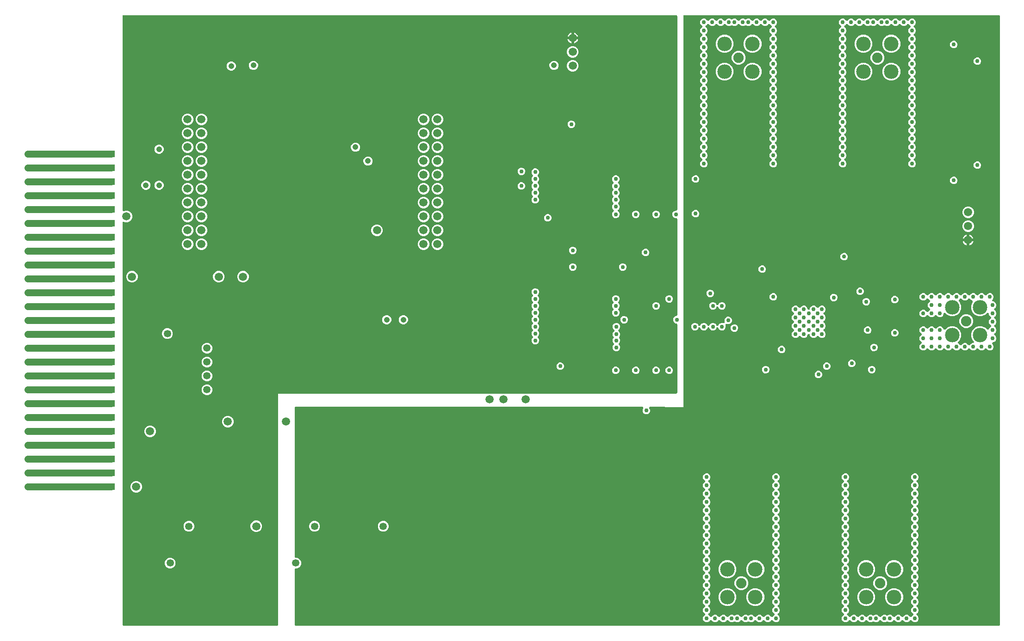
<source format=gbr>
G04 EAGLE Gerber RS-274X export*
G75*
%MOMM*%
%FSLAX34Y34*%
%LPD*%
%INCopper Layer 15*%
%IPPOS*%
%AMOC8*
5,1,8,0,0,1.08239X$1,22.5*%
G01*
%ADD10C,1.270000*%
%ADD11R,0.635000X1.270000*%
%ADD12C,1.508000*%
%ADD13C,1.905000*%
%ADD14C,2.667000*%
%ADD15C,1.350000*%
%ADD16C,1.500000*%
%ADD17C,0.756400*%
%ADD18C,1.056400*%

G36*
X1636794Y12195D02*
X1636794Y12195D01*
X1636812Y12193D01*
X1636994Y12214D01*
X1637177Y12233D01*
X1637194Y12238D01*
X1637211Y12240D01*
X1637386Y12297D01*
X1637562Y12351D01*
X1637577Y12359D01*
X1637594Y12365D01*
X1637754Y12455D01*
X1637916Y12543D01*
X1637929Y12554D01*
X1637945Y12563D01*
X1638084Y12683D01*
X1638225Y12800D01*
X1638236Y12814D01*
X1638250Y12826D01*
X1638362Y12971D01*
X1638477Y13114D01*
X1638485Y13130D01*
X1638496Y13144D01*
X1638578Y13309D01*
X1638663Y13471D01*
X1638668Y13488D01*
X1638676Y13504D01*
X1638723Y13683D01*
X1638774Y13858D01*
X1638776Y13876D01*
X1638780Y13893D01*
X1638807Y14224D01*
X1638807Y1128776D01*
X1638805Y1128794D01*
X1638807Y1128812D01*
X1638786Y1128994D01*
X1638767Y1129177D01*
X1638762Y1129194D01*
X1638760Y1129211D01*
X1638703Y1129386D01*
X1638649Y1129562D01*
X1638641Y1129577D01*
X1638635Y1129594D01*
X1638545Y1129754D01*
X1638457Y1129916D01*
X1638446Y1129929D01*
X1638437Y1129945D01*
X1638317Y1130084D01*
X1638200Y1130225D01*
X1638186Y1130236D01*
X1638174Y1130250D01*
X1638029Y1130362D01*
X1637886Y1130477D01*
X1637870Y1130485D01*
X1637856Y1130496D01*
X1637691Y1130578D01*
X1637529Y1130663D01*
X1637512Y1130668D01*
X1637496Y1130676D01*
X1637317Y1130723D01*
X1637142Y1130774D01*
X1637124Y1130776D01*
X1637107Y1130780D01*
X1636776Y1130807D01*
X1061720Y1130807D01*
X1061702Y1130805D01*
X1061684Y1130807D01*
X1061502Y1130786D01*
X1061319Y1130767D01*
X1061302Y1130762D01*
X1061285Y1130760D01*
X1061110Y1130703D01*
X1060934Y1130649D01*
X1060919Y1130641D01*
X1060902Y1130635D01*
X1060742Y1130545D01*
X1060580Y1130457D01*
X1060567Y1130446D01*
X1060551Y1130437D01*
X1060412Y1130317D01*
X1060271Y1130200D01*
X1060260Y1130186D01*
X1060247Y1130174D01*
X1060134Y1130029D01*
X1060019Y1129886D01*
X1060011Y1129870D01*
X1060000Y1129856D01*
X1059918Y1129691D01*
X1059833Y1129529D01*
X1059828Y1129512D01*
X1059820Y1129496D01*
X1059773Y1129317D01*
X1059722Y1129142D01*
X1059720Y1129124D01*
X1059716Y1129107D01*
X1059689Y1128776D01*
X1059689Y412241D01*
X1027001Y412241D01*
X1026326Y412916D01*
X1026306Y412933D01*
X1026288Y412954D01*
X1026150Y413061D01*
X1026015Y413171D01*
X1025991Y413184D01*
X1025970Y413200D01*
X1025813Y413278D01*
X1025659Y413360D01*
X1025634Y413368D01*
X1025610Y413380D01*
X1025440Y413425D01*
X1025273Y413475D01*
X1025247Y413477D01*
X1025221Y413484D01*
X1024890Y413511D01*
X999323Y413511D01*
X999314Y413510D01*
X999305Y413511D01*
X999112Y413490D01*
X998922Y413471D01*
X998914Y413469D01*
X998905Y413468D01*
X998720Y413409D01*
X998537Y413353D01*
X998529Y413349D01*
X998521Y413346D01*
X998353Y413253D01*
X998183Y413161D01*
X998176Y413156D01*
X998169Y413151D01*
X998021Y413027D01*
X997874Y412904D01*
X997868Y412897D01*
X997862Y412891D01*
X997742Y412739D01*
X997622Y412590D01*
X997617Y412582D01*
X997612Y412575D01*
X997524Y412402D01*
X997436Y412233D01*
X997434Y412224D01*
X997430Y412216D01*
X997378Y412030D01*
X997325Y411846D01*
X997324Y411837D01*
X997322Y411828D01*
X997307Y411635D01*
X997292Y411444D01*
X997293Y411436D01*
X997292Y411427D01*
X997316Y411234D01*
X997339Y411045D01*
X997341Y411036D01*
X997343Y411027D01*
X997404Y410845D01*
X997464Y410662D01*
X997468Y410654D01*
X997471Y410646D01*
X997567Y410479D01*
X997594Y410431D01*
X998701Y407759D01*
X998701Y405041D01*
X997661Y402531D01*
X995739Y400609D01*
X994277Y400003D01*
X993229Y399569D01*
X990511Y399569D01*
X988001Y400609D01*
X986079Y402531D01*
X985039Y405041D01*
X985039Y407759D01*
X986131Y410394D01*
X986207Y410541D01*
X986297Y410711D01*
X986300Y410719D01*
X986304Y410727D01*
X986357Y410913D01*
X986412Y411097D01*
X986413Y411106D01*
X986415Y411114D01*
X986431Y411306D01*
X986448Y411498D01*
X986447Y411507D01*
X986448Y411516D01*
X986426Y411705D01*
X986405Y411898D01*
X986402Y411907D01*
X986401Y411915D01*
X986342Y412097D01*
X986284Y412282D01*
X986279Y412290D01*
X986276Y412298D01*
X986181Y412467D01*
X986089Y412634D01*
X986083Y412641D01*
X986079Y412649D01*
X985953Y412795D01*
X985828Y412941D01*
X985821Y412947D01*
X985815Y412954D01*
X985664Y413071D01*
X985512Y413191D01*
X985504Y413195D01*
X985497Y413200D01*
X985325Y413286D01*
X985153Y413373D01*
X985145Y413376D01*
X985137Y413380D01*
X984950Y413430D01*
X984765Y413481D01*
X984757Y413482D01*
X984748Y413484D01*
X984417Y413511D01*
X350520Y413511D01*
X350502Y413509D01*
X350484Y413511D01*
X350302Y413490D01*
X350119Y413471D01*
X350102Y413466D01*
X350085Y413464D01*
X349910Y413407D01*
X349734Y413353D01*
X349719Y413345D01*
X349702Y413339D01*
X349542Y413249D01*
X349380Y413161D01*
X349367Y413150D01*
X349351Y413141D01*
X349212Y413021D01*
X349071Y412904D01*
X349060Y412890D01*
X349047Y412878D01*
X348934Y412733D01*
X348819Y412590D01*
X348811Y412574D01*
X348800Y412560D01*
X348718Y412395D01*
X348633Y412233D01*
X348628Y412216D01*
X348620Y412200D01*
X348573Y412021D01*
X348522Y411846D01*
X348520Y411828D01*
X348516Y411811D01*
X348489Y411480D01*
X348489Y138830D01*
X348491Y138812D01*
X348489Y138794D01*
X348510Y138612D01*
X348529Y138429D01*
X348534Y138412D01*
X348536Y138395D01*
X348593Y138220D01*
X348647Y138044D01*
X348655Y138029D01*
X348661Y138012D01*
X348751Y137852D01*
X348839Y137690D01*
X348850Y137677D01*
X348859Y137661D01*
X348979Y137522D01*
X349096Y137381D01*
X349110Y137370D01*
X349122Y137356D01*
X349267Y137244D01*
X349410Y137129D01*
X349426Y137121D01*
X349440Y137110D01*
X349605Y137028D01*
X349767Y136943D01*
X349784Y136938D01*
X349801Y136930D01*
X349979Y136883D01*
X350154Y136832D01*
X350172Y136830D01*
X350189Y136826D01*
X350520Y136799D01*
X352469Y136799D01*
X356071Y135307D01*
X358827Y132551D01*
X360319Y128949D01*
X360319Y125051D01*
X358827Y121449D01*
X356071Y118693D01*
X352469Y117201D01*
X350520Y117201D01*
X350502Y117199D01*
X350484Y117201D01*
X350302Y117180D01*
X350119Y117161D01*
X350102Y117156D01*
X350085Y117154D01*
X349910Y117097D01*
X349734Y117043D01*
X349719Y117035D01*
X349702Y117029D01*
X349542Y116939D01*
X349380Y116851D01*
X349367Y116840D01*
X349351Y116831D01*
X349212Y116711D01*
X349071Y116594D01*
X349060Y116580D01*
X349047Y116568D01*
X348934Y116423D01*
X348819Y116280D01*
X348811Y116264D01*
X348800Y116250D01*
X348718Y116085D01*
X348633Y115923D01*
X348628Y115906D01*
X348620Y115890D01*
X348573Y115711D01*
X348522Y115536D01*
X348520Y115518D01*
X348516Y115501D01*
X348489Y115170D01*
X348489Y14224D01*
X348491Y14206D01*
X348489Y14188D01*
X348510Y14006D01*
X348529Y13823D01*
X348534Y13806D01*
X348536Y13789D01*
X348593Y13614D01*
X348647Y13438D01*
X348655Y13423D01*
X348661Y13406D01*
X348751Y13246D01*
X348839Y13084D01*
X348850Y13071D01*
X348859Y13055D01*
X348979Y12916D01*
X349096Y12775D01*
X349110Y12764D01*
X349122Y12750D01*
X349267Y12638D01*
X349410Y12523D01*
X349426Y12515D01*
X349440Y12504D01*
X349605Y12422D01*
X349767Y12337D01*
X349784Y12332D01*
X349801Y12324D01*
X349979Y12277D01*
X350154Y12226D01*
X350172Y12224D01*
X350189Y12220D01*
X350520Y12193D01*
X1636776Y12193D01*
X1636794Y12195D01*
G37*
G36*
X316248Y12195D02*
X316248Y12195D01*
X316266Y12193D01*
X316448Y12214D01*
X316631Y12233D01*
X316648Y12238D01*
X316665Y12240D01*
X316840Y12297D01*
X317016Y12351D01*
X317031Y12359D01*
X317048Y12365D01*
X317208Y12455D01*
X317370Y12543D01*
X317383Y12554D01*
X317399Y12563D01*
X317538Y12683D01*
X317679Y12800D01*
X317690Y12814D01*
X317703Y12826D01*
X317816Y12971D01*
X317931Y13114D01*
X317939Y13130D01*
X317950Y13144D01*
X318032Y13309D01*
X318117Y13471D01*
X318122Y13488D01*
X318130Y13504D01*
X318177Y13683D01*
X318228Y13858D01*
X318230Y13876D01*
X318234Y13893D01*
X318261Y14224D01*
X318261Y437389D01*
X1046480Y437389D01*
X1046498Y437391D01*
X1046516Y437389D01*
X1046698Y437410D01*
X1046881Y437429D01*
X1046898Y437434D01*
X1046915Y437436D01*
X1047090Y437493D01*
X1047266Y437547D01*
X1047281Y437555D01*
X1047298Y437561D01*
X1047458Y437651D01*
X1047620Y437739D01*
X1047633Y437750D01*
X1047649Y437759D01*
X1047788Y437879D01*
X1047929Y437996D01*
X1047940Y438010D01*
X1047954Y438022D01*
X1048066Y438167D01*
X1048181Y438310D01*
X1048189Y438326D01*
X1048200Y438340D01*
X1048282Y438505D01*
X1048367Y438667D01*
X1048372Y438684D01*
X1048380Y438701D01*
X1048427Y438879D01*
X1048478Y439054D01*
X1048480Y439072D01*
X1048484Y439089D01*
X1048511Y439420D01*
X1048511Y563908D01*
X1048509Y563926D01*
X1048511Y563944D01*
X1048490Y564126D01*
X1048471Y564309D01*
X1048466Y564326D01*
X1048464Y564343D01*
X1048407Y564518D01*
X1048353Y564694D01*
X1048345Y564709D01*
X1048339Y564726D01*
X1048249Y564886D01*
X1048161Y565048D01*
X1048150Y565061D01*
X1048141Y565077D01*
X1048021Y565216D01*
X1047904Y565357D01*
X1047890Y565368D01*
X1047878Y565382D01*
X1047733Y565494D01*
X1047590Y565609D01*
X1047574Y565617D01*
X1047560Y565628D01*
X1047395Y565710D01*
X1047233Y565795D01*
X1047216Y565800D01*
X1047200Y565808D01*
X1047021Y565855D01*
X1046846Y565906D01*
X1046828Y565908D01*
X1046811Y565912D01*
X1046480Y565939D01*
X1046391Y565939D01*
X1043881Y566979D01*
X1041959Y568901D01*
X1040919Y571411D01*
X1040919Y574129D01*
X1041959Y576639D01*
X1043881Y578561D01*
X1045109Y579069D01*
X1045109Y579070D01*
X1046391Y579601D01*
X1046480Y579601D01*
X1046498Y579603D01*
X1046516Y579601D01*
X1046698Y579622D01*
X1046881Y579641D01*
X1046898Y579646D01*
X1046915Y579648D01*
X1047090Y579705D01*
X1047266Y579759D01*
X1047281Y579767D01*
X1047298Y579773D01*
X1047458Y579863D01*
X1047620Y579951D01*
X1047633Y579962D01*
X1047649Y579971D01*
X1047788Y580091D01*
X1047929Y580208D01*
X1047940Y580222D01*
X1047954Y580234D01*
X1048066Y580379D01*
X1048181Y580522D01*
X1048189Y580538D01*
X1048200Y580552D01*
X1048282Y580717D01*
X1048367Y580879D01*
X1048372Y580896D01*
X1048380Y580912D01*
X1048427Y581091D01*
X1048478Y581266D01*
X1048480Y581284D01*
X1048484Y581301D01*
X1048511Y581632D01*
X1048511Y756948D01*
X1048509Y756966D01*
X1048511Y756984D01*
X1048490Y757166D01*
X1048471Y757349D01*
X1048466Y757366D01*
X1048464Y757383D01*
X1048407Y757558D01*
X1048353Y757734D01*
X1048345Y757749D01*
X1048339Y757766D01*
X1048249Y757926D01*
X1048161Y758088D01*
X1048150Y758101D01*
X1048141Y758117D01*
X1048021Y758256D01*
X1047904Y758397D01*
X1047890Y758408D01*
X1047878Y758422D01*
X1047733Y758534D01*
X1047590Y758649D01*
X1047574Y758657D01*
X1047560Y758668D01*
X1047395Y758750D01*
X1047233Y758835D01*
X1047216Y758840D01*
X1047200Y758848D01*
X1047021Y758895D01*
X1046846Y758946D01*
X1046828Y758948D01*
X1046811Y758952D01*
X1046480Y758979D01*
X1045121Y758979D01*
X1042611Y760019D01*
X1040689Y761941D01*
X1039649Y764451D01*
X1039649Y767169D01*
X1040689Y769679D01*
X1042611Y771601D01*
X1045121Y772641D01*
X1046480Y772641D01*
X1046498Y772643D01*
X1046516Y772641D01*
X1046698Y772662D01*
X1046881Y772681D01*
X1046898Y772686D01*
X1046915Y772688D01*
X1047090Y772745D01*
X1047266Y772799D01*
X1047281Y772807D01*
X1047298Y772813D01*
X1047458Y772903D01*
X1047620Y772991D01*
X1047633Y773002D01*
X1047649Y773011D01*
X1047788Y773131D01*
X1047929Y773248D01*
X1047940Y773262D01*
X1047954Y773274D01*
X1048066Y773419D01*
X1048181Y773562D01*
X1048189Y773578D01*
X1048200Y773592D01*
X1048282Y773757D01*
X1048367Y773919D01*
X1048372Y773936D01*
X1048380Y773952D01*
X1048427Y774131D01*
X1048478Y774306D01*
X1048480Y774324D01*
X1048484Y774341D01*
X1048511Y774672D01*
X1048511Y1128776D01*
X1048509Y1128794D01*
X1048511Y1128812D01*
X1048490Y1128994D01*
X1048471Y1129177D01*
X1048466Y1129194D01*
X1048464Y1129211D01*
X1048407Y1129386D01*
X1048353Y1129562D01*
X1048345Y1129577D01*
X1048339Y1129594D01*
X1048249Y1129754D01*
X1048161Y1129916D01*
X1048150Y1129929D01*
X1048141Y1129945D01*
X1048021Y1130084D01*
X1047904Y1130225D01*
X1047890Y1130236D01*
X1047878Y1130250D01*
X1047733Y1130362D01*
X1047590Y1130477D01*
X1047574Y1130485D01*
X1047560Y1130496D01*
X1047395Y1130578D01*
X1047233Y1130663D01*
X1047216Y1130668D01*
X1047199Y1130676D01*
X1047021Y1130723D01*
X1046846Y1130774D01*
X1046828Y1130776D01*
X1046811Y1130780D01*
X1046480Y1130807D01*
X35560Y1130807D01*
X35542Y1130805D01*
X35524Y1130807D01*
X35342Y1130786D01*
X35159Y1130767D01*
X35142Y1130762D01*
X35125Y1130760D01*
X34950Y1130703D01*
X34774Y1130649D01*
X34759Y1130641D01*
X34742Y1130635D01*
X34582Y1130545D01*
X34420Y1130457D01*
X34407Y1130446D01*
X34391Y1130437D01*
X34252Y1130317D01*
X34111Y1130200D01*
X34100Y1130186D01*
X34087Y1130174D01*
X33974Y1130029D01*
X33859Y1129886D01*
X33851Y1129870D01*
X33840Y1129856D01*
X33758Y1129691D01*
X33673Y1129529D01*
X33668Y1129512D01*
X33660Y1129496D01*
X33613Y1129317D01*
X33562Y1129142D01*
X33560Y1129124D01*
X33556Y1129107D01*
X33529Y1128776D01*
X33529Y773512D01*
X33530Y773499D01*
X33529Y773486D01*
X33550Y773299D01*
X33569Y773112D01*
X33573Y773099D01*
X33574Y773086D01*
X33632Y772906D01*
X33687Y772727D01*
X33693Y772715D01*
X33697Y772702D01*
X33789Y772537D01*
X33879Y772373D01*
X33887Y772362D01*
X33894Y772351D01*
X34016Y772208D01*
X34136Y772063D01*
X34147Y772055D01*
X34155Y772045D01*
X34303Y771929D01*
X34450Y771811D01*
X34462Y771805D01*
X34472Y771797D01*
X34641Y771712D01*
X34807Y771626D01*
X34820Y771622D01*
X34832Y771616D01*
X35014Y771566D01*
X35194Y771514D01*
X35208Y771513D01*
X35221Y771510D01*
X35409Y771497D01*
X35596Y771481D01*
X35609Y771483D01*
X35622Y771482D01*
X35810Y771506D01*
X35995Y771528D01*
X36008Y771532D01*
X36021Y771534D01*
X36337Y771636D01*
X38542Y772549D01*
X42738Y772549D01*
X46615Y770943D01*
X49583Y767975D01*
X51189Y764098D01*
X51189Y759902D01*
X49583Y756025D01*
X46615Y753057D01*
X42738Y751451D01*
X38542Y751451D01*
X36337Y752364D01*
X36324Y752368D01*
X36313Y752374D01*
X36133Y752426D01*
X35952Y752481D01*
X35939Y752482D01*
X35926Y752486D01*
X35738Y752501D01*
X35551Y752519D01*
X35538Y752518D01*
X35524Y752519D01*
X35337Y752497D01*
X35151Y752477D01*
X35138Y752473D01*
X35125Y752472D01*
X34945Y752413D01*
X34766Y752357D01*
X34755Y752351D01*
X34742Y752347D01*
X34577Y752254D01*
X34413Y752164D01*
X34403Y752156D01*
X34391Y752149D01*
X34249Y752026D01*
X34105Y751905D01*
X34097Y751895D01*
X34086Y751886D01*
X33971Y751737D01*
X33854Y751590D01*
X33848Y751578D01*
X33840Y751568D01*
X33756Y751399D01*
X33670Y751232D01*
X33666Y751219D01*
X33660Y751207D01*
X33611Y751024D01*
X33560Y750845D01*
X33559Y750831D01*
X33556Y750818D01*
X33529Y750488D01*
X33529Y14224D01*
X33531Y14206D01*
X33529Y14188D01*
X33550Y14006D01*
X33569Y13823D01*
X33574Y13806D01*
X33576Y13789D01*
X33633Y13614D01*
X33687Y13438D01*
X33695Y13423D01*
X33701Y13406D01*
X33791Y13246D01*
X33879Y13084D01*
X33890Y13071D01*
X33899Y13055D01*
X34019Y12916D01*
X34136Y12775D01*
X34150Y12764D01*
X34162Y12750D01*
X34307Y12638D01*
X34450Y12523D01*
X34466Y12515D01*
X34480Y12504D01*
X34645Y12422D01*
X34807Y12337D01*
X34824Y12332D01*
X34840Y12324D01*
X35019Y12277D01*
X35194Y12226D01*
X35212Y12224D01*
X35229Y12220D01*
X35560Y12193D01*
X316230Y12193D01*
X316248Y12195D01*
G37*
%LPC*%
G36*
X1497241Y516409D02*
X1497241Y516409D01*
X1494731Y517449D01*
X1492809Y519371D01*
X1491769Y521881D01*
X1491769Y524599D01*
X1492809Y527109D01*
X1494760Y529060D01*
X1494801Y529082D01*
X1494971Y529173D01*
X1494978Y529179D01*
X1494986Y529183D01*
X1495132Y529307D01*
X1495281Y529430D01*
X1495287Y529437D01*
X1495294Y529443D01*
X1495414Y529593D01*
X1495535Y529742D01*
X1495539Y529750D01*
X1495545Y529757D01*
X1495632Y529928D01*
X1495722Y530099D01*
X1495725Y530108D01*
X1495729Y530116D01*
X1495781Y530300D01*
X1495835Y530485D01*
X1495836Y530494D01*
X1495838Y530503D01*
X1495853Y530695D01*
X1495870Y530887D01*
X1495869Y530895D01*
X1495870Y530904D01*
X1495846Y531096D01*
X1495825Y531287D01*
X1495822Y531295D01*
X1495821Y531304D01*
X1495761Y531486D01*
X1495702Y531670D01*
X1495697Y531678D01*
X1495694Y531686D01*
X1495600Y531852D01*
X1495505Y532021D01*
X1495499Y532028D01*
X1495495Y532036D01*
X1495368Y532182D01*
X1495243Y532327D01*
X1495236Y532333D01*
X1495231Y532340D01*
X1495078Y532457D01*
X1494926Y532575D01*
X1494918Y532580D01*
X1494911Y532585D01*
X1494754Y532666D01*
X1492809Y534611D01*
X1491769Y537121D01*
X1491769Y539839D01*
X1492809Y542349D01*
X1494760Y544300D01*
X1494801Y544322D01*
X1494971Y544413D01*
X1494978Y544419D01*
X1494986Y544423D01*
X1495132Y544547D01*
X1495281Y544670D01*
X1495287Y544677D01*
X1495294Y544683D01*
X1495414Y544833D01*
X1495535Y544982D01*
X1495539Y544990D01*
X1495545Y544997D01*
X1495632Y545168D01*
X1495722Y545339D01*
X1495725Y545348D01*
X1495729Y545356D01*
X1495781Y545540D01*
X1495835Y545725D01*
X1495836Y545734D01*
X1495838Y545743D01*
X1495853Y545935D01*
X1495870Y546127D01*
X1495869Y546135D01*
X1495870Y546144D01*
X1495846Y546336D01*
X1495825Y546527D01*
X1495822Y546535D01*
X1495821Y546544D01*
X1495761Y546726D01*
X1495702Y546910D01*
X1495697Y546918D01*
X1495694Y546926D01*
X1495600Y547092D01*
X1495505Y547261D01*
X1495499Y547268D01*
X1495495Y547276D01*
X1495368Y547422D01*
X1495243Y547567D01*
X1495236Y547573D01*
X1495231Y547580D01*
X1495078Y547697D01*
X1494926Y547815D01*
X1494918Y547820D01*
X1494911Y547825D01*
X1494754Y547906D01*
X1492809Y549851D01*
X1491769Y552361D01*
X1491769Y555079D01*
X1492809Y557589D01*
X1494731Y559511D01*
X1497241Y560551D01*
X1499959Y560551D01*
X1502469Y559511D01*
X1504420Y557560D01*
X1504442Y557519D01*
X1504533Y557349D01*
X1504539Y557342D01*
X1504543Y557334D01*
X1504667Y557188D01*
X1504790Y557039D01*
X1504797Y557033D01*
X1504803Y557026D01*
X1504953Y556906D01*
X1505102Y556785D01*
X1505110Y556781D01*
X1505117Y556775D01*
X1505288Y556688D01*
X1505459Y556598D01*
X1505468Y556595D01*
X1505476Y556591D01*
X1505660Y556539D01*
X1505845Y556485D01*
X1505854Y556484D01*
X1505863Y556482D01*
X1506055Y556467D01*
X1506247Y556450D01*
X1506255Y556451D01*
X1506264Y556450D01*
X1506456Y556474D01*
X1506647Y556495D01*
X1506655Y556498D01*
X1506664Y556499D01*
X1506846Y556559D01*
X1507030Y556618D01*
X1507038Y556623D01*
X1507046Y556626D01*
X1507212Y556720D01*
X1507381Y556815D01*
X1507388Y556821D01*
X1507396Y556825D01*
X1507542Y556952D01*
X1507687Y557077D01*
X1507693Y557084D01*
X1507700Y557089D01*
X1507817Y557242D01*
X1507935Y557394D01*
X1507940Y557402D01*
X1507945Y557409D01*
X1508026Y557566D01*
X1509971Y559511D01*
X1512481Y560551D01*
X1515199Y560551D01*
X1517709Y559511D01*
X1519660Y557560D01*
X1519683Y557518D01*
X1519774Y557349D01*
X1519779Y557342D01*
X1519784Y557334D01*
X1519907Y557187D01*
X1520030Y557039D01*
X1520037Y557033D01*
X1520043Y557026D01*
X1520193Y556906D01*
X1520343Y556785D01*
X1520351Y556781D01*
X1520358Y556775D01*
X1520530Y556687D01*
X1520699Y556598D01*
X1520708Y556595D01*
X1520716Y556591D01*
X1520902Y556539D01*
X1521086Y556485D01*
X1521095Y556484D01*
X1521103Y556482D01*
X1521295Y556467D01*
X1521487Y556450D01*
X1521496Y556451D01*
X1521505Y556450D01*
X1521695Y556474D01*
X1521887Y556495D01*
X1521895Y556498D01*
X1521904Y556499D01*
X1522086Y556559D01*
X1522270Y556618D01*
X1522278Y556623D01*
X1522286Y556626D01*
X1522453Y556721D01*
X1522622Y556815D01*
X1522628Y556821D01*
X1522636Y556825D01*
X1522781Y556951D01*
X1522927Y557077D01*
X1522933Y557084D01*
X1522940Y557090D01*
X1523058Y557243D01*
X1523176Y557394D01*
X1523180Y557402D01*
X1523185Y557409D01*
X1523266Y557566D01*
X1525211Y559511D01*
X1527721Y560551D01*
X1530439Y560551D01*
X1532949Y559511D01*
X1534871Y557589D01*
X1535658Y555690D01*
X1535664Y555678D01*
X1535668Y555665D01*
X1535759Y555500D01*
X1535848Y555335D01*
X1535856Y555325D01*
X1535863Y555313D01*
X1535985Y555169D01*
X1536104Y555024D01*
X1536115Y555016D01*
X1536123Y555006D01*
X1536270Y554890D01*
X1536417Y554771D01*
X1536429Y554765D01*
X1536439Y554756D01*
X1536607Y554671D01*
X1536773Y554584D01*
X1536786Y554580D01*
X1536798Y554574D01*
X1536979Y554523D01*
X1537160Y554471D01*
X1537173Y554469D01*
X1537186Y554466D01*
X1537375Y554452D01*
X1537561Y554436D01*
X1537574Y554437D01*
X1537588Y554436D01*
X1537776Y554460D01*
X1537961Y554481D01*
X1537974Y554485D01*
X1537987Y554487D01*
X1538165Y554547D01*
X1538344Y554604D01*
X1538356Y554611D01*
X1538369Y554615D01*
X1538532Y554709D01*
X1538696Y554801D01*
X1538706Y554809D01*
X1538718Y554816D01*
X1538971Y555031D01*
X1542560Y558620D01*
X1542890Y558757D01*
X1548582Y561115D01*
X1555100Y561115D01*
X1561122Y558620D01*
X1565730Y554012D01*
X1568225Y547990D01*
X1568225Y541472D01*
X1565730Y535450D01*
X1562667Y532387D01*
X1562658Y532376D01*
X1562648Y532368D01*
X1562530Y532220D01*
X1562412Y532075D01*
X1562405Y532063D01*
X1562397Y532053D01*
X1562311Y531885D01*
X1562223Y531719D01*
X1562219Y531707D01*
X1562213Y531695D01*
X1562162Y531513D01*
X1562108Y531334D01*
X1562107Y531320D01*
X1562103Y531307D01*
X1562089Y531121D01*
X1562072Y530933D01*
X1562073Y530919D01*
X1562072Y530906D01*
X1562095Y530720D01*
X1562115Y530532D01*
X1562119Y530519D01*
X1562121Y530506D01*
X1562180Y530329D01*
X1562237Y530148D01*
X1562243Y530137D01*
X1562248Y530124D01*
X1562341Y529961D01*
X1562432Y529796D01*
X1562440Y529786D01*
X1562447Y529774D01*
X1562571Y529632D01*
X1562692Y529489D01*
X1562703Y529481D01*
X1562711Y529471D01*
X1562861Y529356D01*
X1563008Y529240D01*
X1563020Y529233D01*
X1563031Y529225D01*
X1563326Y529074D01*
X1563429Y529031D01*
X1565380Y527080D01*
X1565402Y527039D01*
X1565494Y526869D01*
X1565499Y526862D01*
X1565504Y526854D01*
X1565626Y526708D01*
X1565750Y526559D01*
X1565757Y526553D01*
X1565763Y526546D01*
X1565912Y526427D01*
X1566063Y526305D01*
X1566071Y526301D01*
X1566078Y526295D01*
X1566249Y526207D01*
X1566419Y526118D01*
X1566428Y526115D01*
X1566436Y526111D01*
X1566621Y526059D01*
X1566806Y526005D01*
X1566815Y526004D01*
X1566823Y526001D01*
X1567016Y525987D01*
X1567207Y525970D01*
X1567216Y525971D01*
X1567225Y525970D01*
X1567415Y525994D01*
X1567607Y526015D01*
X1567615Y526018D01*
X1567624Y526019D01*
X1567807Y526080D01*
X1567990Y526138D01*
X1567998Y526143D01*
X1568007Y526146D01*
X1568174Y526241D01*
X1568342Y526335D01*
X1568348Y526341D01*
X1568356Y526345D01*
X1568502Y526472D01*
X1568647Y526597D01*
X1568653Y526604D01*
X1568660Y526610D01*
X1568777Y526763D01*
X1568896Y526914D01*
X1568900Y526922D01*
X1568905Y526929D01*
X1568986Y527086D01*
X1570931Y529031D01*
X1573441Y530071D01*
X1576159Y530071D01*
X1578669Y529031D01*
X1580620Y527080D01*
X1580642Y527039D01*
X1580734Y526869D01*
X1580739Y526862D01*
X1580744Y526854D01*
X1580866Y526708D01*
X1580990Y526559D01*
X1580997Y526553D01*
X1581003Y526546D01*
X1581152Y526427D01*
X1581303Y526305D01*
X1581311Y526301D01*
X1581318Y526295D01*
X1581489Y526207D01*
X1581659Y526118D01*
X1581668Y526115D01*
X1581676Y526111D01*
X1581861Y526059D01*
X1582046Y526005D01*
X1582055Y526004D01*
X1582063Y526001D01*
X1582256Y525987D01*
X1582447Y525970D01*
X1582456Y525971D01*
X1582465Y525970D01*
X1582655Y525994D01*
X1582847Y526015D01*
X1582855Y526018D01*
X1582864Y526019D01*
X1583047Y526080D01*
X1583230Y526138D01*
X1583238Y526143D01*
X1583247Y526146D01*
X1583414Y526241D01*
X1583582Y526335D01*
X1583588Y526341D01*
X1583596Y526345D01*
X1583742Y526472D01*
X1583887Y526597D01*
X1583893Y526604D01*
X1583900Y526610D01*
X1584017Y526763D01*
X1584136Y526914D01*
X1584140Y526922D01*
X1584145Y526929D01*
X1584226Y527086D01*
X1586171Y529031D01*
X1588681Y530071D01*
X1589425Y530071D01*
X1589434Y530072D01*
X1589443Y530071D01*
X1589635Y530092D01*
X1589826Y530111D01*
X1589834Y530113D01*
X1589843Y530114D01*
X1590026Y530172D01*
X1590211Y530229D01*
X1590219Y530233D01*
X1590227Y530236D01*
X1590396Y530329D01*
X1590565Y530421D01*
X1590572Y530426D01*
X1590580Y530431D01*
X1590727Y530556D01*
X1590874Y530678D01*
X1590880Y530685D01*
X1590887Y530691D01*
X1591006Y530843D01*
X1591126Y530992D01*
X1591131Y531000D01*
X1591136Y531007D01*
X1591224Y531179D01*
X1591312Y531349D01*
X1591314Y531358D01*
X1591318Y531366D01*
X1591370Y531552D01*
X1591423Y531736D01*
X1591424Y531745D01*
X1591426Y531754D01*
X1591441Y531946D01*
X1591456Y532138D01*
X1591455Y532146D01*
X1591456Y532155D01*
X1591432Y532348D01*
X1591409Y532537D01*
X1591407Y532546D01*
X1591405Y532555D01*
X1591344Y532737D01*
X1591284Y532920D01*
X1591280Y532928D01*
X1591277Y532936D01*
X1591182Y533102D01*
X1591087Y533271D01*
X1591081Y533278D01*
X1591076Y533285D01*
X1590862Y533538D01*
X1588950Y535450D01*
X1586455Y541472D01*
X1586455Y547990D01*
X1588950Y554012D01*
X1593558Y558620D01*
X1593888Y558757D01*
X1599580Y561115D01*
X1606098Y561115D01*
X1612120Y558620D01*
X1615709Y555031D01*
X1615720Y555022D01*
X1615728Y555012D01*
X1615876Y554894D01*
X1616021Y554776D01*
X1616033Y554769D01*
X1616043Y554761D01*
X1616212Y554674D01*
X1616377Y554587D01*
X1616389Y554583D01*
X1616401Y554577D01*
X1616583Y554526D01*
X1616763Y554472D01*
X1616776Y554471D01*
X1616789Y554467D01*
X1616975Y554453D01*
X1617164Y554436D01*
X1617177Y554437D01*
X1617190Y554436D01*
X1617375Y554459D01*
X1617564Y554479D01*
X1617577Y554483D01*
X1617590Y554485D01*
X1617767Y554544D01*
X1617948Y554601D01*
X1617959Y554607D01*
X1617972Y554611D01*
X1618135Y554704D01*
X1618300Y554796D01*
X1618310Y554804D01*
X1618322Y554811D01*
X1618463Y554934D01*
X1618607Y555056D01*
X1618615Y555067D01*
X1618625Y555075D01*
X1618740Y555224D01*
X1618857Y555372D01*
X1618863Y555384D01*
X1618871Y555395D01*
X1619022Y555690D01*
X1619809Y557589D01*
X1621760Y559540D01*
X1621801Y559562D01*
X1621971Y559654D01*
X1621978Y559659D01*
X1621986Y559664D01*
X1622132Y559786D01*
X1622281Y559910D01*
X1622287Y559917D01*
X1622294Y559923D01*
X1622413Y560072D01*
X1622535Y560223D01*
X1622539Y560231D01*
X1622545Y560238D01*
X1622633Y560409D01*
X1622722Y560579D01*
X1622725Y560588D01*
X1622729Y560596D01*
X1622781Y560781D01*
X1622835Y560966D01*
X1622836Y560975D01*
X1622839Y560983D01*
X1622853Y561176D01*
X1622870Y561367D01*
X1622869Y561376D01*
X1622870Y561385D01*
X1622847Y561574D01*
X1622825Y561767D01*
X1622822Y561775D01*
X1622821Y561784D01*
X1622760Y561967D01*
X1622702Y562150D01*
X1622697Y562158D01*
X1622694Y562167D01*
X1622599Y562334D01*
X1622505Y562502D01*
X1622499Y562508D01*
X1622495Y562516D01*
X1622368Y562661D01*
X1622243Y562807D01*
X1622236Y562813D01*
X1622230Y562820D01*
X1622077Y562937D01*
X1621926Y563056D01*
X1621918Y563060D01*
X1621911Y563065D01*
X1621754Y563146D01*
X1619809Y565091D01*
X1618769Y567601D01*
X1618769Y570319D01*
X1619809Y572829D01*
X1621760Y574780D01*
X1621801Y574802D01*
X1621971Y574894D01*
X1621978Y574899D01*
X1621986Y574904D01*
X1622132Y575026D01*
X1622281Y575150D01*
X1622287Y575157D01*
X1622294Y575163D01*
X1622412Y575311D01*
X1622535Y575463D01*
X1622539Y575471D01*
X1622545Y575478D01*
X1622633Y575649D01*
X1622722Y575819D01*
X1622725Y575828D01*
X1622729Y575836D01*
X1622781Y576021D01*
X1622835Y576206D01*
X1622836Y576215D01*
X1622839Y576223D01*
X1622853Y576416D01*
X1622870Y576607D01*
X1622869Y576616D01*
X1622870Y576625D01*
X1622847Y576814D01*
X1622825Y577007D01*
X1622822Y577015D01*
X1622821Y577024D01*
X1622760Y577207D01*
X1622702Y577390D01*
X1622697Y577398D01*
X1622694Y577407D01*
X1622599Y577574D01*
X1622505Y577742D01*
X1622499Y577748D01*
X1622495Y577756D01*
X1622368Y577902D01*
X1622243Y578047D01*
X1622236Y578053D01*
X1622230Y578060D01*
X1622077Y578177D01*
X1621926Y578296D01*
X1621918Y578300D01*
X1621911Y578305D01*
X1621754Y578386D01*
X1619809Y580331D01*
X1618769Y582841D01*
X1618769Y583585D01*
X1618768Y583594D01*
X1618769Y583603D01*
X1618749Y583792D01*
X1618729Y583986D01*
X1618727Y583994D01*
X1618726Y584003D01*
X1618668Y584186D01*
X1618611Y584371D01*
X1618607Y584379D01*
X1618604Y584387D01*
X1618511Y584556D01*
X1618419Y584725D01*
X1618414Y584732D01*
X1618409Y584740D01*
X1618285Y584886D01*
X1618162Y585034D01*
X1618155Y585040D01*
X1618149Y585047D01*
X1617998Y585166D01*
X1617848Y585286D01*
X1617840Y585291D01*
X1617833Y585296D01*
X1617660Y585384D01*
X1617491Y585472D01*
X1617482Y585474D01*
X1617474Y585478D01*
X1617288Y585530D01*
X1617104Y585583D01*
X1617095Y585584D01*
X1617086Y585586D01*
X1616893Y585601D01*
X1616702Y585616D01*
X1616694Y585615D01*
X1616685Y585616D01*
X1616492Y585592D01*
X1616303Y585569D01*
X1616294Y585567D01*
X1616285Y585565D01*
X1616102Y585504D01*
X1615920Y585444D01*
X1615912Y585440D01*
X1615904Y585437D01*
X1615737Y585341D01*
X1615569Y585247D01*
X1615562Y585241D01*
X1615555Y585236D01*
X1615302Y585022D01*
X1612120Y581840D01*
X1609573Y580785D01*
X1606098Y579345D01*
X1599580Y579345D01*
X1593558Y581840D01*
X1588950Y586448D01*
X1586455Y592470D01*
X1586455Y598988D01*
X1588994Y605117D01*
X1588999Y605123D01*
X1589084Y605289D01*
X1589173Y605456D01*
X1589177Y605469D01*
X1589183Y605481D01*
X1589234Y605661D01*
X1589288Y605842D01*
X1589289Y605856D01*
X1589293Y605869D01*
X1589307Y606055D01*
X1589324Y606243D01*
X1589323Y606257D01*
X1589324Y606270D01*
X1589301Y606455D01*
X1589281Y606643D01*
X1589277Y606656D01*
X1589275Y606670D01*
X1589216Y606847D01*
X1589159Y607027D01*
X1589153Y607039D01*
X1589149Y607052D01*
X1589056Y607215D01*
X1588965Y607380D01*
X1588956Y607390D01*
X1588949Y607402D01*
X1588826Y607543D01*
X1588704Y607687D01*
X1588694Y607695D01*
X1588685Y607705D01*
X1588536Y607820D01*
X1588388Y607936D01*
X1588376Y607942D01*
X1588365Y607951D01*
X1588070Y608102D01*
X1586171Y608889D01*
X1584220Y610840D01*
X1584198Y610881D01*
X1584107Y611051D01*
X1584101Y611058D01*
X1584096Y611066D01*
X1583973Y611213D01*
X1583850Y611361D01*
X1583843Y611367D01*
X1583837Y611374D01*
X1583686Y611495D01*
X1583538Y611615D01*
X1583530Y611619D01*
X1583523Y611625D01*
X1583350Y611713D01*
X1583181Y611802D01*
X1583172Y611805D01*
X1583164Y611809D01*
X1582980Y611861D01*
X1582795Y611915D01*
X1582786Y611916D01*
X1582777Y611918D01*
X1582586Y611933D01*
X1582394Y611950D01*
X1582385Y611949D01*
X1582376Y611950D01*
X1582185Y611926D01*
X1581994Y611905D01*
X1581985Y611902D01*
X1581976Y611901D01*
X1581795Y611841D01*
X1581610Y611782D01*
X1581602Y611777D01*
X1581594Y611774D01*
X1581427Y611680D01*
X1581259Y611585D01*
X1581252Y611579D01*
X1581244Y611575D01*
X1581099Y611449D01*
X1580953Y611324D01*
X1580947Y611316D01*
X1580940Y611310D01*
X1580823Y611158D01*
X1580705Y611007D01*
X1580701Y610999D01*
X1580695Y610991D01*
X1580614Y610834D01*
X1578669Y608889D01*
X1576159Y607849D01*
X1573441Y607849D01*
X1570931Y608889D01*
X1568980Y610840D01*
X1568958Y610881D01*
X1568867Y611051D01*
X1568861Y611058D01*
X1568856Y611066D01*
X1568733Y611213D01*
X1568610Y611361D01*
X1568603Y611367D01*
X1568597Y611374D01*
X1568446Y611495D01*
X1568298Y611615D01*
X1568290Y611619D01*
X1568283Y611625D01*
X1568110Y611713D01*
X1567941Y611802D01*
X1567932Y611805D01*
X1567924Y611809D01*
X1567740Y611861D01*
X1567555Y611915D01*
X1567546Y611916D01*
X1567537Y611918D01*
X1567346Y611933D01*
X1567154Y611950D01*
X1567145Y611949D01*
X1567136Y611950D01*
X1566945Y611926D01*
X1566754Y611905D01*
X1566745Y611902D01*
X1566736Y611901D01*
X1566555Y611841D01*
X1566370Y611782D01*
X1566362Y611777D01*
X1566354Y611774D01*
X1566187Y611680D01*
X1566019Y611585D01*
X1566012Y611579D01*
X1566004Y611575D01*
X1565859Y611449D01*
X1565713Y611324D01*
X1565707Y611316D01*
X1565700Y611310D01*
X1565583Y611158D01*
X1565465Y611007D01*
X1565461Y610999D01*
X1565455Y610991D01*
X1565374Y610834D01*
X1564076Y609536D01*
X1564065Y609522D01*
X1564051Y609511D01*
X1563937Y609367D01*
X1563821Y609225D01*
X1563813Y609209D01*
X1563802Y609195D01*
X1563719Y609031D01*
X1563633Y608869D01*
X1563628Y608852D01*
X1563620Y608836D01*
X1563570Y608659D01*
X1563518Y608483D01*
X1563516Y608465D01*
X1563512Y608448D01*
X1563498Y608265D01*
X1563482Y608082D01*
X1563483Y608064D01*
X1563482Y608047D01*
X1563505Y607865D01*
X1563525Y607682D01*
X1563530Y607665D01*
X1563533Y607647D01*
X1563591Y607473D01*
X1563646Y607298D01*
X1563655Y607282D01*
X1563661Y607266D01*
X1563752Y607107D01*
X1563841Y606946D01*
X1563853Y606932D01*
X1563862Y606917D01*
X1564076Y606664D01*
X1565730Y605010D01*
X1568225Y598988D01*
X1568225Y592470D01*
X1565730Y586448D01*
X1561122Y581840D01*
X1558575Y580785D01*
X1555100Y579345D01*
X1548582Y579345D01*
X1542560Y581840D01*
X1539378Y585022D01*
X1539371Y585027D01*
X1539366Y585034D01*
X1539216Y585154D01*
X1539067Y585277D01*
X1539059Y585281D01*
X1539052Y585286D01*
X1538882Y585375D01*
X1538711Y585465D01*
X1538702Y585468D01*
X1538695Y585472D01*
X1538510Y585525D01*
X1538325Y585580D01*
X1538316Y585581D01*
X1538308Y585583D01*
X1538117Y585599D01*
X1537924Y585616D01*
X1537915Y585616D01*
X1537906Y585616D01*
X1537717Y585594D01*
X1537524Y585573D01*
X1537515Y585570D01*
X1537507Y585569D01*
X1537325Y585510D01*
X1537140Y585452D01*
X1537132Y585447D01*
X1537124Y585444D01*
X1536955Y585349D01*
X1536788Y585257D01*
X1536781Y585251D01*
X1536773Y585247D01*
X1536627Y585121D01*
X1536481Y584996D01*
X1536475Y584989D01*
X1536468Y584983D01*
X1536351Y584832D01*
X1536231Y584680D01*
X1536227Y584672D01*
X1536222Y584665D01*
X1536136Y584493D01*
X1536049Y584321D01*
X1536046Y584313D01*
X1536042Y584305D01*
X1535992Y584119D01*
X1535941Y583934D01*
X1535940Y583925D01*
X1535938Y583916D01*
X1535911Y583585D01*
X1535911Y582841D01*
X1534871Y580331D01*
X1532949Y578409D01*
X1530439Y577369D01*
X1527721Y577369D01*
X1525211Y578409D01*
X1523260Y580360D01*
X1523238Y580401D01*
X1523147Y580571D01*
X1523141Y580578D01*
X1523136Y580586D01*
X1523013Y580733D01*
X1522890Y580881D01*
X1522883Y580887D01*
X1522877Y580894D01*
X1522727Y581014D01*
X1522578Y581135D01*
X1522570Y581139D01*
X1522563Y581145D01*
X1522390Y581233D01*
X1522221Y581322D01*
X1522212Y581325D01*
X1522204Y581329D01*
X1522020Y581381D01*
X1521835Y581435D01*
X1521826Y581436D01*
X1521817Y581438D01*
X1521626Y581453D01*
X1521434Y581470D01*
X1521425Y581469D01*
X1521416Y581470D01*
X1521225Y581446D01*
X1521034Y581425D01*
X1521025Y581422D01*
X1521016Y581421D01*
X1520835Y581361D01*
X1520650Y581302D01*
X1520642Y581297D01*
X1520634Y581294D01*
X1520467Y581200D01*
X1520299Y581105D01*
X1520292Y581099D01*
X1520284Y581095D01*
X1520139Y580969D01*
X1519993Y580844D01*
X1519987Y580836D01*
X1519980Y580830D01*
X1519863Y580678D01*
X1519745Y580527D01*
X1519741Y580519D01*
X1519735Y580511D01*
X1519654Y580354D01*
X1517709Y578409D01*
X1515199Y577369D01*
X1512481Y577369D01*
X1509971Y578409D01*
X1508020Y580360D01*
X1507998Y580401D01*
X1507906Y580571D01*
X1507901Y580578D01*
X1507896Y580586D01*
X1507774Y580732D01*
X1507650Y580881D01*
X1507643Y580887D01*
X1507637Y580894D01*
X1507488Y581013D01*
X1507337Y581135D01*
X1507329Y581139D01*
X1507322Y581145D01*
X1507151Y581233D01*
X1506981Y581322D01*
X1506972Y581325D01*
X1506964Y581329D01*
X1506779Y581381D01*
X1506594Y581435D01*
X1506585Y581436D01*
X1506577Y581439D01*
X1506384Y581453D01*
X1506193Y581470D01*
X1506184Y581469D01*
X1506175Y581470D01*
X1505985Y581446D01*
X1505793Y581425D01*
X1505785Y581422D01*
X1505776Y581421D01*
X1505593Y581360D01*
X1505410Y581302D01*
X1505402Y581297D01*
X1505393Y581294D01*
X1505226Y581199D01*
X1505058Y581105D01*
X1505052Y581099D01*
X1505044Y581095D01*
X1504898Y580968D01*
X1504753Y580843D01*
X1504747Y580836D01*
X1504740Y580830D01*
X1504623Y580677D01*
X1504504Y580526D01*
X1504500Y580518D01*
X1504495Y580511D01*
X1504414Y580354D01*
X1502469Y578409D01*
X1499959Y577369D01*
X1497241Y577369D01*
X1494731Y578409D01*
X1492809Y580331D01*
X1491769Y582841D01*
X1491769Y585559D01*
X1492809Y588069D01*
X1494731Y589991D01*
X1497241Y591031D01*
X1499959Y591031D01*
X1502469Y589991D01*
X1504420Y588040D01*
X1504442Y587999D01*
X1504533Y587829D01*
X1504539Y587822D01*
X1504544Y587814D01*
X1504667Y587667D01*
X1504790Y587519D01*
X1504797Y587513D01*
X1504803Y587506D01*
X1504954Y587385D01*
X1505102Y587265D01*
X1505110Y587261D01*
X1505117Y587255D01*
X1505290Y587167D01*
X1505459Y587078D01*
X1505468Y587075D01*
X1505476Y587071D01*
X1505660Y587019D01*
X1505845Y586965D01*
X1505854Y586964D01*
X1505863Y586962D01*
X1506054Y586947D01*
X1506246Y586930D01*
X1506255Y586931D01*
X1506264Y586930D01*
X1506455Y586954D01*
X1506646Y586975D01*
X1506655Y586978D01*
X1506664Y586979D01*
X1506845Y587039D01*
X1507030Y587098D01*
X1507038Y587103D01*
X1507046Y587106D01*
X1507213Y587200D01*
X1507381Y587295D01*
X1507388Y587301D01*
X1507396Y587305D01*
X1507541Y587431D01*
X1507687Y587556D01*
X1507693Y587564D01*
X1507700Y587570D01*
X1507817Y587722D01*
X1507935Y587873D01*
X1507939Y587881D01*
X1507945Y587889D01*
X1508026Y588046D01*
X1510000Y590020D01*
X1510042Y590043D01*
X1510211Y590134D01*
X1510218Y590139D01*
X1510226Y590144D01*
X1510373Y590267D01*
X1510521Y590390D01*
X1510527Y590397D01*
X1510534Y590403D01*
X1510654Y590553D01*
X1510775Y590703D01*
X1510779Y590711D01*
X1510785Y590718D01*
X1510873Y590890D01*
X1510962Y591059D01*
X1510965Y591068D01*
X1510969Y591076D01*
X1511021Y591262D01*
X1511075Y591446D01*
X1511076Y591455D01*
X1511078Y591463D01*
X1511093Y591655D01*
X1511110Y591847D01*
X1511109Y591856D01*
X1511110Y591865D01*
X1511087Y592054D01*
X1511065Y592247D01*
X1511062Y592255D01*
X1511061Y592264D01*
X1511001Y592446D01*
X1510942Y592630D01*
X1510937Y592638D01*
X1510934Y592646D01*
X1510839Y592813D01*
X1510745Y592982D01*
X1510739Y592988D01*
X1510735Y592996D01*
X1510609Y593141D01*
X1510483Y593287D01*
X1510476Y593293D01*
X1510470Y593300D01*
X1510317Y593418D01*
X1510166Y593536D01*
X1510158Y593540D01*
X1510151Y593545D01*
X1509994Y593626D01*
X1508049Y595571D01*
X1507009Y598081D01*
X1507009Y600799D01*
X1508049Y603309D01*
X1510000Y605260D01*
X1510041Y605282D01*
X1510211Y605374D01*
X1510218Y605379D01*
X1510226Y605384D01*
X1510372Y605506D01*
X1510521Y605630D01*
X1510527Y605637D01*
X1510534Y605643D01*
X1510652Y605791D01*
X1510775Y605943D01*
X1510779Y605951D01*
X1510785Y605958D01*
X1510872Y606127D01*
X1510962Y606299D01*
X1510965Y606308D01*
X1510969Y606316D01*
X1511021Y606500D01*
X1511075Y606686D01*
X1511076Y606695D01*
X1511079Y606703D01*
X1511093Y606896D01*
X1511110Y607087D01*
X1511109Y607096D01*
X1511110Y607105D01*
X1511086Y607295D01*
X1511065Y607487D01*
X1511062Y607495D01*
X1511061Y607504D01*
X1511001Y607687D01*
X1510942Y607870D01*
X1510937Y607878D01*
X1510934Y607887D01*
X1510839Y608054D01*
X1510745Y608222D01*
X1510739Y608228D01*
X1510735Y608236D01*
X1510609Y608381D01*
X1510483Y608527D01*
X1510476Y608533D01*
X1510470Y608540D01*
X1510317Y608657D01*
X1510166Y608776D01*
X1510158Y608780D01*
X1510151Y608785D01*
X1509994Y608866D01*
X1508020Y610840D01*
X1507998Y610881D01*
X1507907Y611051D01*
X1507901Y611058D01*
X1507896Y611066D01*
X1507773Y611213D01*
X1507650Y611361D01*
X1507643Y611367D01*
X1507637Y611374D01*
X1507486Y611495D01*
X1507338Y611615D01*
X1507330Y611619D01*
X1507323Y611625D01*
X1507150Y611713D01*
X1506981Y611802D01*
X1506972Y611805D01*
X1506964Y611809D01*
X1506780Y611861D01*
X1506595Y611915D01*
X1506586Y611916D01*
X1506577Y611918D01*
X1506386Y611933D01*
X1506194Y611950D01*
X1506185Y611949D01*
X1506176Y611950D01*
X1505985Y611926D01*
X1505794Y611905D01*
X1505785Y611902D01*
X1505776Y611901D01*
X1505595Y611841D01*
X1505410Y611782D01*
X1505402Y611777D01*
X1505394Y611774D01*
X1505227Y611680D01*
X1505059Y611585D01*
X1505052Y611579D01*
X1505044Y611575D01*
X1504899Y611449D01*
X1504753Y611324D01*
X1504747Y611316D01*
X1504740Y611310D01*
X1504623Y611158D01*
X1504505Y611007D01*
X1504501Y610999D01*
X1504495Y610991D01*
X1504414Y610834D01*
X1502469Y608889D01*
X1499959Y607849D01*
X1497241Y607849D01*
X1494731Y608889D01*
X1492809Y610811D01*
X1491769Y613321D01*
X1491769Y616039D01*
X1492809Y618549D01*
X1494731Y620471D01*
X1497241Y621511D01*
X1499959Y621511D01*
X1502469Y620471D01*
X1504420Y618520D01*
X1504442Y618479D01*
X1504534Y618309D01*
X1504539Y618302D01*
X1504544Y618294D01*
X1504666Y618148D01*
X1504790Y617999D01*
X1504797Y617993D01*
X1504803Y617986D01*
X1504952Y617867D01*
X1505103Y617745D01*
X1505111Y617741D01*
X1505118Y617735D01*
X1505289Y617647D01*
X1505459Y617558D01*
X1505468Y617555D01*
X1505476Y617551D01*
X1505661Y617499D01*
X1505846Y617445D01*
X1505855Y617444D01*
X1505863Y617441D01*
X1506056Y617427D01*
X1506247Y617410D01*
X1506256Y617411D01*
X1506265Y617410D01*
X1506455Y617434D01*
X1506647Y617455D01*
X1506655Y617458D01*
X1506664Y617459D01*
X1506847Y617520D01*
X1507030Y617578D01*
X1507038Y617583D01*
X1507047Y617586D01*
X1507214Y617681D01*
X1507382Y617775D01*
X1507388Y617781D01*
X1507396Y617785D01*
X1507542Y617912D01*
X1507687Y618037D01*
X1507693Y618044D01*
X1507700Y618050D01*
X1507817Y618203D01*
X1507936Y618354D01*
X1507940Y618362D01*
X1507945Y618369D01*
X1508026Y618526D01*
X1509971Y620471D01*
X1512481Y621511D01*
X1515199Y621511D01*
X1517709Y620471D01*
X1519660Y618520D01*
X1519682Y618479D01*
X1519774Y618309D01*
X1519779Y618302D01*
X1519784Y618294D01*
X1519906Y618148D01*
X1520030Y617999D01*
X1520037Y617993D01*
X1520043Y617986D01*
X1520192Y617867D01*
X1520343Y617745D01*
X1520351Y617741D01*
X1520358Y617735D01*
X1520529Y617647D01*
X1520699Y617558D01*
X1520708Y617555D01*
X1520716Y617551D01*
X1520901Y617499D01*
X1521086Y617445D01*
X1521095Y617444D01*
X1521103Y617441D01*
X1521296Y617427D01*
X1521487Y617410D01*
X1521496Y617411D01*
X1521505Y617410D01*
X1521695Y617434D01*
X1521887Y617455D01*
X1521895Y617458D01*
X1521904Y617459D01*
X1522087Y617520D01*
X1522270Y617578D01*
X1522278Y617583D01*
X1522287Y617586D01*
X1522454Y617681D01*
X1522622Y617775D01*
X1522628Y617781D01*
X1522636Y617785D01*
X1522782Y617912D01*
X1522927Y618037D01*
X1522933Y618044D01*
X1522940Y618050D01*
X1523057Y618203D01*
X1523176Y618354D01*
X1523180Y618362D01*
X1523185Y618369D01*
X1523266Y618526D01*
X1525211Y620471D01*
X1527721Y621511D01*
X1530439Y621511D01*
X1532949Y620471D01*
X1534900Y618520D01*
X1534922Y618479D01*
X1535014Y618309D01*
X1535019Y618302D01*
X1535024Y618294D01*
X1535146Y618148D01*
X1535270Y617999D01*
X1535277Y617993D01*
X1535283Y617986D01*
X1535432Y617867D01*
X1535583Y617745D01*
X1535591Y617741D01*
X1535598Y617735D01*
X1535769Y617647D01*
X1535939Y617558D01*
X1535948Y617555D01*
X1535956Y617551D01*
X1536141Y617499D01*
X1536326Y617445D01*
X1536335Y617444D01*
X1536343Y617441D01*
X1536536Y617427D01*
X1536727Y617410D01*
X1536736Y617411D01*
X1536745Y617410D01*
X1536935Y617434D01*
X1537127Y617455D01*
X1537135Y617458D01*
X1537144Y617459D01*
X1537327Y617520D01*
X1537510Y617578D01*
X1537518Y617583D01*
X1537527Y617586D01*
X1537694Y617681D01*
X1537862Y617775D01*
X1537868Y617781D01*
X1537876Y617785D01*
X1538022Y617912D01*
X1538167Y618037D01*
X1538173Y618044D01*
X1538180Y618050D01*
X1538297Y618203D01*
X1538416Y618354D01*
X1538420Y618362D01*
X1538425Y618369D01*
X1538506Y618526D01*
X1540451Y620471D01*
X1542961Y621511D01*
X1545679Y621511D01*
X1548189Y620471D01*
X1550140Y618520D01*
X1550162Y618479D01*
X1550254Y618309D01*
X1550259Y618302D01*
X1550264Y618294D01*
X1550386Y618148D01*
X1550510Y617999D01*
X1550517Y617993D01*
X1550523Y617986D01*
X1550672Y617867D01*
X1550823Y617745D01*
X1550831Y617741D01*
X1550838Y617735D01*
X1551009Y617647D01*
X1551179Y617558D01*
X1551188Y617555D01*
X1551196Y617551D01*
X1551381Y617499D01*
X1551566Y617445D01*
X1551575Y617444D01*
X1551583Y617441D01*
X1551776Y617427D01*
X1551967Y617410D01*
X1551976Y617411D01*
X1551985Y617410D01*
X1552175Y617434D01*
X1552367Y617455D01*
X1552375Y617458D01*
X1552384Y617459D01*
X1552567Y617520D01*
X1552750Y617578D01*
X1552758Y617583D01*
X1552767Y617586D01*
X1552934Y617681D01*
X1553102Y617775D01*
X1553108Y617781D01*
X1553116Y617785D01*
X1553262Y617912D01*
X1553407Y618037D01*
X1553413Y618044D01*
X1553420Y618050D01*
X1553537Y618203D01*
X1553656Y618354D01*
X1553660Y618362D01*
X1553665Y618369D01*
X1553746Y618526D01*
X1555691Y620471D01*
X1558201Y621511D01*
X1560919Y621511D01*
X1563429Y620471D01*
X1565380Y618520D01*
X1565402Y618479D01*
X1565494Y618309D01*
X1565499Y618302D01*
X1565504Y618294D01*
X1565626Y618148D01*
X1565750Y617999D01*
X1565757Y617993D01*
X1565763Y617986D01*
X1565912Y617867D01*
X1566063Y617745D01*
X1566071Y617741D01*
X1566078Y617735D01*
X1566249Y617647D01*
X1566419Y617558D01*
X1566428Y617555D01*
X1566436Y617551D01*
X1566621Y617499D01*
X1566806Y617445D01*
X1566815Y617444D01*
X1566823Y617441D01*
X1567016Y617427D01*
X1567207Y617410D01*
X1567216Y617411D01*
X1567225Y617410D01*
X1567415Y617434D01*
X1567607Y617455D01*
X1567615Y617458D01*
X1567624Y617459D01*
X1567807Y617520D01*
X1567990Y617578D01*
X1567998Y617583D01*
X1568007Y617586D01*
X1568174Y617681D01*
X1568342Y617775D01*
X1568348Y617781D01*
X1568356Y617785D01*
X1568502Y617912D01*
X1568647Y618037D01*
X1568653Y618044D01*
X1568660Y618050D01*
X1568777Y618203D01*
X1568896Y618354D01*
X1568900Y618362D01*
X1568905Y618369D01*
X1568986Y618526D01*
X1570931Y620471D01*
X1573441Y621511D01*
X1576159Y621511D01*
X1578669Y620471D01*
X1580620Y618520D01*
X1580642Y618479D01*
X1580734Y618309D01*
X1580739Y618302D01*
X1580744Y618294D01*
X1580866Y618148D01*
X1580990Y617999D01*
X1580997Y617993D01*
X1581003Y617986D01*
X1581152Y617867D01*
X1581303Y617745D01*
X1581311Y617741D01*
X1581318Y617735D01*
X1581489Y617647D01*
X1581659Y617558D01*
X1581668Y617555D01*
X1581676Y617551D01*
X1581861Y617499D01*
X1582046Y617445D01*
X1582055Y617444D01*
X1582063Y617441D01*
X1582256Y617427D01*
X1582447Y617410D01*
X1582456Y617411D01*
X1582465Y617410D01*
X1582655Y617434D01*
X1582847Y617455D01*
X1582855Y617458D01*
X1582864Y617459D01*
X1583047Y617520D01*
X1583230Y617578D01*
X1583238Y617583D01*
X1583247Y617586D01*
X1583414Y617681D01*
X1583582Y617775D01*
X1583588Y617781D01*
X1583596Y617785D01*
X1583742Y617912D01*
X1583887Y618037D01*
X1583893Y618044D01*
X1583900Y618050D01*
X1584017Y618203D01*
X1584136Y618354D01*
X1584140Y618362D01*
X1584145Y618369D01*
X1584226Y618526D01*
X1586171Y620471D01*
X1588681Y621511D01*
X1591399Y621511D01*
X1593909Y620471D01*
X1595860Y618520D01*
X1595882Y618479D01*
X1595974Y618309D01*
X1595979Y618302D01*
X1595984Y618294D01*
X1596106Y618148D01*
X1596230Y617999D01*
X1596237Y617993D01*
X1596243Y617986D01*
X1596392Y617867D01*
X1596543Y617745D01*
X1596551Y617741D01*
X1596558Y617735D01*
X1596729Y617647D01*
X1596899Y617558D01*
X1596908Y617555D01*
X1596916Y617551D01*
X1597101Y617499D01*
X1597286Y617445D01*
X1597295Y617444D01*
X1597303Y617441D01*
X1597496Y617427D01*
X1597687Y617410D01*
X1597696Y617411D01*
X1597705Y617410D01*
X1597895Y617434D01*
X1598087Y617455D01*
X1598095Y617458D01*
X1598104Y617459D01*
X1598287Y617520D01*
X1598470Y617578D01*
X1598478Y617583D01*
X1598487Y617586D01*
X1598654Y617681D01*
X1598822Y617775D01*
X1598828Y617781D01*
X1598836Y617785D01*
X1598982Y617912D01*
X1599127Y618037D01*
X1599133Y618044D01*
X1599140Y618050D01*
X1599257Y618203D01*
X1599376Y618354D01*
X1599380Y618362D01*
X1599385Y618369D01*
X1599466Y618526D01*
X1601411Y620471D01*
X1603921Y621511D01*
X1606639Y621511D01*
X1609149Y620471D01*
X1611100Y618520D01*
X1611122Y618479D01*
X1611214Y618309D01*
X1611219Y618302D01*
X1611224Y618294D01*
X1611346Y618148D01*
X1611470Y617999D01*
X1611477Y617993D01*
X1611483Y617986D01*
X1611632Y617867D01*
X1611783Y617745D01*
X1611791Y617741D01*
X1611798Y617735D01*
X1611969Y617647D01*
X1612139Y617558D01*
X1612148Y617555D01*
X1612156Y617551D01*
X1612341Y617499D01*
X1612526Y617445D01*
X1612535Y617444D01*
X1612543Y617441D01*
X1612736Y617427D01*
X1612927Y617410D01*
X1612936Y617411D01*
X1612945Y617410D01*
X1613135Y617434D01*
X1613327Y617455D01*
X1613335Y617458D01*
X1613344Y617459D01*
X1613527Y617520D01*
X1613710Y617578D01*
X1613718Y617583D01*
X1613727Y617586D01*
X1613894Y617681D01*
X1614062Y617775D01*
X1614068Y617781D01*
X1614076Y617785D01*
X1614222Y617912D01*
X1614367Y618037D01*
X1614373Y618044D01*
X1614380Y618050D01*
X1614497Y618203D01*
X1614616Y618354D01*
X1614620Y618362D01*
X1614625Y618369D01*
X1614706Y618526D01*
X1616651Y620471D01*
X1619161Y621511D01*
X1621879Y621511D01*
X1624389Y620471D01*
X1626311Y618549D01*
X1627351Y616039D01*
X1627351Y613321D01*
X1626311Y610811D01*
X1625238Y609738D01*
X1625233Y609731D01*
X1625226Y609726D01*
X1625105Y609575D01*
X1624983Y609427D01*
X1624979Y609419D01*
X1624974Y609412D01*
X1624885Y609242D01*
X1624795Y609071D01*
X1624792Y609062D01*
X1624788Y609055D01*
X1624735Y608869D01*
X1624680Y608685D01*
X1624679Y608676D01*
X1624677Y608668D01*
X1624661Y608477D01*
X1624644Y608284D01*
X1624644Y608275D01*
X1624644Y608266D01*
X1624666Y608077D01*
X1624687Y607884D01*
X1624690Y607875D01*
X1624691Y607867D01*
X1624750Y607684D01*
X1624808Y607500D01*
X1624813Y607492D01*
X1624816Y607484D01*
X1624910Y607317D01*
X1625003Y607148D01*
X1625009Y607141D01*
X1625013Y607133D01*
X1625139Y606988D01*
X1625264Y606841D01*
X1625271Y606835D01*
X1625277Y606828D01*
X1625427Y606712D01*
X1625580Y606591D01*
X1625588Y606587D01*
X1625595Y606582D01*
X1625765Y606497D01*
X1625939Y606409D01*
X1625947Y606406D01*
X1625955Y606402D01*
X1626141Y606353D01*
X1626326Y606301D01*
X1626335Y606300D01*
X1626344Y606298D01*
X1626675Y606271D01*
X1626959Y606271D01*
X1629469Y605231D01*
X1631391Y603309D01*
X1632431Y600799D01*
X1632431Y598081D01*
X1631391Y595571D01*
X1629440Y593620D01*
X1629399Y593598D01*
X1629229Y593507D01*
X1629222Y593501D01*
X1629214Y593496D01*
X1629067Y593373D01*
X1628919Y593250D01*
X1628913Y593243D01*
X1628906Y593237D01*
X1628785Y593086D01*
X1628665Y592938D01*
X1628661Y592930D01*
X1628655Y592923D01*
X1628567Y592750D01*
X1628478Y592581D01*
X1628475Y592572D01*
X1628471Y592564D01*
X1628418Y592378D01*
X1628365Y592195D01*
X1628364Y592186D01*
X1628362Y592177D01*
X1628347Y591986D01*
X1628330Y591794D01*
X1628331Y591785D01*
X1628330Y591776D01*
X1628354Y591585D01*
X1628375Y591394D01*
X1628378Y591385D01*
X1628379Y591376D01*
X1628439Y591195D01*
X1628498Y591010D01*
X1628503Y591002D01*
X1628506Y590994D01*
X1628600Y590827D01*
X1628695Y590659D01*
X1628701Y590652D01*
X1628705Y590644D01*
X1628831Y590499D01*
X1628956Y590353D01*
X1628964Y590347D01*
X1628970Y590340D01*
X1629122Y590223D01*
X1629273Y590105D01*
X1629281Y590101D01*
X1629289Y590095D01*
X1629446Y590014D01*
X1631391Y588069D01*
X1632431Y585559D01*
X1632431Y582841D01*
X1631391Y580331D01*
X1629440Y578380D01*
X1629399Y578358D01*
X1629229Y578267D01*
X1629222Y578261D01*
X1629214Y578256D01*
X1629067Y578133D01*
X1628919Y578010D01*
X1628913Y578003D01*
X1628906Y577997D01*
X1628785Y577846D01*
X1628665Y577698D01*
X1628661Y577690D01*
X1628655Y577683D01*
X1628567Y577510D01*
X1628478Y577341D01*
X1628475Y577332D01*
X1628471Y577324D01*
X1628419Y577140D01*
X1628365Y576955D01*
X1628364Y576946D01*
X1628362Y576937D01*
X1628347Y576746D01*
X1628330Y576554D01*
X1628331Y576545D01*
X1628330Y576536D01*
X1628354Y576345D01*
X1628375Y576154D01*
X1628378Y576145D01*
X1628379Y576136D01*
X1628439Y575955D01*
X1628498Y575770D01*
X1628503Y575762D01*
X1628506Y575754D01*
X1628600Y575587D01*
X1628695Y575419D01*
X1628701Y575412D01*
X1628705Y575404D01*
X1628831Y575259D01*
X1628956Y575113D01*
X1628964Y575107D01*
X1628970Y575100D01*
X1629122Y574983D01*
X1629273Y574865D01*
X1629281Y574861D01*
X1629289Y574855D01*
X1629446Y574774D01*
X1631391Y572829D01*
X1632431Y570319D01*
X1632431Y567601D01*
X1631391Y565091D01*
X1629440Y563140D01*
X1629399Y563118D01*
X1629229Y563027D01*
X1629222Y563021D01*
X1629214Y563016D01*
X1629067Y562893D01*
X1628919Y562770D01*
X1628913Y562763D01*
X1628906Y562757D01*
X1628785Y562606D01*
X1628665Y562458D01*
X1628661Y562450D01*
X1628655Y562443D01*
X1628567Y562270D01*
X1628478Y562101D01*
X1628475Y562092D01*
X1628471Y562084D01*
X1628419Y561900D01*
X1628365Y561715D01*
X1628364Y561706D01*
X1628362Y561697D01*
X1628347Y561506D01*
X1628330Y561314D01*
X1628331Y561305D01*
X1628330Y561296D01*
X1628354Y561105D01*
X1628375Y560914D01*
X1628378Y560905D01*
X1628379Y560896D01*
X1628439Y560715D01*
X1628498Y560530D01*
X1628503Y560522D01*
X1628506Y560514D01*
X1628600Y560347D01*
X1628695Y560179D01*
X1628701Y560172D01*
X1628705Y560164D01*
X1628831Y560019D01*
X1628956Y559873D01*
X1628964Y559867D01*
X1628970Y559860D01*
X1629122Y559743D01*
X1629273Y559625D01*
X1629281Y559621D01*
X1629289Y559615D01*
X1629446Y559534D01*
X1631391Y557589D01*
X1632431Y555079D01*
X1632431Y552361D01*
X1631391Y549851D01*
X1629440Y547900D01*
X1629399Y547878D01*
X1629229Y547787D01*
X1629222Y547781D01*
X1629214Y547776D01*
X1629067Y547653D01*
X1628919Y547530D01*
X1628913Y547523D01*
X1628906Y547517D01*
X1628785Y547366D01*
X1628665Y547218D01*
X1628661Y547210D01*
X1628655Y547203D01*
X1628567Y547030D01*
X1628478Y546861D01*
X1628475Y546852D01*
X1628471Y546844D01*
X1628419Y546660D01*
X1628365Y546475D01*
X1628364Y546466D01*
X1628362Y546457D01*
X1628347Y546266D01*
X1628330Y546074D01*
X1628331Y546065D01*
X1628330Y546056D01*
X1628354Y545865D01*
X1628375Y545674D01*
X1628378Y545665D01*
X1628379Y545656D01*
X1628439Y545475D01*
X1628498Y545290D01*
X1628503Y545282D01*
X1628506Y545274D01*
X1628600Y545107D01*
X1628695Y544939D01*
X1628701Y544932D01*
X1628705Y544924D01*
X1628831Y544779D01*
X1628956Y544633D01*
X1628964Y544627D01*
X1628970Y544620D01*
X1629122Y544503D01*
X1629273Y544385D01*
X1629281Y544381D01*
X1629289Y544375D01*
X1629446Y544294D01*
X1631391Y542349D01*
X1632431Y539839D01*
X1632431Y537121D01*
X1631391Y534611D01*
X1629469Y532689D01*
X1627889Y532035D01*
X1626959Y531649D01*
X1626675Y531649D01*
X1626666Y531648D01*
X1626657Y531649D01*
X1626465Y531628D01*
X1626274Y531609D01*
X1626266Y531607D01*
X1626257Y531606D01*
X1626074Y531548D01*
X1625889Y531491D01*
X1625881Y531487D01*
X1625873Y531484D01*
X1625704Y531391D01*
X1625535Y531299D01*
X1625528Y531294D01*
X1625520Y531289D01*
X1625373Y531164D01*
X1625226Y531042D01*
X1625220Y531035D01*
X1625213Y531029D01*
X1625094Y530878D01*
X1624974Y530728D01*
X1624969Y530720D01*
X1624964Y530713D01*
X1624877Y530542D01*
X1624788Y530371D01*
X1624786Y530362D01*
X1624782Y530354D01*
X1624730Y530168D01*
X1624677Y529984D01*
X1624676Y529975D01*
X1624674Y529966D01*
X1624659Y529774D01*
X1624644Y529582D01*
X1624645Y529574D01*
X1624644Y529565D01*
X1624668Y529372D01*
X1624691Y529183D01*
X1624693Y529174D01*
X1624695Y529165D01*
X1624756Y528982D01*
X1624816Y528800D01*
X1624820Y528792D01*
X1624823Y528784D01*
X1624918Y528618D01*
X1625013Y528449D01*
X1625019Y528442D01*
X1625024Y528435D01*
X1625238Y528182D01*
X1626311Y527109D01*
X1627351Y524599D01*
X1627351Y521881D01*
X1626311Y519371D01*
X1624389Y517449D01*
X1621879Y516409D01*
X1619161Y516409D01*
X1616651Y517449D01*
X1614700Y519400D01*
X1614678Y519441D01*
X1614587Y519611D01*
X1614581Y519618D01*
X1614576Y519626D01*
X1614453Y519773D01*
X1614330Y519921D01*
X1614323Y519927D01*
X1614317Y519934D01*
X1614166Y520055D01*
X1614018Y520175D01*
X1614010Y520179D01*
X1614003Y520185D01*
X1613830Y520273D01*
X1613661Y520362D01*
X1613652Y520365D01*
X1613644Y520369D01*
X1613460Y520421D01*
X1613275Y520475D01*
X1613266Y520476D01*
X1613257Y520478D01*
X1613066Y520493D01*
X1612874Y520510D01*
X1612865Y520509D01*
X1612856Y520510D01*
X1612665Y520486D01*
X1612474Y520465D01*
X1612465Y520462D01*
X1612456Y520461D01*
X1612275Y520401D01*
X1612090Y520342D01*
X1612082Y520337D01*
X1612074Y520334D01*
X1611907Y520240D01*
X1611739Y520145D01*
X1611732Y520139D01*
X1611724Y520135D01*
X1611579Y520009D01*
X1611433Y519884D01*
X1611427Y519876D01*
X1611420Y519870D01*
X1611303Y519718D01*
X1611185Y519567D01*
X1611181Y519559D01*
X1611175Y519551D01*
X1611094Y519394D01*
X1609149Y517449D01*
X1606639Y516409D01*
X1603921Y516409D01*
X1601411Y517449D01*
X1599460Y519400D01*
X1599438Y519441D01*
X1599347Y519611D01*
X1599341Y519618D01*
X1599336Y519626D01*
X1599213Y519773D01*
X1599090Y519921D01*
X1599083Y519927D01*
X1599077Y519934D01*
X1598926Y520055D01*
X1598778Y520175D01*
X1598770Y520179D01*
X1598763Y520185D01*
X1598590Y520273D01*
X1598421Y520362D01*
X1598412Y520365D01*
X1598404Y520369D01*
X1598220Y520421D01*
X1598035Y520475D01*
X1598026Y520476D01*
X1598017Y520478D01*
X1597826Y520493D01*
X1597634Y520510D01*
X1597625Y520509D01*
X1597616Y520510D01*
X1597425Y520486D01*
X1597234Y520465D01*
X1597225Y520462D01*
X1597216Y520461D01*
X1597035Y520401D01*
X1596850Y520342D01*
X1596842Y520337D01*
X1596834Y520334D01*
X1596667Y520240D01*
X1596499Y520145D01*
X1596492Y520139D01*
X1596484Y520135D01*
X1596339Y520009D01*
X1596193Y519884D01*
X1596187Y519876D01*
X1596180Y519870D01*
X1596063Y519718D01*
X1595945Y519567D01*
X1595941Y519559D01*
X1595935Y519551D01*
X1595854Y519394D01*
X1593909Y517449D01*
X1591399Y516409D01*
X1588681Y516409D01*
X1586171Y517449D01*
X1584220Y519400D01*
X1584198Y519441D01*
X1584107Y519611D01*
X1584101Y519618D01*
X1584096Y519626D01*
X1583973Y519773D01*
X1583850Y519921D01*
X1583843Y519927D01*
X1583837Y519934D01*
X1583686Y520055D01*
X1583538Y520175D01*
X1583530Y520179D01*
X1583523Y520185D01*
X1583350Y520273D01*
X1583181Y520362D01*
X1583172Y520365D01*
X1583164Y520369D01*
X1582980Y520421D01*
X1582795Y520475D01*
X1582786Y520476D01*
X1582777Y520478D01*
X1582586Y520493D01*
X1582394Y520510D01*
X1582385Y520509D01*
X1582376Y520510D01*
X1582185Y520486D01*
X1581994Y520465D01*
X1581985Y520462D01*
X1581976Y520461D01*
X1581795Y520401D01*
X1581610Y520342D01*
X1581602Y520337D01*
X1581594Y520334D01*
X1581427Y520240D01*
X1581259Y520145D01*
X1581252Y520139D01*
X1581244Y520135D01*
X1581099Y520009D01*
X1580953Y519884D01*
X1580947Y519876D01*
X1580940Y519870D01*
X1580823Y519718D01*
X1580705Y519567D01*
X1580701Y519559D01*
X1580695Y519551D01*
X1580614Y519394D01*
X1578669Y517449D01*
X1576159Y516409D01*
X1573441Y516409D01*
X1570931Y517449D01*
X1568980Y519400D01*
X1568958Y519441D01*
X1568867Y519611D01*
X1568861Y519618D01*
X1568856Y519626D01*
X1568733Y519773D01*
X1568610Y519921D01*
X1568603Y519927D01*
X1568597Y519934D01*
X1568446Y520055D01*
X1568298Y520175D01*
X1568290Y520179D01*
X1568283Y520185D01*
X1568110Y520273D01*
X1567941Y520362D01*
X1567932Y520365D01*
X1567924Y520369D01*
X1567740Y520421D01*
X1567555Y520475D01*
X1567546Y520476D01*
X1567537Y520478D01*
X1567346Y520493D01*
X1567154Y520510D01*
X1567145Y520509D01*
X1567136Y520510D01*
X1566945Y520486D01*
X1566754Y520465D01*
X1566745Y520462D01*
X1566736Y520461D01*
X1566555Y520401D01*
X1566370Y520342D01*
X1566362Y520337D01*
X1566354Y520334D01*
X1566187Y520240D01*
X1566019Y520145D01*
X1566012Y520139D01*
X1566004Y520135D01*
X1565859Y520009D01*
X1565713Y519884D01*
X1565707Y519876D01*
X1565700Y519870D01*
X1565583Y519718D01*
X1565465Y519567D01*
X1565461Y519559D01*
X1565455Y519551D01*
X1565374Y519394D01*
X1563429Y517449D01*
X1560919Y516409D01*
X1558201Y516409D01*
X1555691Y517449D01*
X1553740Y519400D01*
X1553718Y519441D01*
X1553627Y519611D01*
X1553621Y519618D01*
X1553616Y519626D01*
X1553493Y519773D01*
X1553370Y519921D01*
X1553363Y519927D01*
X1553357Y519934D01*
X1553206Y520055D01*
X1553058Y520175D01*
X1553050Y520179D01*
X1553043Y520185D01*
X1552870Y520273D01*
X1552701Y520362D01*
X1552692Y520365D01*
X1552684Y520369D01*
X1552500Y520421D01*
X1552315Y520475D01*
X1552306Y520476D01*
X1552297Y520478D01*
X1552106Y520493D01*
X1551914Y520510D01*
X1551905Y520509D01*
X1551896Y520510D01*
X1551705Y520486D01*
X1551514Y520465D01*
X1551505Y520462D01*
X1551496Y520461D01*
X1551315Y520401D01*
X1551130Y520342D01*
X1551122Y520337D01*
X1551114Y520334D01*
X1550947Y520240D01*
X1550779Y520145D01*
X1550772Y520139D01*
X1550764Y520135D01*
X1550619Y520009D01*
X1550473Y519884D01*
X1550467Y519876D01*
X1550460Y519870D01*
X1550343Y519718D01*
X1550225Y519567D01*
X1550221Y519559D01*
X1550215Y519551D01*
X1550134Y519394D01*
X1548189Y517449D01*
X1545679Y516409D01*
X1542961Y516409D01*
X1540451Y517449D01*
X1538500Y519400D01*
X1538478Y519441D01*
X1538387Y519611D01*
X1538381Y519618D01*
X1538376Y519626D01*
X1538253Y519773D01*
X1538130Y519921D01*
X1538123Y519927D01*
X1538117Y519934D01*
X1537966Y520055D01*
X1537818Y520175D01*
X1537810Y520179D01*
X1537803Y520185D01*
X1537630Y520273D01*
X1537461Y520362D01*
X1537452Y520365D01*
X1537444Y520369D01*
X1537260Y520421D01*
X1537075Y520475D01*
X1537066Y520476D01*
X1537057Y520478D01*
X1536866Y520493D01*
X1536674Y520510D01*
X1536665Y520509D01*
X1536656Y520510D01*
X1536465Y520486D01*
X1536274Y520465D01*
X1536265Y520462D01*
X1536256Y520461D01*
X1536075Y520401D01*
X1535890Y520342D01*
X1535882Y520337D01*
X1535874Y520334D01*
X1535707Y520240D01*
X1535539Y520145D01*
X1535532Y520139D01*
X1535524Y520135D01*
X1535379Y520009D01*
X1535233Y519884D01*
X1535227Y519876D01*
X1535220Y519870D01*
X1535103Y519718D01*
X1534985Y519567D01*
X1534981Y519559D01*
X1534975Y519551D01*
X1534894Y519394D01*
X1532949Y517449D01*
X1530439Y516409D01*
X1527721Y516409D01*
X1525211Y517449D01*
X1523260Y519400D01*
X1523238Y519441D01*
X1523147Y519611D01*
X1523141Y519618D01*
X1523136Y519626D01*
X1523013Y519773D01*
X1522890Y519921D01*
X1522883Y519927D01*
X1522877Y519934D01*
X1522726Y520055D01*
X1522578Y520175D01*
X1522570Y520179D01*
X1522563Y520185D01*
X1522390Y520273D01*
X1522221Y520362D01*
X1522212Y520365D01*
X1522204Y520369D01*
X1522020Y520421D01*
X1521835Y520475D01*
X1521826Y520476D01*
X1521817Y520478D01*
X1521626Y520493D01*
X1521434Y520510D01*
X1521425Y520509D01*
X1521416Y520510D01*
X1521225Y520486D01*
X1521034Y520465D01*
X1521025Y520462D01*
X1521016Y520461D01*
X1520835Y520401D01*
X1520650Y520342D01*
X1520642Y520337D01*
X1520634Y520334D01*
X1520467Y520240D01*
X1520299Y520145D01*
X1520292Y520139D01*
X1520284Y520135D01*
X1520139Y520009D01*
X1519993Y519884D01*
X1519987Y519876D01*
X1519980Y519870D01*
X1519863Y519718D01*
X1519745Y519567D01*
X1519741Y519559D01*
X1519735Y519551D01*
X1519654Y519394D01*
X1517709Y517449D01*
X1515199Y516409D01*
X1512481Y516409D01*
X1509971Y517449D01*
X1508020Y519400D01*
X1507998Y519441D01*
X1507907Y519611D01*
X1507901Y519618D01*
X1507896Y519626D01*
X1507773Y519773D01*
X1507650Y519921D01*
X1507643Y519927D01*
X1507637Y519934D01*
X1507486Y520055D01*
X1507338Y520175D01*
X1507330Y520179D01*
X1507323Y520185D01*
X1507150Y520273D01*
X1506981Y520362D01*
X1506972Y520365D01*
X1506964Y520369D01*
X1506780Y520421D01*
X1506595Y520475D01*
X1506586Y520476D01*
X1506577Y520478D01*
X1506386Y520493D01*
X1506194Y520510D01*
X1506185Y520509D01*
X1506176Y520510D01*
X1505985Y520486D01*
X1505794Y520465D01*
X1505785Y520462D01*
X1505776Y520461D01*
X1505595Y520401D01*
X1505410Y520342D01*
X1505402Y520337D01*
X1505394Y520334D01*
X1505227Y520240D01*
X1505059Y520145D01*
X1505052Y520139D01*
X1505044Y520135D01*
X1504899Y520009D01*
X1504753Y519884D01*
X1504747Y519876D01*
X1504740Y519870D01*
X1504623Y519718D01*
X1504505Y519567D01*
X1504501Y519559D01*
X1504495Y519551D01*
X1504414Y519394D01*
X1502469Y517449D01*
X1499959Y516409D01*
X1497241Y516409D01*
G37*
%LPD*%
%LPC*%
G36*
X1355001Y18569D02*
X1355001Y18569D01*
X1352491Y19609D01*
X1350569Y21531D01*
X1349529Y24041D01*
X1349529Y26759D01*
X1350569Y29269D01*
X1352520Y31220D01*
X1352561Y31242D01*
X1352731Y31334D01*
X1352738Y31339D01*
X1352746Y31344D01*
X1352892Y31466D01*
X1353041Y31590D01*
X1353047Y31597D01*
X1353054Y31603D01*
X1353172Y31751D01*
X1353295Y31903D01*
X1353299Y31911D01*
X1353305Y31918D01*
X1353393Y32089D01*
X1353482Y32259D01*
X1353485Y32268D01*
X1353489Y32276D01*
X1353541Y32461D01*
X1353595Y32646D01*
X1353596Y32655D01*
X1353599Y32663D01*
X1353613Y32855D01*
X1353630Y33047D01*
X1353629Y33056D01*
X1353630Y33065D01*
X1353606Y33255D01*
X1353585Y33447D01*
X1353582Y33455D01*
X1353581Y33464D01*
X1353520Y33647D01*
X1353462Y33830D01*
X1353457Y33838D01*
X1353454Y33847D01*
X1353359Y34014D01*
X1353265Y34182D01*
X1353259Y34188D01*
X1353255Y34196D01*
X1353128Y34342D01*
X1353003Y34487D01*
X1352996Y34493D01*
X1352990Y34500D01*
X1352837Y34617D01*
X1352686Y34736D01*
X1352678Y34740D01*
X1352671Y34745D01*
X1352514Y34826D01*
X1350569Y36771D01*
X1349529Y39281D01*
X1349529Y41999D01*
X1350569Y44509D01*
X1352520Y46460D01*
X1352561Y46482D01*
X1352731Y46573D01*
X1352738Y46579D01*
X1352746Y46584D01*
X1352893Y46707D01*
X1353041Y46830D01*
X1353047Y46837D01*
X1353054Y46843D01*
X1353175Y46994D01*
X1353295Y47142D01*
X1353299Y47150D01*
X1353305Y47157D01*
X1353393Y47330D01*
X1353482Y47499D01*
X1353485Y47508D01*
X1353489Y47516D01*
X1353541Y47700D01*
X1353595Y47885D01*
X1353596Y47894D01*
X1353598Y47903D01*
X1353613Y48094D01*
X1353630Y48286D01*
X1353629Y48295D01*
X1353630Y48304D01*
X1353606Y48495D01*
X1353585Y48686D01*
X1353582Y48695D01*
X1353581Y48704D01*
X1353521Y48885D01*
X1353462Y49070D01*
X1353457Y49078D01*
X1353454Y49086D01*
X1353360Y49253D01*
X1353265Y49421D01*
X1353259Y49428D01*
X1353255Y49436D01*
X1353129Y49581D01*
X1353004Y49727D01*
X1352996Y49733D01*
X1352990Y49740D01*
X1352838Y49857D01*
X1352687Y49975D01*
X1352679Y49979D01*
X1352671Y49985D01*
X1352514Y50066D01*
X1350569Y52011D01*
X1349529Y54521D01*
X1349529Y57239D01*
X1350569Y59749D01*
X1352520Y61700D01*
X1352561Y61722D01*
X1352731Y61813D01*
X1352738Y61819D01*
X1352746Y61824D01*
X1352893Y61947D01*
X1353041Y62070D01*
X1353047Y62077D01*
X1353054Y62083D01*
X1353175Y62234D01*
X1353295Y62382D01*
X1353299Y62390D01*
X1353305Y62397D01*
X1353393Y62570D01*
X1353482Y62739D01*
X1353485Y62748D01*
X1353489Y62756D01*
X1353541Y62938D01*
X1353595Y63125D01*
X1353596Y63134D01*
X1353598Y63143D01*
X1353613Y63334D01*
X1353630Y63526D01*
X1353629Y63535D01*
X1353630Y63544D01*
X1353606Y63735D01*
X1353585Y63926D01*
X1353582Y63935D01*
X1353581Y63944D01*
X1353521Y64125D01*
X1353462Y64310D01*
X1353457Y64318D01*
X1353454Y64326D01*
X1353360Y64493D01*
X1353265Y64661D01*
X1353259Y64668D01*
X1353255Y64676D01*
X1353129Y64821D01*
X1353004Y64967D01*
X1352996Y64973D01*
X1352990Y64980D01*
X1352838Y65097D01*
X1352687Y65215D01*
X1352679Y65219D01*
X1352671Y65225D01*
X1352514Y65306D01*
X1350569Y67251D01*
X1349529Y69761D01*
X1349529Y72479D01*
X1350569Y74989D01*
X1352520Y76940D01*
X1352561Y76962D01*
X1352731Y77053D01*
X1352738Y77059D01*
X1352746Y77064D01*
X1352893Y77187D01*
X1353041Y77310D01*
X1353047Y77317D01*
X1353054Y77323D01*
X1353175Y77474D01*
X1353295Y77622D01*
X1353299Y77630D01*
X1353305Y77637D01*
X1353393Y77810D01*
X1353482Y77979D01*
X1353485Y77988D01*
X1353489Y77996D01*
X1353541Y78180D01*
X1353595Y78365D01*
X1353596Y78374D01*
X1353598Y78383D01*
X1353613Y78574D01*
X1353630Y78766D01*
X1353629Y78775D01*
X1353630Y78784D01*
X1353606Y78975D01*
X1353585Y79166D01*
X1353582Y79175D01*
X1353581Y79184D01*
X1353521Y79365D01*
X1353462Y79550D01*
X1353457Y79558D01*
X1353454Y79566D01*
X1353360Y79733D01*
X1353265Y79901D01*
X1353259Y79908D01*
X1353255Y79916D01*
X1353129Y80061D01*
X1353004Y80207D01*
X1352996Y80213D01*
X1352990Y80220D01*
X1352838Y80337D01*
X1352687Y80455D01*
X1352679Y80459D01*
X1352671Y80465D01*
X1352514Y80546D01*
X1350569Y82491D01*
X1349529Y85001D01*
X1349529Y87719D01*
X1350569Y90229D01*
X1352520Y92180D01*
X1352561Y92202D01*
X1352731Y92293D01*
X1352738Y92299D01*
X1352746Y92304D01*
X1352893Y92427D01*
X1353041Y92550D01*
X1353047Y92557D01*
X1353054Y92563D01*
X1353175Y92714D01*
X1353295Y92862D01*
X1353299Y92870D01*
X1353305Y92877D01*
X1353393Y93050D01*
X1353482Y93219D01*
X1353485Y93228D01*
X1353489Y93236D01*
X1353541Y93420D01*
X1353595Y93605D01*
X1353596Y93614D01*
X1353598Y93623D01*
X1353613Y93814D01*
X1353630Y94006D01*
X1353629Y94015D01*
X1353630Y94024D01*
X1353606Y94215D01*
X1353585Y94406D01*
X1353582Y94415D01*
X1353581Y94424D01*
X1353521Y94605D01*
X1353462Y94790D01*
X1353457Y94798D01*
X1353454Y94806D01*
X1353360Y94973D01*
X1353265Y95141D01*
X1353259Y95148D01*
X1353255Y95156D01*
X1353129Y95301D01*
X1353004Y95447D01*
X1352996Y95453D01*
X1352990Y95460D01*
X1352838Y95577D01*
X1352687Y95695D01*
X1352679Y95699D01*
X1352671Y95705D01*
X1352514Y95786D01*
X1350569Y97731D01*
X1349529Y100241D01*
X1349529Y102959D01*
X1350569Y105469D01*
X1352520Y107420D01*
X1352561Y107442D01*
X1352731Y107533D01*
X1352738Y107539D01*
X1352746Y107544D01*
X1352893Y107667D01*
X1353041Y107790D01*
X1353047Y107797D01*
X1353054Y107803D01*
X1353175Y107954D01*
X1353295Y108102D01*
X1353299Y108110D01*
X1353305Y108117D01*
X1353393Y108290D01*
X1353482Y108459D01*
X1353485Y108468D01*
X1353489Y108476D01*
X1353541Y108660D01*
X1353595Y108845D01*
X1353596Y108854D01*
X1353598Y108863D01*
X1353613Y109054D01*
X1353630Y109246D01*
X1353629Y109255D01*
X1353630Y109264D01*
X1353606Y109455D01*
X1353585Y109646D01*
X1353582Y109655D01*
X1353581Y109664D01*
X1353521Y109845D01*
X1353462Y110030D01*
X1353457Y110038D01*
X1353454Y110046D01*
X1353360Y110213D01*
X1353265Y110381D01*
X1353259Y110388D01*
X1353255Y110396D01*
X1353129Y110541D01*
X1353004Y110687D01*
X1352996Y110693D01*
X1352990Y110700D01*
X1352838Y110817D01*
X1352687Y110935D01*
X1352679Y110939D01*
X1352671Y110945D01*
X1352514Y111026D01*
X1350569Y112971D01*
X1349529Y115481D01*
X1349529Y118199D01*
X1350569Y120709D01*
X1352520Y122660D01*
X1352561Y122682D01*
X1352731Y122773D01*
X1352738Y122779D01*
X1352746Y122784D01*
X1352893Y122907D01*
X1353041Y123030D01*
X1353047Y123037D01*
X1353054Y123043D01*
X1353175Y123194D01*
X1353295Y123342D01*
X1353299Y123350D01*
X1353305Y123357D01*
X1353393Y123530D01*
X1353482Y123699D01*
X1353485Y123708D01*
X1353489Y123716D01*
X1353541Y123900D01*
X1353595Y124085D01*
X1353596Y124094D01*
X1353598Y124103D01*
X1353613Y124294D01*
X1353630Y124486D01*
X1353629Y124495D01*
X1353630Y124504D01*
X1353606Y124695D01*
X1353585Y124886D01*
X1353582Y124895D01*
X1353581Y124904D01*
X1353521Y125085D01*
X1353462Y125270D01*
X1353457Y125278D01*
X1353454Y125286D01*
X1353360Y125453D01*
X1353265Y125621D01*
X1353259Y125628D01*
X1353255Y125636D01*
X1353129Y125781D01*
X1353004Y125927D01*
X1352996Y125933D01*
X1352990Y125940D01*
X1352838Y126057D01*
X1352687Y126175D01*
X1352679Y126179D01*
X1352671Y126185D01*
X1352514Y126266D01*
X1350569Y128211D01*
X1349529Y130721D01*
X1349529Y133439D01*
X1350569Y135949D01*
X1352520Y137900D01*
X1352561Y137922D01*
X1352731Y138013D01*
X1352738Y138019D01*
X1352746Y138024D01*
X1352893Y138147D01*
X1353041Y138270D01*
X1353047Y138277D01*
X1353054Y138283D01*
X1353175Y138434D01*
X1353295Y138582D01*
X1353299Y138590D01*
X1353305Y138597D01*
X1353393Y138770D01*
X1353482Y138939D01*
X1353485Y138948D01*
X1353489Y138956D01*
X1353541Y139140D01*
X1353595Y139325D01*
X1353596Y139334D01*
X1353598Y139343D01*
X1353613Y139534D01*
X1353630Y139726D01*
X1353629Y139735D01*
X1353630Y139744D01*
X1353607Y139932D01*
X1353585Y140126D01*
X1353582Y140135D01*
X1353581Y140144D01*
X1353521Y140325D01*
X1353462Y140510D01*
X1353457Y140518D01*
X1353454Y140526D01*
X1353360Y140693D01*
X1353265Y140861D01*
X1353259Y140868D01*
X1353255Y140876D01*
X1353129Y141021D01*
X1353004Y141167D01*
X1352996Y141173D01*
X1352990Y141180D01*
X1352838Y141297D01*
X1352687Y141415D01*
X1352679Y141419D01*
X1352671Y141425D01*
X1352514Y141506D01*
X1350569Y143451D01*
X1349529Y145961D01*
X1349529Y148679D01*
X1350569Y151189D01*
X1352520Y153140D01*
X1352561Y153162D01*
X1352731Y153253D01*
X1352738Y153259D01*
X1352746Y153264D01*
X1352893Y153387D01*
X1353041Y153510D01*
X1353047Y153517D01*
X1353054Y153523D01*
X1353175Y153674D01*
X1353295Y153822D01*
X1353299Y153830D01*
X1353305Y153837D01*
X1353393Y154010D01*
X1353482Y154179D01*
X1353485Y154188D01*
X1353489Y154196D01*
X1353541Y154380D01*
X1353595Y154565D01*
X1353596Y154574D01*
X1353598Y154583D01*
X1353613Y154774D01*
X1353630Y154966D01*
X1353629Y154975D01*
X1353630Y154984D01*
X1353606Y155175D01*
X1353585Y155366D01*
X1353582Y155375D01*
X1353581Y155384D01*
X1353521Y155565D01*
X1353462Y155750D01*
X1353457Y155758D01*
X1353454Y155766D01*
X1353360Y155933D01*
X1353265Y156101D01*
X1353259Y156108D01*
X1353255Y156116D01*
X1353129Y156261D01*
X1353004Y156407D01*
X1352996Y156413D01*
X1352990Y156420D01*
X1352838Y156537D01*
X1352687Y156655D01*
X1352679Y156659D01*
X1352671Y156665D01*
X1352514Y156746D01*
X1350569Y158691D01*
X1349529Y161201D01*
X1349529Y163919D01*
X1350569Y166429D01*
X1352520Y168380D01*
X1352561Y168402D01*
X1352731Y168493D01*
X1352738Y168499D01*
X1352746Y168504D01*
X1352893Y168627D01*
X1353041Y168750D01*
X1353047Y168757D01*
X1353054Y168763D01*
X1353175Y168914D01*
X1353295Y169062D01*
X1353299Y169070D01*
X1353305Y169077D01*
X1353393Y169250D01*
X1353482Y169419D01*
X1353485Y169428D01*
X1353489Y169436D01*
X1353541Y169620D01*
X1353595Y169805D01*
X1353596Y169814D01*
X1353598Y169823D01*
X1353613Y170014D01*
X1353630Y170206D01*
X1353629Y170215D01*
X1353630Y170224D01*
X1353606Y170415D01*
X1353585Y170606D01*
X1353582Y170615D01*
X1353581Y170624D01*
X1353521Y170805D01*
X1353462Y170990D01*
X1353457Y170998D01*
X1353454Y171006D01*
X1353360Y171173D01*
X1353265Y171341D01*
X1353259Y171348D01*
X1353255Y171356D01*
X1353129Y171501D01*
X1353004Y171647D01*
X1352996Y171653D01*
X1352990Y171660D01*
X1352838Y171777D01*
X1352687Y171895D01*
X1352679Y171899D01*
X1352671Y171905D01*
X1352514Y171986D01*
X1350569Y173931D01*
X1349529Y176441D01*
X1349529Y179159D01*
X1350569Y181669D01*
X1352520Y183620D01*
X1352561Y183642D01*
X1352731Y183733D01*
X1352738Y183739D01*
X1352746Y183744D01*
X1352893Y183867D01*
X1353041Y183990D01*
X1353047Y183997D01*
X1353054Y184003D01*
X1353175Y184154D01*
X1353295Y184302D01*
X1353299Y184310D01*
X1353305Y184317D01*
X1353393Y184490D01*
X1353482Y184659D01*
X1353485Y184668D01*
X1353489Y184676D01*
X1353541Y184860D01*
X1353595Y185045D01*
X1353596Y185054D01*
X1353598Y185063D01*
X1353613Y185254D01*
X1353630Y185446D01*
X1353629Y185455D01*
X1353630Y185464D01*
X1353606Y185655D01*
X1353585Y185846D01*
X1353582Y185855D01*
X1353581Y185864D01*
X1353521Y186045D01*
X1353462Y186230D01*
X1353457Y186238D01*
X1353454Y186246D01*
X1353360Y186413D01*
X1353265Y186581D01*
X1353259Y186588D01*
X1353255Y186596D01*
X1353129Y186741D01*
X1353004Y186887D01*
X1352996Y186893D01*
X1352990Y186900D01*
X1352838Y187017D01*
X1352687Y187135D01*
X1352679Y187139D01*
X1352671Y187145D01*
X1352514Y187226D01*
X1350569Y189171D01*
X1349529Y191681D01*
X1349529Y194399D01*
X1350569Y196909D01*
X1352520Y198860D01*
X1352561Y198882D01*
X1352731Y198973D01*
X1352738Y198979D01*
X1352746Y198984D01*
X1352893Y199107D01*
X1353041Y199230D01*
X1353047Y199237D01*
X1353054Y199243D01*
X1353175Y199394D01*
X1353295Y199542D01*
X1353299Y199550D01*
X1353305Y199557D01*
X1353393Y199730D01*
X1353482Y199899D01*
X1353485Y199908D01*
X1353489Y199916D01*
X1353541Y200100D01*
X1353595Y200285D01*
X1353596Y200294D01*
X1353598Y200303D01*
X1353613Y200491D01*
X1353630Y200686D01*
X1353629Y200695D01*
X1353630Y200704D01*
X1353606Y200895D01*
X1353585Y201086D01*
X1353582Y201095D01*
X1353581Y201104D01*
X1353521Y201285D01*
X1353462Y201470D01*
X1353457Y201478D01*
X1353454Y201486D01*
X1353360Y201653D01*
X1353265Y201821D01*
X1353259Y201828D01*
X1353255Y201836D01*
X1353129Y201981D01*
X1353004Y202127D01*
X1352996Y202133D01*
X1352990Y202140D01*
X1352838Y202257D01*
X1352687Y202375D01*
X1352679Y202379D01*
X1352671Y202385D01*
X1352514Y202466D01*
X1350569Y204411D01*
X1349529Y206921D01*
X1349529Y209639D01*
X1350569Y212149D01*
X1352520Y214100D01*
X1352561Y214122D01*
X1352731Y214213D01*
X1352738Y214219D01*
X1352746Y214223D01*
X1352892Y214347D01*
X1353041Y214470D01*
X1353047Y214477D01*
X1353054Y214483D01*
X1353174Y214633D01*
X1353295Y214782D01*
X1353299Y214790D01*
X1353305Y214797D01*
X1353392Y214968D01*
X1353482Y215139D01*
X1353485Y215148D01*
X1353489Y215156D01*
X1353541Y215340D01*
X1353595Y215525D01*
X1353596Y215534D01*
X1353598Y215543D01*
X1353613Y215735D01*
X1353630Y215927D01*
X1353629Y215935D01*
X1353630Y215944D01*
X1353606Y216136D01*
X1353585Y216327D01*
X1353582Y216335D01*
X1353581Y216344D01*
X1353521Y216526D01*
X1353462Y216710D01*
X1353457Y216718D01*
X1353454Y216726D01*
X1353360Y216892D01*
X1353265Y217061D01*
X1353259Y217068D01*
X1353255Y217076D01*
X1353128Y217222D01*
X1353003Y217367D01*
X1352996Y217373D01*
X1352991Y217380D01*
X1352838Y217497D01*
X1352686Y217615D01*
X1352678Y217620D01*
X1352671Y217625D01*
X1352514Y217706D01*
X1350569Y219651D01*
X1349529Y222161D01*
X1349529Y224879D01*
X1350569Y227389D01*
X1352520Y229340D01*
X1352561Y229362D01*
X1352731Y229453D01*
X1352738Y229459D01*
X1352746Y229463D01*
X1352892Y229587D01*
X1353041Y229710D01*
X1353047Y229717D01*
X1353054Y229723D01*
X1353174Y229873D01*
X1353295Y230022D01*
X1353299Y230030D01*
X1353305Y230037D01*
X1353392Y230208D01*
X1353482Y230379D01*
X1353485Y230388D01*
X1353489Y230396D01*
X1353541Y230580D01*
X1353595Y230765D01*
X1353596Y230774D01*
X1353598Y230783D01*
X1353613Y230975D01*
X1353630Y231167D01*
X1353629Y231175D01*
X1353630Y231184D01*
X1353606Y231376D01*
X1353585Y231567D01*
X1353582Y231575D01*
X1353581Y231584D01*
X1353521Y231766D01*
X1353462Y231950D01*
X1353457Y231958D01*
X1353454Y231966D01*
X1353360Y232132D01*
X1353265Y232301D01*
X1353259Y232308D01*
X1353255Y232316D01*
X1353128Y232462D01*
X1353003Y232607D01*
X1352996Y232613D01*
X1352991Y232620D01*
X1352838Y232737D01*
X1352686Y232855D01*
X1352678Y232860D01*
X1352671Y232865D01*
X1352514Y232946D01*
X1350569Y234891D01*
X1349529Y237401D01*
X1349529Y240119D01*
X1350569Y242629D01*
X1352520Y244580D01*
X1352561Y244602D01*
X1352731Y244693D01*
X1352738Y244699D01*
X1352746Y244703D01*
X1352892Y244827D01*
X1353041Y244950D01*
X1353047Y244957D01*
X1353054Y244963D01*
X1353174Y245113D01*
X1353295Y245262D01*
X1353299Y245270D01*
X1353305Y245277D01*
X1353392Y245448D01*
X1353482Y245619D01*
X1353485Y245628D01*
X1353489Y245636D01*
X1353541Y245820D01*
X1353595Y246005D01*
X1353596Y246014D01*
X1353598Y246023D01*
X1353613Y246215D01*
X1353630Y246407D01*
X1353629Y246415D01*
X1353630Y246424D01*
X1353606Y246616D01*
X1353585Y246807D01*
X1353582Y246815D01*
X1353581Y246824D01*
X1353521Y247006D01*
X1353462Y247190D01*
X1353457Y247198D01*
X1353454Y247206D01*
X1353360Y247372D01*
X1353265Y247541D01*
X1353259Y247548D01*
X1353255Y247556D01*
X1353128Y247702D01*
X1353003Y247847D01*
X1352996Y247853D01*
X1352991Y247860D01*
X1352838Y247977D01*
X1352686Y248095D01*
X1352678Y248100D01*
X1352671Y248105D01*
X1352514Y248186D01*
X1350569Y250131D01*
X1349529Y252641D01*
X1349529Y255359D01*
X1350569Y257869D01*
X1352520Y259820D01*
X1352561Y259842D01*
X1352731Y259933D01*
X1352738Y259939D01*
X1352746Y259943D01*
X1352892Y260067D01*
X1353041Y260190D01*
X1353047Y260197D01*
X1353054Y260203D01*
X1353174Y260353D01*
X1353295Y260502D01*
X1353299Y260510D01*
X1353305Y260517D01*
X1353392Y260688D01*
X1353482Y260859D01*
X1353485Y260868D01*
X1353489Y260876D01*
X1353541Y261060D01*
X1353595Y261245D01*
X1353596Y261254D01*
X1353598Y261263D01*
X1353613Y261455D01*
X1353630Y261647D01*
X1353629Y261655D01*
X1353630Y261664D01*
X1353606Y261856D01*
X1353585Y262047D01*
X1353582Y262055D01*
X1353581Y262064D01*
X1353521Y262246D01*
X1353462Y262430D01*
X1353457Y262438D01*
X1353454Y262446D01*
X1353360Y262612D01*
X1353265Y262781D01*
X1353259Y262788D01*
X1353255Y262796D01*
X1353128Y262942D01*
X1353003Y263087D01*
X1352996Y263093D01*
X1352991Y263100D01*
X1352838Y263217D01*
X1352686Y263335D01*
X1352678Y263340D01*
X1352671Y263345D01*
X1352514Y263426D01*
X1350569Y265371D01*
X1349529Y267881D01*
X1349529Y270599D01*
X1350569Y273109D01*
X1352520Y275060D01*
X1352561Y275082D01*
X1352731Y275173D01*
X1352738Y275179D01*
X1352746Y275183D01*
X1352892Y275307D01*
X1353041Y275430D01*
X1353047Y275437D01*
X1353054Y275443D01*
X1353174Y275593D01*
X1353295Y275742D01*
X1353299Y275750D01*
X1353305Y275757D01*
X1353392Y275928D01*
X1353482Y276099D01*
X1353485Y276108D01*
X1353489Y276116D01*
X1353541Y276300D01*
X1353595Y276485D01*
X1353596Y276494D01*
X1353598Y276503D01*
X1353613Y276695D01*
X1353630Y276887D01*
X1353629Y276895D01*
X1353630Y276904D01*
X1353606Y277096D01*
X1353585Y277287D01*
X1353582Y277295D01*
X1353581Y277304D01*
X1353521Y277486D01*
X1353462Y277670D01*
X1353457Y277678D01*
X1353454Y277686D01*
X1353360Y277852D01*
X1353265Y278021D01*
X1353259Y278028D01*
X1353255Y278036D01*
X1353128Y278182D01*
X1353003Y278327D01*
X1352996Y278333D01*
X1352991Y278340D01*
X1352838Y278457D01*
X1352686Y278575D01*
X1352678Y278580D01*
X1352671Y278585D01*
X1352514Y278666D01*
X1350569Y280611D01*
X1349529Y283121D01*
X1349529Y285839D01*
X1350569Y288349D01*
X1352491Y290271D01*
X1355001Y291311D01*
X1357719Y291311D01*
X1360229Y290271D01*
X1362151Y288349D01*
X1363191Y285839D01*
X1363191Y283121D01*
X1362151Y280611D01*
X1360200Y278660D01*
X1360158Y278637D01*
X1359989Y278546D01*
X1359982Y278541D01*
X1359974Y278536D01*
X1359827Y278413D01*
X1359679Y278290D01*
X1359673Y278283D01*
X1359666Y278277D01*
X1359546Y278127D01*
X1359425Y277977D01*
X1359421Y277969D01*
X1359415Y277962D01*
X1359327Y277790D01*
X1359238Y277621D01*
X1359235Y277612D01*
X1359231Y277604D01*
X1359179Y277418D01*
X1359125Y277234D01*
X1359124Y277225D01*
X1359122Y277217D01*
X1359107Y277025D01*
X1359090Y276833D01*
X1359091Y276824D01*
X1359090Y276815D01*
X1359114Y276625D01*
X1359135Y276433D01*
X1359138Y276425D01*
X1359139Y276416D01*
X1359200Y276231D01*
X1359258Y276050D01*
X1359263Y276042D01*
X1359266Y276034D01*
X1359361Y275867D01*
X1359455Y275698D01*
X1359461Y275692D01*
X1359465Y275684D01*
X1359591Y275539D01*
X1359717Y275393D01*
X1359724Y275387D01*
X1359730Y275380D01*
X1359883Y275262D01*
X1360034Y275144D01*
X1360042Y275140D01*
X1360049Y275135D01*
X1360206Y275054D01*
X1362151Y273109D01*
X1363191Y270599D01*
X1363191Y267881D01*
X1362151Y265371D01*
X1360200Y263420D01*
X1360158Y263397D01*
X1359989Y263306D01*
X1359982Y263301D01*
X1359974Y263296D01*
X1359827Y263173D01*
X1359679Y263050D01*
X1359673Y263043D01*
X1359666Y263037D01*
X1359546Y262887D01*
X1359425Y262737D01*
X1359421Y262729D01*
X1359415Y262722D01*
X1359327Y262550D01*
X1359238Y262381D01*
X1359235Y262372D01*
X1359231Y262364D01*
X1359179Y262178D01*
X1359125Y261994D01*
X1359124Y261985D01*
X1359122Y261977D01*
X1359107Y261785D01*
X1359090Y261593D01*
X1359091Y261584D01*
X1359090Y261575D01*
X1359114Y261385D01*
X1359135Y261193D01*
X1359138Y261185D01*
X1359139Y261176D01*
X1359200Y260991D01*
X1359258Y260810D01*
X1359263Y260802D01*
X1359266Y260794D01*
X1359361Y260627D01*
X1359455Y260458D01*
X1359461Y260452D01*
X1359465Y260444D01*
X1359591Y260299D01*
X1359717Y260153D01*
X1359724Y260147D01*
X1359730Y260140D01*
X1359883Y260022D01*
X1360034Y259904D01*
X1360042Y259900D01*
X1360049Y259895D01*
X1360206Y259814D01*
X1362151Y257869D01*
X1363191Y255359D01*
X1363191Y252641D01*
X1362151Y250131D01*
X1360200Y248180D01*
X1360158Y248157D01*
X1359989Y248066D01*
X1359982Y248061D01*
X1359974Y248056D01*
X1359827Y247933D01*
X1359679Y247810D01*
X1359673Y247803D01*
X1359666Y247797D01*
X1359546Y247647D01*
X1359425Y247497D01*
X1359421Y247489D01*
X1359415Y247482D01*
X1359327Y247310D01*
X1359238Y247141D01*
X1359235Y247132D01*
X1359231Y247124D01*
X1359179Y246938D01*
X1359125Y246754D01*
X1359124Y246745D01*
X1359122Y246737D01*
X1359107Y246545D01*
X1359090Y246353D01*
X1359091Y246344D01*
X1359090Y246335D01*
X1359114Y246145D01*
X1359135Y245953D01*
X1359138Y245945D01*
X1359139Y245936D01*
X1359200Y245751D01*
X1359258Y245570D01*
X1359263Y245562D01*
X1359266Y245554D01*
X1359361Y245387D01*
X1359455Y245218D01*
X1359461Y245212D01*
X1359465Y245204D01*
X1359591Y245059D01*
X1359717Y244913D01*
X1359724Y244907D01*
X1359730Y244900D01*
X1359883Y244782D01*
X1360034Y244664D01*
X1360042Y244660D01*
X1360049Y244655D01*
X1360206Y244574D01*
X1362151Y242629D01*
X1363191Y240119D01*
X1363191Y237401D01*
X1362151Y234891D01*
X1360200Y232940D01*
X1360158Y232917D01*
X1359989Y232826D01*
X1359982Y232821D01*
X1359974Y232816D01*
X1359827Y232693D01*
X1359679Y232570D01*
X1359673Y232563D01*
X1359666Y232557D01*
X1359546Y232407D01*
X1359425Y232257D01*
X1359421Y232249D01*
X1359415Y232242D01*
X1359327Y232070D01*
X1359238Y231901D01*
X1359235Y231892D01*
X1359231Y231884D01*
X1359179Y231698D01*
X1359125Y231514D01*
X1359124Y231505D01*
X1359122Y231497D01*
X1359107Y231305D01*
X1359090Y231113D01*
X1359091Y231104D01*
X1359090Y231095D01*
X1359114Y230905D01*
X1359135Y230713D01*
X1359138Y230705D01*
X1359139Y230696D01*
X1359200Y230511D01*
X1359258Y230330D01*
X1359263Y230322D01*
X1359266Y230314D01*
X1359361Y230147D01*
X1359455Y229978D01*
X1359461Y229972D01*
X1359465Y229964D01*
X1359591Y229819D01*
X1359717Y229673D01*
X1359724Y229667D01*
X1359730Y229660D01*
X1359883Y229542D01*
X1360034Y229424D01*
X1360042Y229420D01*
X1360049Y229415D01*
X1360206Y229334D01*
X1362151Y227389D01*
X1363191Y224879D01*
X1363191Y222161D01*
X1362151Y219651D01*
X1360200Y217700D01*
X1360158Y217677D01*
X1359989Y217586D01*
X1359982Y217581D01*
X1359974Y217576D01*
X1359827Y217453D01*
X1359679Y217330D01*
X1359673Y217323D01*
X1359666Y217317D01*
X1359546Y217167D01*
X1359425Y217017D01*
X1359421Y217009D01*
X1359415Y217002D01*
X1359327Y216830D01*
X1359238Y216661D01*
X1359235Y216652D01*
X1359231Y216644D01*
X1359179Y216458D01*
X1359125Y216274D01*
X1359124Y216265D01*
X1359122Y216257D01*
X1359107Y216065D01*
X1359090Y215873D01*
X1359091Y215864D01*
X1359090Y215855D01*
X1359114Y215665D01*
X1359135Y215473D01*
X1359138Y215465D01*
X1359139Y215456D01*
X1359200Y215271D01*
X1359258Y215090D01*
X1359263Y215082D01*
X1359266Y215074D01*
X1359361Y214907D01*
X1359455Y214738D01*
X1359461Y214732D01*
X1359465Y214724D01*
X1359591Y214579D01*
X1359717Y214433D01*
X1359724Y214427D01*
X1359730Y214420D01*
X1359883Y214302D01*
X1360034Y214184D01*
X1360042Y214180D01*
X1360049Y214175D01*
X1360206Y214094D01*
X1362151Y212149D01*
X1363191Y209639D01*
X1363191Y206921D01*
X1362151Y204411D01*
X1360200Y202460D01*
X1360159Y202438D01*
X1359989Y202346D01*
X1359982Y202341D01*
X1359974Y202336D01*
X1359828Y202214D01*
X1359679Y202090D01*
X1359673Y202083D01*
X1359666Y202077D01*
X1359547Y201928D01*
X1359425Y201777D01*
X1359421Y201769D01*
X1359415Y201762D01*
X1359327Y201591D01*
X1359238Y201421D01*
X1359235Y201412D01*
X1359231Y201404D01*
X1359179Y201219D01*
X1359125Y201034D01*
X1359124Y201025D01*
X1359121Y201017D01*
X1359107Y200824D01*
X1359090Y200633D01*
X1359091Y200624D01*
X1359090Y200615D01*
X1359114Y200425D01*
X1359135Y200233D01*
X1359138Y200225D01*
X1359139Y200216D01*
X1359200Y200033D01*
X1359258Y199850D01*
X1359263Y199842D01*
X1359266Y199833D01*
X1359361Y199666D01*
X1359455Y199498D01*
X1359461Y199492D01*
X1359465Y199484D01*
X1359592Y199338D01*
X1359717Y199193D01*
X1359724Y199187D01*
X1359730Y199180D01*
X1359883Y199063D01*
X1360034Y198944D01*
X1360042Y198940D01*
X1360049Y198935D01*
X1360206Y198854D01*
X1362151Y196909D01*
X1363191Y194399D01*
X1363191Y191681D01*
X1362151Y189171D01*
X1360200Y187220D01*
X1360159Y187198D01*
X1359989Y187106D01*
X1359982Y187101D01*
X1359974Y187096D01*
X1359828Y186974D01*
X1359679Y186850D01*
X1359673Y186843D01*
X1359666Y186837D01*
X1359547Y186688D01*
X1359425Y186537D01*
X1359421Y186529D01*
X1359415Y186522D01*
X1359327Y186351D01*
X1359238Y186181D01*
X1359235Y186172D01*
X1359231Y186164D01*
X1359179Y185979D01*
X1359125Y185794D01*
X1359124Y185785D01*
X1359121Y185777D01*
X1359107Y185584D01*
X1359090Y185393D01*
X1359091Y185384D01*
X1359090Y185375D01*
X1359114Y185185D01*
X1359135Y184993D01*
X1359138Y184985D01*
X1359139Y184976D01*
X1359200Y184793D01*
X1359258Y184610D01*
X1359263Y184602D01*
X1359266Y184593D01*
X1359361Y184426D01*
X1359455Y184258D01*
X1359461Y184252D01*
X1359465Y184244D01*
X1359592Y184098D01*
X1359717Y183953D01*
X1359724Y183947D01*
X1359730Y183940D01*
X1359883Y183823D01*
X1360034Y183704D01*
X1360042Y183700D01*
X1360049Y183695D01*
X1360206Y183614D01*
X1362151Y181669D01*
X1363191Y179159D01*
X1363191Y176441D01*
X1362151Y173931D01*
X1360200Y171980D01*
X1360159Y171958D01*
X1359989Y171866D01*
X1359982Y171861D01*
X1359974Y171856D01*
X1359828Y171734D01*
X1359679Y171610D01*
X1359673Y171603D01*
X1359666Y171597D01*
X1359547Y171448D01*
X1359425Y171297D01*
X1359421Y171289D01*
X1359415Y171282D01*
X1359327Y171111D01*
X1359238Y170941D01*
X1359235Y170932D01*
X1359231Y170924D01*
X1359179Y170739D01*
X1359125Y170554D01*
X1359124Y170545D01*
X1359121Y170537D01*
X1359107Y170344D01*
X1359090Y170153D01*
X1359091Y170144D01*
X1359090Y170135D01*
X1359114Y169945D01*
X1359135Y169753D01*
X1359138Y169745D01*
X1359139Y169736D01*
X1359200Y169553D01*
X1359258Y169370D01*
X1359263Y169362D01*
X1359266Y169353D01*
X1359361Y169186D01*
X1359455Y169018D01*
X1359461Y169012D01*
X1359465Y169004D01*
X1359592Y168858D01*
X1359717Y168713D01*
X1359724Y168707D01*
X1359730Y168700D01*
X1359883Y168583D01*
X1360034Y168464D01*
X1360042Y168460D01*
X1360049Y168455D01*
X1360206Y168374D01*
X1362151Y166429D01*
X1363191Y163919D01*
X1363191Y161201D01*
X1362151Y158691D01*
X1360200Y156740D01*
X1360159Y156718D01*
X1359989Y156626D01*
X1359982Y156621D01*
X1359974Y156616D01*
X1359828Y156494D01*
X1359679Y156370D01*
X1359673Y156363D01*
X1359666Y156357D01*
X1359547Y156208D01*
X1359425Y156057D01*
X1359421Y156049D01*
X1359415Y156042D01*
X1359327Y155871D01*
X1359238Y155701D01*
X1359235Y155692D01*
X1359231Y155684D01*
X1359179Y155499D01*
X1359125Y155314D01*
X1359124Y155305D01*
X1359121Y155297D01*
X1359107Y155104D01*
X1359090Y154913D01*
X1359091Y154904D01*
X1359090Y154895D01*
X1359114Y154705D01*
X1359135Y154513D01*
X1359138Y154505D01*
X1359139Y154496D01*
X1359200Y154313D01*
X1359258Y154130D01*
X1359263Y154122D01*
X1359266Y154113D01*
X1359361Y153946D01*
X1359455Y153778D01*
X1359461Y153772D01*
X1359465Y153764D01*
X1359592Y153618D01*
X1359717Y153473D01*
X1359724Y153467D01*
X1359730Y153460D01*
X1359883Y153343D01*
X1360034Y153224D01*
X1360042Y153220D01*
X1360049Y153215D01*
X1360206Y153134D01*
X1362151Y151189D01*
X1363191Y148679D01*
X1363191Y145961D01*
X1362151Y143451D01*
X1360200Y141500D01*
X1360159Y141478D01*
X1359989Y141386D01*
X1359982Y141381D01*
X1359974Y141376D01*
X1359828Y141254D01*
X1359679Y141130D01*
X1359673Y141123D01*
X1359666Y141117D01*
X1359547Y140968D01*
X1359425Y140817D01*
X1359421Y140809D01*
X1359415Y140802D01*
X1359327Y140631D01*
X1359238Y140461D01*
X1359235Y140452D01*
X1359231Y140444D01*
X1359179Y140259D01*
X1359125Y140074D01*
X1359124Y140065D01*
X1359121Y140057D01*
X1359107Y139864D01*
X1359090Y139673D01*
X1359091Y139664D01*
X1359090Y139655D01*
X1359114Y139465D01*
X1359135Y139273D01*
X1359138Y139265D01*
X1359139Y139256D01*
X1359200Y139073D01*
X1359258Y138890D01*
X1359263Y138882D01*
X1359266Y138873D01*
X1359361Y138706D01*
X1359455Y138538D01*
X1359461Y138532D01*
X1359465Y138524D01*
X1359593Y138377D01*
X1359717Y138233D01*
X1359724Y138227D01*
X1359730Y138220D01*
X1359883Y138103D01*
X1360034Y137984D01*
X1360042Y137980D01*
X1360049Y137975D01*
X1360206Y137894D01*
X1362151Y135949D01*
X1363191Y133439D01*
X1363191Y130721D01*
X1362151Y128211D01*
X1360200Y126260D01*
X1360159Y126238D01*
X1359989Y126146D01*
X1359982Y126141D01*
X1359974Y126136D01*
X1359828Y126014D01*
X1359679Y125890D01*
X1359673Y125883D01*
X1359666Y125877D01*
X1359547Y125728D01*
X1359425Y125577D01*
X1359421Y125569D01*
X1359415Y125562D01*
X1359327Y125391D01*
X1359238Y125221D01*
X1359235Y125212D01*
X1359231Y125204D01*
X1359179Y125019D01*
X1359125Y124834D01*
X1359124Y124825D01*
X1359121Y124817D01*
X1359107Y124624D01*
X1359090Y124433D01*
X1359091Y124424D01*
X1359090Y124415D01*
X1359114Y124225D01*
X1359135Y124033D01*
X1359138Y124025D01*
X1359139Y124016D01*
X1359200Y123833D01*
X1359258Y123650D01*
X1359263Y123642D01*
X1359266Y123633D01*
X1359361Y123466D01*
X1359455Y123298D01*
X1359461Y123292D01*
X1359465Y123284D01*
X1359593Y123137D01*
X1359717Y122993D01*
X1359724Y122987D01*
X1359730Y122980D01*
X1359883Y122863D01*
X1360034Y122744D01*
X1360042Y122740D01*
X1360049Y122735D01*
X1360206Y122654D01*
X1362151Y120709D01*
X1363191Y118199D01*
X1363191Y115481D01*
X1362151Y112971D01*
X1360200Y111020D01*
X1360159Y110998D01*
X1359989Y110906D01*
X1359982Y110901D01*
X1359974Y110896D01*
X1359828Y110774D01*
X1359679Y110650D01*
X1359673Y110643D01*
X1359666Y110637D01*
X1359547Y110488D01*
X1359425Y110337D01*
X1359421Y110329D01*
X1359415Y110322D01*
X1359327Y110151D01*
X1359238Y109981D01*
X1359235Y109972D01*
X1359231Y109964D01*
X1359179Y109779D01*
X1359125Y109594D01*
X1359124Y109585D01*
X1359121Y109577D01*
X1359106Y109382D01*
X1359090Y109193D01*
X1359091Y109184D01*
X1359090Y109175D01*
X1359114Y108985D01*
X1359135Y108793D01*
X1359138Y108785D01*
X1359139Y108776D01*
X1359200Y108593D01*
X1359258Y108410D01*
X1359263Y108402D01*
X1359266Y108393D01*
X1359361Y108226D01*
X1359455Y108058D01*
X1359461Y108052D01*
X1359465Y108044D01*
X1359593Y107897D01*
X1359717Y107753D01*
X1359724Y107747D01*
X1359730Y107740D01*
X1359884Y107622D01*
X1360034Y107504D01*
X1360042Y107500D01*
X1360049Y107495D01*
X1360206Y107414D01*
X1362151Y105469D01*
X1363191Y102959D01*
X1363191Y100241D01*
X1362151Y97731D01*
X1360200Y95780D01*
X1360159Y95758D01*
X1359989Y95666D01*
X1359982Y95661D01*
X1359974Y95656D01*
X1359828Y95534D01*
X1359679Y95410D01*
X1359673Y95403D01*
X1359666Y95397D01*
X1359547Y95248D01*
X1359425Y95097D01*
X1359421Y95089D01*
X1359415Y95082D01*
X1359327Y94911D01*
X1359238Y94741D01*
X1359235Y94732D01*
X1359231Y94724D01*
X1359179Y94539D01*
X1359125Y94354D01*
X1359124Y94345D01*
X1359121Y94337D01*
X1359107Y94144D01*
X1359090Y93953D01*
X1359091Y93944D01*
X1359090Y93935D01*
X1359114Y93745D01*
X1359135Y93553D01*
X1359138Y93545D01*
X1359139Y93536D01*
X1359200Y93353D01*
X1359258Y93170D01*
X1359263Y93162D01*
X1359266Y93153D01*
X1359361Y92986D01*
X1359455Y92818D01*
X1359461Y92812D01*
X1359465Y92804D01*
X1359593Y92657D01*
X1359717Y92513D01*
X1359724Y92507D01*
X1359730Y92500D01*
X1359883Y92383D01*
X1360034Y92264D01*
X1360042Y92260D01*
X1360049Y92255D01*
X1360206Y92174D01*
X1362151Y90229D01*
X1363191Y87719D01*
X1363191Y85001D01*
X1362151Y82491D01*
X1360200Y80540D01*
X1360159Y80518D01*
X1359989Y80426D01*
X1359982Y80421D01*
X1359974Y80416D01*
X1359828Y80294D01*
X1359679Y80170D01*
X1359673Y80163D01*
X1359666Y80157D01*
X1359546Y80007D01*
X1359425Y79857D01*
X1359421Y79849D01*
X1359415Y79842D01*
X1359327Y79671D01*
X1359238Y79501D01*
X1359235Y79492D01*
X1359231Y79484D01*
X1359179Y79299D01*
X1359125Y79114D01*
X1359124Y79105D01*
X1359121Y79097D01*
X1359107Y78904D01*
X1359090Y78713D01*
X1359091Y78704D01*
X1359090Y78695D01*
X1359114Y78505D01*
X1359135Y78313D01*
X1359138Y78305D01*
X1359139Y78296D01*
X1359200Y78113D01*
X1359258Y77930D01*
X1359263Y77922D01*
X1359266Y77913D01*
X1359361Y77746D01*
X1359455Y77578D01*
X1359461Y77572D01*
X1359465Y77564D01*
X1359593Y77417D01*
X1359717Y77273D01*
X1359724Y77267D01*
X1359730Y77260D01*
X1359883Y77143D01*
X1360034Y77024D01*
X1360042Y77020D01*
X1360049Y77015D01*
X1360206Y76934D01*
X1362151Y74989D01*
X1363191Y72479D01*
X1363191Y69761D01*
X1362151Y67251D01*
X1360200Y65300D01*
X1360159Y65278D01*
X1359989Y65186D01*
X1359982Y65181D01*
X1359974Y65176D01*
X1359828Y65054D01*
X1359679Y64930D01*
X1359673Y64923D01*
X1359666Y64917D01*
X1359547Y64768D01*
X1359425Y64617D01*
X1359421Y64609D01*
X1359415Y64602D01*
X1359327Y64431D01*
X1359238Y64261D01*
X1359235Y64252D01*
X1359231Y64244D01*
X1359179Y64059D01*
X1359125Y63874D01*
X1359124Y63865D01*
X1359121Y63857D01*
X1359107Y63664D01*
X1359090Y63473D01*
X1359091Y63464D01*
X1359090Y63455D01*
X1359114Y63265D01*
X1359135Y63073D01*
X1359138Y63065D01*
X1359139Y63056D01*
X1359200Y62873D01*
X1359258Y62690D01*
X1359263Y62682D01*
X1359266Y62673D01*
X1359361Y62506D01*
X1359455Y62338D01*
X1359461Y62332D01*
X1359465Y62324D01*
X1359593Y62177D01*
X1359717Y62033D01*
X1359724Y62027D01*
X1359730Y62020D01*
X1359883Y61903D01*
X1360034Y61784D01*
X1360042Y61780D01*
X1360049Y61775D01*
X1360206Y61694D01*
X1362151Y59749D01*
X1363191Y57239D01*
X1363191Y54521D01*
X1362151Y52011D01*
X1360200Y50060D01*
X1360159Y50038D01*
X1359989Y49946D01*
X1359982Y49941D01*
X1359974Y49936D01*
X1359828Y49814D01*
X1359679Y49690D01*
X1359673Y49683D01*
X1359666Y49677D01*
X1359547Y49528D01*
X1359425Y49377D01*
X1359421Y49369D01*
X1359415Y49362D01*
X1359327Y49191D01*
X1359238Y49021D01*
X1359235Y49012D01*
X1359231Y49004D01*
X1359179Y48819D01*
X1359125Y48634D01*
X1359124Y48625D01*
X1359121Y48617D01*
X1359107Y48424D01*
X1359090Y48233D01*
X1359091Y48224D01*
X1359090Y48215D01*
X1359114Y48025D01*
X1359135Y47833D01*
X1359138Y47825D01*
X1359139Y47816D01*
X1359200Y47633D01*
X1359258Y47450D01*
X1359263Y47442D01*
X1359266Y47433D01*
X1359361Y47266D01*
X1359455Y47098D01*
X1359461Y47092D01*
X1359465Y47084D01*
X1359592Y46938D01*
X1359717Y46793D01*
X1359724Y46787D01*
X1359730Y46780D01*
X1359883Y46663D01*
X1360034Y46544D01*
X1360042Y46540D01*
X1360049Y46535D01*
X1360206Y46454D01*
X1362151Y44509D01*
X1363191Y41999D01*
X1363191Y39281D01*
X1362151Y36771D01*
X1360200Y34820D01*
X1360159Y34798D01*
X1359989Y34707D01*
X1359982Y34701D01*
X1359974Y34696D01*
X1359826Y34572D01*
X1359679Y34450D01*
X1359673Y34443D01*
X1359666Y34437D01*
X1359545Y34286D01*
X1359425Y34138D01*
X1359421Y34130D01*
X1359415Y34123D01*
X1359327Y33950D01*
X1359238Y33781D01*
X1359235Y33772D01*
X1359231Y33764D01*
X1359179Y33580D01*
X1359125Y33395D01*
X1359124Y33386D01*
X1359122Y33377D01*
X1359107Y33186D01*
X1359090Y32994D01*
X1359091Y32985D01*
X1359090Y32976D01*
X1359114Y32785D01*
X1359135Y32594D01*
X1359138Y32585D01*
X1359139Y32576D01*
X1359199Y32395D01*
X1359258Y32210D01*
X1359263Y32202D01*
X1359266Y32194D01*
X1359360Y32027D01*
X1359455Y31859D01*
X1359461Y31852D01*
X1359465Y31844D01*
X1359591Y31699D01*
X1359716Y31553D01*
X1359724Y31547D01*
X1359730Y31540D01*
X1359882Y31423D01*
X1360033Y31305D01*
X1360041Y31301D01*
X1360049Y31295D01*
X1360206Y31214D01*
X1362180Y29240D01*
X1362202Y29199D01*
X1362293Y29029D01*
X1362299Y29022D01*
X1362303Y29014D01*
X1362427Y28868D01*
X1362550Y28719D01*
X1362557Y28713D01*
X1362563Y28706D01*
X1362713Y28586D01*
X1362862Y28465D01*
X1362870Y28461D01*
X1362877Y28455D01*
X1363048Y28368D01*
X1363219Y28278D01*
X1363228Y28275D01*
X1363236Y28271D01*
X1363420Y28219D01*
X1363605Y28165D01*
X1363614Y28164D01*
X1363623Y28162D01*
X1363815Y28147D01*
X1364007Y28130D01*
X1364015Y28131D01*
X1364024Y28130D01*
X1364216Y28154D01*
X1364407Y28175D01*
X1364415Y28178D01*
X1364424Y28179D01*
X1364606Y28239D01*
X1364790Y28298D01*
X1364798Y28303D01*
X1364806Y28306D01*
X1364972Y28400D01*
X1365141Y28495D01*
X1365148Y28501D01*
X1365156Y28505D01*
X1365302Y28632D01*
X1365447Y28757D01*
X1365453Y28764D01*
X1365460Y28769D01*
X1365577Y28922D01*
X1365695Y29074D01*
X1365700Y29082D01*
X1365705Y29089D01*
X1365786Y29246D01*
X1367731Y31191D01*
X1370241Y32231D01*
X1372959Y32231D01*
X1375469Y31191D01*
X1377420Y29240D01*
X1377442Y29199D01*
X1377533Y29029D01*
X1377539Y29022D01*
X1377543Y29014D01*
X1377667Y28868D01*
X1377790Y28719D01*
X1377797Y28713D01*
X1377803Y28706D01*
X1377953Y28586D01*
X1378102Y28465D01*
X1378110Y28461D01*
X1378117Y28455D01*
X1378288Y28368D01*
X1378459Y28278D01*
X1378468Y28275D01*
X1378476Y28271D01*
X1378660Y28219D01*
X1378845Y28165D01*
X1378854Y28164D01*
X1378863Y28162D01*
X1379055Y28147D01*
X1379247Y28130D01*
X1379255Y28131D01*
X1379264Y28130D01*
X1379456Y28154D01*
X1379647Y28175D01*
X1379655Y28178D01*
X1379664Y28179D01*
X1379846Y28239D01*
X1380030Y28298D01*
X1380038Y28303D01*
X1380046Y28306D01*
X1380212Y28400D01*
X1380381Y28495D01*
X1380388Y28501D01*
X1380396Y28505D01*
X1380542Y28632D01*
X1380687Y28757D01*
X1380693Y28764D01*
X1380700Y28769D01*
X1380817Y28922D01*
X1380935Y29074D01*
X1380940Y29082D01*
X1380945Y29089D01*
X1381026Y29246D01*
X1382971Y31191D01*
X1385481Y32231D01*
X1388199Y32231D01*
X1390709Y31191D01*
X1392660Y29240D01*
X1392682Y29199D01*
X1392773Y29029D01*
X1392779Y29022D01*
X1392783Y29014D01*
X1392907Y28868D01*
X1393030Y28719D01*
X1393037Y28713D01*
X1393043Y28706D01*
X1393193Y28586D01*
X1393342Y28465D01*
X1393350Y28461D01*
X1393357Y28455D01*
X1393528Y28368D01*
X1393699Y28278D01*
X1393708Y28275D01*
X1393716Y28271D01*
X1393900Y28219D01*
X1394085Y28165D01*
X1394094Y28164D01*
X1394103Y28162D01*
X1394295Y28147D01*
X1394487Y28130D01*
X1394495Y28131D01*
X1394504Y28130D01*
X1394696Y28154D01*
X1394887Y28175D01*
X1394895Y28178D01*
X1394904Y28179D01*
X1395086Y28239D01*
X1395270Y28298D01*
X1395278Y28303D01*
X1395286Y28306D01*
X1395452Y28400D01*
X1395621Y28495D01*
X1395628Y28501D01*
X1395636Y28505D01*
X1395782Y28632D01*
X1395927Y28757D01*
X1395933Y28764D01*
X1395940Y28769D01*
X1396057Y28922D01*
X1396175Y29074D01*
X1396180Y29082D01*
X1396185Y29089D01*
X1396266Y29246D01*
X1398211Y31191D01*
X1400721Y32231D01*
X1403439Y32231D01*
X1406062Y31144D01*
X1406065Y31142D01*
X1406229Y31059D01*
X1406390Y30973D01*
X1406408Y30968D01*
X1406424Y30960D01*
X1406601Y30910D01*
X1406776Y30858D01*
X1406794Y30856D01*
X1406812Y30852D01*
X1406995Y30838D01*
X1407177Y30822D01*
X1407195Y30823D01*
X1407213Y30822D01*
X1407395Y30845D01*
X1407578Y30865D01*
X1407595Y30870D01*
X1407613Y30873D01*
X1407787Y30931D01*
X1407961Y30986D01*
X1407977Y30995D01*
X1407994Y31001D01*
X1408154Y31093D01*
X1408215Y31126D01*
X1410881Y32231D01*
X1413599Y32231D01*
X1416109Y31191D01*
X1418060Y29240D01*
X1418082Y29199D01*
X1418173Y29029D01*
X1418179Y29022D01*
X1418183Y29014D01*
X1418307Y28868D01*
X1418430Y28719D01*
X1418437Y28713D01*
X1418443Y28706D01*
X1418593Y28586D01*
X1418742Y28465D01*
X1418750Y28461D01*
X1418757Y28455D01*
X1418928Y28368D01*
X1419099Y28278D01*
X1419108Y28275D01*
X1419116Y28271D01*
X1419300Y28219D01*
X1419485Y28165D01*
X1419494Y28164D01*
X1419503Y28162D01*
X1419695Y28147D01*
X1419887Y28130D01*
X1419895Y28131D01*
X1419904Y28130D01*
X1420096Y28154D01*
X1420287Y28175D01*
X1420295Y28178D01*
X1420304Y28179D01*
X1420486Y28239D01*
X1420670Y28298D01*
X1420678Y28303D01*
X1420686Y28306D01*
X1420852Y28400D01*
X1421021Y28495D01*
X1421028Y28501D01*
X1421036Y28505D01*
X1421182Y28632D01*
X1421327Y28757D01*
X1421333Y28764D01*
X1421340Y28769D01*
X1421457Y28922D01*
X1421575Y29074D01*
X1421580Y29082D01*
X1421585Y29089D01*
X1421666Y29246D01*
X1423611Y31191D01*
X1426121Y32231D01*
X1428839Y32231D01*
X1431463Y31144D01*
X1431465Y31142D01*
X1431630Y31058D01*
X1431791Y30973D01*
X1431808Y30968D01*
X1431824Y30959D01*
X1432002Y30910D01*
X1432177Y30858D01*
X1432195Y30856D01*
X1432212Y30851D01*
X1432395Y30838D01*
X1432578Y30822D01*
X1432596Y30824D01*
X1432614Y30822D01*
X1432795Y30845D01*
X1432978Y30865D01*
X1432995Y30870D01*
X1433013Y30873D01*
X1433186Y30931D01*
X1433362Y30986D01*
X1433378Y30995D01*
X1433395Y31001D01*
X1433554Y31092D01*
X1433614Y31126D01*
X1436281Y32231D01*
X1438999Y32231D01*
X1441509Y31191D01*
X1443460Y29240D01*
X1443483Y29198D01*
X1443574Y29029D01*
X1443579Y29022D01*
X1443584Y29014D01*
X1443707Y28867D01*
X1443830Y28719D01*
X1443837Y28713D01*
X1443843Y28706D01*
X1443993Y28586D01*
X1444143Y28465D01*
X1444151Y28461D01*
X1444158Y28455D01*
X1444330Y28367D01*
X1444499Y28278D01*
X1444508Y28275D01*
X1444516Y28271D01*
X1444702Y28219D01*
X1444886Y28165D01*
X1444895Y28164D01*
X1444903Y28162D01*
X1445095Y28147D01*
X1445287Y28130D01*
X1445296Y28131D01*
X1445305Y28130D01*
X1445495Y28154D01*
X1445687Y28175D01*
X1445695Y28178D01*
X1445704Y28179D01*
X1445886Y28239D01*
X1446070Y28298D01*
X1446078Y28303D01*
X1446086Y28306D01*
X1446253Y28401D01*
X1446422Y28495D01*
X1446428Y28501D01*
X1446436Y28505D01*
X1446581Y28631D01*
X1446727Y28757D01*
X1446733Y28764D01*
X1446740Y28770D01*
X1446858Y28923D01*
X1446976Y29074D01*
X1446980Y29082D01*
X1446985Y29089D01*
X1447066Y29246D01*
X1449011Y31191D01*
X1451521Y32231D01*
X1454239Y32231D01*
X1456749Y31191D01*
X1458700Y29240D01*
X1458723Y29198D01*
X1458814Y29029D01*
X1458819Y29022D01*
X1458824Y29014D01*
X1458947Y28867D01*
X1459070Y28719D01*
X1459077Y28713D01*
X1459083Y28706D01*
X1459233Y28586D01*
X1459383Y28465D01*
X1459391Y28461D01*
X1459398Y28455D01*
X1459570Y28367D01*
X1459739Y28278D01*
X1459748Y28275D01*
X1459756Y28271D01*
X1459942Y28219D01*
X1460126Y28165D01*
X1460135Y28164D01*
X1460143Y28162D01*
X1460335Y28147D01*
X1460527Y28130D01*
X1460536Y28131D01*
X1460545Y28130D01*
X1460735Y28154D01*
X1460927Y28175D01*
X1460935Y28178D01*
X1460944Y28179D01*
X1461126Y28239D01*
X1461310Y28298D01*
X1461318Y28303D01*
X1461326Y28306D01*
X1461493Y28401D01*
X1461662Y28495D01*
X1461668Y28501D01*
X1461676Y28505D01*
X1461821Y28631D01*
X1461967Y28757D01*
X1461973Y28764D01*
X1461980Y28770D01*
X1462098Y28923D01*
X1462216Y29074D01*
X1462220Y29082D01*
X1462225Y29089D01*
X1462306Y29246D01*
X1464251Y31191D01*
X1466761Y32231D01*
X1469479Y32231D01*
X1471989Y31191D01*
X1473940Y29240D01*
X1473962Y29199D01*
X1474054Y29029D01*
X1474059Y29022D01*
X1474064Y29014D01*
X1474186Y28868D01*
X1474310Y28719D01*
X1474317Y28713D01*
X1474323Y28706D01*
X1474472Y28587D01*
X1474623Y28465D01*
X1474631Y28461D01*
X1474638Y28455D01*
X1474809Y28367D01*
X1474979Y28278D01*
X1474988Y28275D01*
X1474996Y28271D01*
X1475181Y28219D01*
X1475366Y28165D01*
X1475375Y28164D01*
X1475383Y28161D01*
X1475576Y28147D01*
X1475767Y28130D01*
X1475776Y28131D01*
X1475785Y28130D01*
X1475975Y28154D01*
X1476167Y28175D01*
X1476175Y28178D01*
X1476184Y28179D01*
X1476367Y28240D01*
X1476550Y28298D01*
X1476558Y28303D01*
X1476567Y28306D01*
X1476734Y28401D01*
X1476902Y28495D01*
X1476908Y28501D01*
X1476916Y28505D01*
X1477062Y28632D01*
X1477207Y28757D01*
X1477213Y28764D01*
X1477220Y28770D01*
X1477337Y28923D01*
X1477456Y29074D01*
X1477460Y29082D01*
X1477465Y29089D01*
X1477546Y29246D01*
X1479520Y31220D01*
X1479561Y31242D01*
X1479731Y31333D01*
X1479738Y31339D01*
X1479746Y31343D01*
X1479892Y31467D01*
X1480041Y31590D01*
X1480047Y31597D01*
X1480054Y31603D01*
X1480174Y31753D01*
X1480295Y31902D01*
X1480299Y31910D01*
X1480305Y31917D01*
X1480392Y32088D01*
X1480482Y32259D01*
X1480485Y32268D01*
X1480489Y32276D01*
X1480541Y32460D01*
X1480595Y32645D01*
X1480596Y32654D01*
X1480598Y32663D01*
X1480613Y32855D01*
X1480630Y33047D01*
X1480629Y33055D01*
X1480630Y33064D01*
X1480606Y33256D01*
X1480585Y33447D01*
X1480582Y33455D01*
X1480581Y33464D01*
X1480521Y33646D01*
X1480462Y33830D01*
X1480457Y33838D01*
X1480454Y33846D01*
X1480360Y34012D01*
X1480265Y34181D01*
X1480259Y34188D01*
X1480255Y34196D01*
X1480128Y34342D01*
X1480003Y34487D01*
X1479996Y34493D01*
X1479991Y34500D01*
X1479838Y34617D01*
X1479686Y34735D01*
X1479678Y34740D01*
X1479671Y34745D01*
X1479514Y34826D01*
X1477569Y36771D01*
X1476529Y39281D01*
X1476529Y41999D01*
X1477569Y44509D01*
X1479520Y46460D01*
X1479561Y46482D01*
X1479731Y46573D01*
X1479738Y46579D01*
X1479746Y46583D01*
X1479892Y46707D01*
X1480041Y46830D01*
X1480047Y46837D01*
X1480054Y46843D01*
X1480174Y46993D01*
X1480295Y47142D01*
X1480299Y47150D01*
X1480305Y47157D01*
X1480392Y47328D01*
X1480482Y47499D01*
X1480485Y47508D01*
X1480489Y47516D01*
X1480541Y47700D01*
X1480595Y47885D01*
X1480596Y47894D01*
X1480598Y47903D01*
X1480613Y48095D01*
X1480630Y48287D01*
X1480629Y48295D01*
X1480630Y48304D01*
X1480606Y48496D01*
X1480585Y48687D01*
X1480582Y48695D01*
X1480581Y48704D01*
X1480521Y48886D01*
X1480462Y49070D01*
X1480457Y49078D01*
X1480454Y49086D01*
X1480360Y49252D01*
X1480265Y49421D01*
X1480259Y49428D01*
X1480255Y49436D01*
X1480128Y49582D01*
X1480003Y49727D01*
X1479996Y49733D01*
X1479991Y49740D01*
X1479838Y49857D01*
X1479686Y49975D01*
X1479678Y49980D01*
X1479671Y49985D01*
X1479514Y50066D01*
X1477569Y52011D01*
X1476529Y54521D01*
X1476529Y57239D01*
X1477569Y59749D01*
X1479520Y61700D01*
X1479561Y61722D01*
X1479731Y61814D01*
X1479738Y61819D01*
X1479746Y61824D01*
X1479892Y61946D01*
X1480041Y62070D01*
X1480047Y62077D01*
X1480054Y62083D01*
X1480173Y62232D01*
X1480295Y62383D01*
X1480299Y62391D01*
X1480305Y62398D01*
X1480393Y62569D01*
X1480482Y62739D01*
X1480485Y62748D01*
X1480489Y62756D01*
X1480541Y62941D01*
X1480595Y63126D01*
X1480596Y63135D01*
X1480599Y63143D01*
X1480613Y63336D01*
X1480630Y63527D01*
X1480629Y63536D01*
X1480630Y63545D01*
X1480606Y63735D01*
X1480585Y63927D01*
X1480582Y63935D01*
X1480581Y63944D01*
X1480520Y64127D01*
X1480462Y64310D01*
X1480457Y64318D01*
X1480454Y64327D01*
X1480359Y64494D01*
X1480265Y64662D01*
X1480259Y64668D01*
X1480255Y64676D01*
X1480128Y64822D01*
X1480003Y64967D01*
X1479996Y64973D01*
X1479990Y64980D01*
X1479837Y65097D01*
X1479686Y65216D01*
X1479678Y65220D01*
X1479671Y65225D01*
X1479514Y65306D01*
X1477569Y67251D01*
X1476529Y69761D01*
X1476529Y72479D01*
X1477569Y74989D01*
X1479520Y76940D01*
X1479561Y76962D01*
X1479731Y77053D01*
X1479738Y77059D01*
X1479746Y77064D01*
X1479893Y77187D01*
X1480041Y77310D01*
X1480047Y77317D01*
X1480054Y77323D01*
X1480175Y77474D01*
X1480295Y77622D01*
X1480299Y77630D01*
X1480305Y77637D01*
X1480393Y77810D01*
X1480482Y77979D01*
X1480485Y77988D01*
X1480489Y77996D01*
X1480541Y78180D01*
X1480595Y78365D01*
X1480596Y78374D01*
X1480598Y78383D01*
X1480613Y78574D01*
X1480630Y78766D01*
X1480629Y78775D01*
X1480630Y78784D01*
X1480606Y78975D01*
X1480585Y79166D01*
X1480582Y79175D01*
X1480581Y79184D01*
X1480521Y79365D01*
X1480462Y79550D01*
X1480457Y79558D01*
X1480454Y79566D01*
X1480360Y79733D01*
X1480265Y79901D01*
X1480259Y79908D01*
X1480255Y79916D01*
X1480129Y80061D01*
X1480004Y80207D01*
X1479996Y80213D01*
X1479990Y80220D01*
X1479838Y80337D01*
X1479687Y80455D01*
X1479679Y80459D01*
X1479671Y80465D01*
X1479514Y80546D01*
X1477569Y82491D01*
X1476529Y85001D01*
X1476529Y87719D01*
X1477569Y90229D01*
X1479520Y92180D01*
X1479561Y92202D01*
X1479731Y92293D01*
X1479738Y92299D01*
X1479746Y92304D01*
X1479893Y92427D01*
X1480041Y92550D01*
X1480047Y92557D01*
X1480054Y92563D01*
X1480175Y92714D01*
X1480295Y92862D01*
X1480299Y92870D01*
X1480305Y92877D01*
X1480393Y93050D01*
X1480482Y93219D01*
X1480485Y93228D01*
X1480489Y93236D01*
X1480541Y93420D01*
X1480595Y93605D01*
X1480596Y93614D01*
X1480598Y93623D01*
X1480613Y93814D01*
X1480630Y94006D01*
X1480629Y94015D01*
X1480630Y94024D01*
X1480606Y94215D01*
X1480585Y94406D01*
X1480582Y94415D01*
X1480581Y94424D01*
X1480521Y94605D01*
X1480462Y94790D01*
X1480457Y94798D01*
X1480454Y94806D01*
X1480360Y94973D01*
X1480265Y95141D01*
X1480259Y95148D01*
X1480255Y95156D01*
X1480129Y95301D01*
X1480004Y95447D01*
X1479996Y95453D01*
X1479990Y95460D01*
X1479838Y95577D01*
X1479687Y95695D01*
X1479679Y95699D01*
X1479671Y95705D01*
X1479514Y95786D01*
X1477569Y97731D01*
X1476529Y100241D01*
X1476529Y102959D01*
X1477569Y105469D01*
X1479520Y107420D01*
X1479561Y107442D01*
X1479731Y107533D01*
X1479738Y107539D01*
X1479746Y107544D01*
X1479893Y107667D01*
X1480041Y107790D01*
X1480047Y107797D01*
X1480054Y107803D01*
X1480175Y107954D01*
X1480295Y108102D01*
X1480299Y108110D01*
X1480305Y108117D01*
X1480393Y108290D01*
X1480482Y108459D01*
X1480485Y108468D01*
X1480489Y108476D01*
X1480541Y108660D01*
X1480595Y108845D01*
X1480596Y108854D01*
X1480598Y108863D01*
X1480613Y109054D01*
X1480630Y109246D01*
X1480629Y109255D01*
X1480630Y109264D01*
X1480606Y109455D01*
X1480585Y109646D01*
X1480582Y109655D01*
X1480581Y109664D01*
X1480521Y109845D01*
X1480462Y110030D01*
X1480457Y110038D01*
X1480454Y110046D01*
X1480360Y110213D01*
X1480265Y110381D01*
X1480259Y110388D01*
X1480255Y110396D01*
X1480129Y110541D01*
X1480004Y110687D01*
X1479996Y110693D01*
X1479990Y110700D01*
X1479838Y110817D01*
X1479687Y110935D01*
X1479679Y110939D01*
X1479671Y110945D01*
X1479514Y111026D01*
X1477569Y112971D01*
X1476529Y115481D01*
X1476529Y118199D01*
X1477569Y120709D01*
X1479520Y122660D01*
X1479561Y122682D01*
X1479731Y122773D01*
X1479738Y122779D01*
X1479746Y122784D01*
X1479893Y122907D01*
X1480041Y123030D01*
X1480047Y123037D01*
X1480054Y123043D01*
X1480175Y123194D01*
X1480295Y123342D01*
X1480299Y123350D01*
X1480305Y123357D01*
X1480393Y123530D01*
X1480482Y123699D01*
X1480485Y123708D01*
X1480489Y123716D01*
X1480541Y123900D01*
X1480595Y124085D01*
X1480596Y124094D01*
X1480598Y124103D01*
X1480613Y124294D01*
X1480630Y124486D01*
X1480629Y124495D01*
X1480630Y124504D01*
X1480606Y124695D01*
X1480585Y124886D01*
X1480582Y124895D01*
X1480581Y124904D01*
X1480521Y125085D01*
X1480462Y125270D01*
X1480457Y125278D01*
X1480454Y125286D01*
X1480360Y125453D01*
X1480265Y125621D01*
X1480259Y125628D01*
X1480255Y125636D01*
X1480129Y125781D01*
X1480004Y125927D01*
X1479996Y125933D01*
X1479990Y125940D01*
X1479838Y126057D01*
X1479687Y126175D01*
X1479679Y126179D01*
X1479671Y126185D01*
X1479514Y126266D01*
X1477569Y128211D01*
X1476529Y130721D01*
X1476529Y133439D01*
X1477569Y135949D01*
X1479520Y137900D01*
X1479561Y137922D01*
X1479731Y138013D01*
X1479738Y138019D01*
X1479746Y138024D01*
X1479893Y138147D01*
X1480041Y138270D01*
X1480047Y138277D01*
X1480054Y138283D01*
X1480175Y138434D01*
X1480295Y138582D01*
X1480299Y138590D01*
X1480305Y138597D01*
X1480393Y138770D01*
X1480482Y138939D01*
X1480485Y138948D01*
X1480489Y138956D01*
X1480541Y139140D01*
X1480595Y139325D01*
X1480596Y139334D01*
X1480598Y139343D01*
X1480613Y139534D01*
X1480630Y139726D01*
X1480629Y139735D01*
X1480630Y139744D01*
X1480607Y139932D01*
X1480585Y140126D01*
X1480582Y140135D01*
X1480581Y140144D01*
X1480521Y140325D01*
X1480462Y140510D01*
X1480457Y140518D01*
X1480454Y140526D01*
X1480360Y140693D01*
X1480265Y140861D01*
X1480259Y140868D01*
X1480255Y140876D01*
X1480129Y141021D01*
X1480004Y141167D01*
X1479996Y141173D01*
X1479990Y141180D01*
X1479838Y141297D01*
X1479687Y141415D01*
X1479679Y141419D01*
X1479671Y141425D01*
X1479514Y141506D01*
X1477569Y143451D01*
X1476529Y145961D01*
X1476529Y148679D01*
X1477569Y151189D01*
X1479520Y153140D01*
X1479561Y153162D01*
X1479731Y153253D01*
X1479738Y153259D01*
X1479746Y153264D01*
X1479893Y153387D01*
X1480041Y153510D01*
X1480047Y153517D01*
X1480054Y153523D01*
X1480175Y153674D01*
X1480295Y153822D01*
X1480299Y153830D01*
X1480305Y153837D01*
X1480393Y154010D01*
X1480482Y154179D01*
X1480485Y154188D01*
X1480489Y154196D01*
X1480541Y154380D01*
X1480595Y154565D01*
X1480596Y154574D01*
X1480598Y154583D01*
X1480613Y154774D01*
X1480630Y154966D01*
X1480629Y154975D01*
X1480630Y154984D01*
X1480606Y155175D01*
X1480585Y155366D01*
X1480582Y155375D01*
X1480581Y155384D01*
X1480521Y155565D01*
X1480462Y155750D01*
X1480457Y155758D01*
X1480454Y155766D01*
X1480360Y155933D01*
X1480265Y156101D01*
X1480259Y156108D01*
X1480255Y156116D01*
X1480129Y156261D01*
X1480004Y156407D01*
X1479996Y156413D01*
X1479990Y156420D01*
X1479838Y156537D01*
X1479687Y156655D01*
X1479679Y156659D01*
X1479671Y156665D01*
X1479514Y156746D01*
X1477569Y158691D01*
X1476529Y161201D01*
X1476529Y163919D01*
X1477569Y166429D01*
X1479520Y168380D01*
X1479561Y168402D01*
X1479731Y168493D01*
X1479738Y168499D01*
X1479746Y168504D01*
X1479893Y168627D01*
X1480041Y168750D01*
X1480047Y168757D01*
X1480054Y168763D01*
X1480175Y168914D01*
X1480295Y169062D01*
X1480299Y169070D01*
X1480305Y169077D01*
X1480393Y169250D01*
X1480482Y169419D01*
X1480485Y169428D01*
X1480489Y169436D01*
X1480541Y169620D01*
X1480595Y169805D01*
X1480596Y169814D01*
X1480598Y169823D01*
X1480613Y170014D01*
X1480630Y170206D01*
X1480629Y170215D01*
X1480630Y170224D01*
X1480606Y170415D01*
X1480585Y170606D01*
X1480582Y170615D01*
X1480581Y170624D01*
X1480521Y170805D01*
X1480462Y170990D01*
X1480457Y170998D01*
X1480454Y171006D01*
X1480360Y171173D01*
X1480265Y171341D01*
X1480259Y171348D01*
X1480255Y171356D01*
X1480129Y171501D01*
X1480004Y171647D01*
X1479996Y171653D01*
X1479990Y171660D01*
X1479838Y171777D01*
X1479687Y171895D01*
X1479679Y171899D01*
X1479671Y171905D01*
X1479514Y171986D01*
X1477569Y173931D01*
X1476529Y176441D01*
X1476529Y179159D01*
X1477569Y181669D01*
X1479520Y183620D01*
X1479561Y183642D01*
X1479731Y183733D01*
X1479738Y183739D01*
X1479746Y183744D01*
X1479893Y183867D01*
X1480041Y183990D01*
X1480047Y183997D01*
X1480054Y184003D01*
X1480175Y184154D01*
X1480295Y184302D01*
X1480299Y184310D01*
X1480305Y184317D01*
X1480393Y184490D01*
X1480482Y184659D01*
X1480485Y184668D01*
X1480489Y184676D01*
X1480541Y184860D01*
X1480595Y185045D01*
X1480596Y185054D01*
X1480598Y185063D01*
X1480613Y185254D01*
X1480630Y185446D01*
X1480629Y185455D01*
X1480630Y185464D01*
X1480606Y185655D01*
X1480585Y185846D01*
X1480582Y185855D01*
X1480581Y185864D01*
X1480521Y186045D01*
X1480462Y186230D01*
X1480457Y186238D01*
X1480454Y186246D01*
X1480360Y186413D01*
X1480265Y186581D01*
X1480259Y186588D01*
X1480255Y186596D01*
X1480129Y186741D01*
X1480004Y186887D01*
X1479996Y186893D01*
X1479990Y186900D01*
X1479838Y187017D01*
X1479687Y187135D01*
X1479679Y187139D01*
X1479671Y187145D01*
X1479514Y187226D01*
X1477569Y189171D01*
X1476529Y191681D01*
X1476529Y194399D01*
X1477569Y196909D01*
X1479520Y198860D01*
X1479561Y198882D01*
X1479731Y198973D01*
X1479738Y198979D01*
X1479746Y198984D01*
X1479893Y199107D01*
X1480041Y199230D01*
X1480047Y199237D01*
X1480054Y199243D01*
X1480175Y199394D01*
X1480295Y199542D01*
X1480299Y199550D01*
X1480305Y199557D01*
X1480393Y199730D01*
X1480482Y199899D01*
X1480485Y199908D01*
X1480489Y199916D01*
X1480541Y200100D01*
X1480595Y200285D01*
X1480596Y200294D01*
X1480598Y200303D01*
X1480613Y200491D01*
X1480630Y200686D01*
X1480629Y200695D01*
X1480630Y200704D01*
X1480606Y200895D01*
X1480585Y201086D01*
X1480582Y201095D01*
X1480581Y201104D01*
X1480521Y201285D01*
X1480462Y201470D01*
X1480457Y201478D01*
X1480454Y201486D01*
X1480360Y201653D01*
X1480265Y201821D01*
X1480259Y201828D01*
X1480255Y201836D01*
X1480129Y201981D01*
X1480004Y202127D01*
X1479996Y202133D01*
X1479990Y202140D01*
X1479838Y202257D01*
X1479687Y202375D01*
X1479679Y202379D01*
X1479671Y202385D01*
X1479514Y202466D01*
X1477569Y204411D01*
X1476529Y206921D01*
X1476529Y209639D01*
X1477569Y212149D01*
X1479520Y214100D01*
X1479561Y214122D01*
X1479731Y214213D01*
X1479738Y214219D01*
X1479746Y214224D01*
X1479893Y214347D01*
X1480041Y214470D01*
X1480047Y214477D01*
X1480054Y214483D01*
X1480175Y214634D01*
X1480295Y214782D01*
X1480299Y214790D01*
X1480305Y214797D01*
X1480393Y214970D01*
X1480482Y215139D01*
X1480485Y215148D01*
X1480489Y215156D01*
X1480541Y215340D01*
X1480595Y215525D01*
X1480596Y215534D01*
X1480598Y215543D01*
X1480613Y215734D01*
X1480630Y215926D01*
X1480629Y215935D01*
X1480630Y215944D01*
X1480606Y216135D01*
X1480585Y216326D01*
X1480582Y216335D01*
X1480581Y216344D01*
X1480521Y216525D01*
X1480462Y216710D01*
X1480457Y216718D01*
X1480454Y216726D01*
X1480360Y216893D01*
X1480265Y217061D01*
X1480259Y217068D01*
X1480255Y217076D01*
X1480129Y217221D01*
X1480004Y217367D01*
X1479996Y217373D01*
X1479990Y217380D01*
X1479838Y217497D01*
X1479687Y217615D01*
X1479679Y217619D01*
X1479671Y217625D01*
X1479514Y217706D01*
X1477569Y219651D01*
X1476529Y222161D01*
X1476529Y224879D01*
X1477569Y227389D01*
X1479520Y229340D01*
X1479561Y229362D01*
X1479731Y229453D01*
X1479738Y229459D01*
X1479746Y229464D01*
X1479893Y229587D01*
X1480041Y229710D01*
X1480047Y229717D01*
X1480054Y229723D01*
X1480175Y229874D01*
X1480295Y230022D01*
X1480299Y230030D01*
X1480305Y230037D01*
X1480393Y230210D01*
X1480482Y230379D01*
X1480485Y230388D01*
X1480489Y230396D01*
X1480541Y230580D01*
X1480595Y230765D01*
X1480596Y230774D01*
X1480598Y230783D01*
X1480613Y230974D01*
X1480630Y231166D01*
X1480629Y231175D01*
X1480630Y231184D01*
X1480606Y231375D01*
X1480585Y231566D01*
X1480582Y231575D01*
X1480581Y231584D01*
X1480521Y231765D01*
X1480462Y231950D01*
X1480457Y231958D01*
X1480454Y231966D01*
X1480360Y232133D01*
X1480265Y232301D01*
X1480259Y232308D01*
X1480255Y232316D01*
X1480129Y232461D01*
X1480004Y232607D01*
X1479996Y232613D01*
X1479990Y232620D01*
X1479838Y232737D01*
X1479687Y232855D01*
X1479679Y232859D01*
X1479671Y232865D01*
X1479514Y232946D01*
X1477569Y234891D01*
X1476529Y237401D01*
X1476529Y240119D01*
X1477569Y242629D01*
X1479520Y244580D01*
X1479561Y244602D01*
X1479731Y244693D01*
X1479738Y244699D01*
X1479746Y244704D01*
X1479893Y244827D01*
X1480041Y244950D01*
X1480047Y244957D01*
X1480054Y244963D01*
X1480175Y245114D01*
X1480295Y245262D01*
X1480299Y245270D01*
X1480305Y245277D01*
X1480393Y245450D01*
X1480482Y245619D01*
X1480485Y245628D01*
X1480489Y245636D01*
X1480541Y245820D01*
X1480595Y246005D01*
X1480596Y246014D01*
X1480598Y246023D01*
X1480613Y246214D01*
X1480630Y246406D01*
X1480629Y246415D01*
X1480630Y246424D01*
X1480606Y246615D01*
X1480585Y246806D01*
X1480582Y246815D01*
X1480581Y246824D01*
X1480521Y247005D01*
X1480462Y247190D01*
X1480457Y247198D01*
X1480454Y247206D01*
X1480360Y247373D01*
X1480265Y247541D01*
X1480259Y247548D01*
X1480255Y247556D01*
X1480129Y247701D01*
X1480004Y247847D01*
X1479996Y247853D01*
X1479990Y247860D01*
X1479838Y247977D01*
X1479687Y248095D01*
X1479679Y248099D01*
X1479671Y248105D01*
X1479514Y248186D01*
X1477569Y250131D01*
X1476529Y252641D01*
X1476529Y255359D01*
X1477569Y257869D01*
X1479520Y259820D01*
X1479561Y259842D01*
X1479731Y259933D01*
X1479738Y259939D01*
X1479746Y259944D01*
X1479893Y260067D01*
X1480041Y260190D01*
X1480047Y260197D01*
X1480054Y260203D01*
X1480175Y260354D01*
X1480295Y260502D01*
X1480299Y260510D01*
X1480305Y260517D01*
X1480393Y260690D01*
X1480482Y260859D01*
X1480485Y260868D01*
X1480489Y260876D01*
X1480541Y261060D01*
X1480595Y261245D01*
X1480596Y261254D01*
X1480598Y261263D01*
X1480613Y261454D01*
X1480630Y261646D01*
X1480629Y261655D01*
X1480630Y261664D01*
X1480606Y261855D01*
X1480585Y262046D01*
X1480582Y262055D01*
X1480581Y262064D01*
X1480521Y262245D01*
X1480462Y262430D01*
X1480457Y262438D01*
X1480454Y262446D01*
X1480360Y262613D01*
X1480265Y262781D01*
X1480259Y262788D01*
X1480255Y262796D01*
X1480129Y262941D01*
X1480004Y263087D01*
X1479996Y263093D01*
X1479990Y263100D01*
X1479838Y263217D01*
X1479687Y263335D01*
X1479679Y263339D01*
X1479671Y263345D01*
X1479514Y263426D01*
X1477569Y265371D01*
X1476529Y267881D01*
X1476529Y270599D01*
X1477569Y273109D01*
X1479520Y275060D01*
X1479561Y275082D01*
X1479731Y275173D01*
X1479738Y275179D01*
X1479746Y275184D01*
X1479893Y275307D01*
X1480041Y275430D01*
X1480047Y275437D01*
X1480054Y275443D01*
X1480175Y275594D01*
X1480295Y275742D01*
X1480299Y275750D01*
X1480305Y275757D01*
X1480393Y275930D01*
X1480482Y276099D01*
X1480485Y276108D01*
X1480489Y276116D01*
X1480541Y276300D01*
X1480595Y276485D01*
X1480596Y276494D01*
X1480598Y276503D01*
X1480613Y276694D01*
X1480630Y276886D01*
X1480629Y276895D01*
X1480630Y276904D01*
X1480606Y277095D01*
X1480585Y277286D01*
X1480582Y277295D01*
X1480581Y277304D01*
X1480521Y277485D01*
X1480462Y277670D01*
X1480457Y277678D01*
X1480454Y277686D01*
X1480360Y277853D01*
X1480265Y278021D01*
X1480259Y278028D01*
X1480255Y278036D01*
X1480129Y278181D01*
X1480004Y278327D01*
X1479996Y278333D01*
X1479990Y278340D01*
X1479838Y278457D01*
X1479687Y278575D01*
X1479679Y278579D01*
X1479671Y278585D01*
X1479514Y278666D01*
X1477569Y280611D01*
X1476529Y283121D01*
X1476529Y285839D01*
X1477569Y288349D01*
X1479491Y290271D01*
X1482001Y291311D01*
X1484719Y291311D01*
X1487229Y290271D01*
X1489151Y288349D01*
X1490191Y285839D01*
X1490191Y283121D01*
X1489151Y280611D01*
X1487200Y278660D01*
X1487159Y278638D01*
X1486989Y278546D01*
X1486982Y278541D01*
X1486974Y278536D01*
X1486828Y278414D01*
X1486679Y278290D01*
X1486673Y278283D01*
X1486666Y278277D01*
X1486547Y278128D01*
X1486425Y277977D01*
X1486421Y277969D01*
X1486415Y277962D01*
X1486327Y277791D01*
X1486238Y277621D01*
X1486235Y277612D01*
X1486231Y277604D01*
X1486179Y277419D01*
X1486125Y277234D01*
X1486124Y277225D01*
X1486121Y277217D01*
X1486107Y277024D01*
X1486090Y276833D01*
X1486091Y276824D01*
X1486090Y276815D01*
X1486114Y276625D01*
X1486135Y276433D01*
X1486138Y276425D01*
X1486139Y276416D01*
X1486200Y276233D01*
X1486258Y276050D01*
X1486263Y276042D01*
X1486266Y276033D01*
X1486361Y275866D01*
X1486455Y275698D01*
X1486461Y275692D01*
X1486465Y275684D01*
X1486592Y275538D01*
X1486717Y275393D01*
X1486724Y275387D01*
X1486730Y275380D01*
X1486883Y275263D01*
X1487034Y275144D01*
X1487042Y275140D01*
X1487049Y275135D01*
X1487206Y275054D01*
X1489151Y273109D01*
X1490191Y270599D01*
X1490191Y267881D01*
X1489151Y265371D01*
X1487200Y263420D01*
X1487159Y263398D01*
X1486989Y263306D01*
X1486982Y263301D01*
X1486974Y263296D01*
X1486828Y263174D01*
X1486679Y263050D01*
X1486673Y263043D01*
X1486666Y263037D01*
X1486547Y262888D01*
X1486425Y262737D01*
X1486421Y262729D01*
X1486415Y262722D01*
X1486327Y262551D01*
X1486238Y262381D01*
X1486235Y262372D01*
X1486231Y262364D01*
X1486179Y262179D01*
X1486125Y261994D01*
X1486124Y261985D01*
X1486121Y261977D01*
X1486107Y261784D01*
X1486090Y261593D01*
X1486091Y261584D01*
X1486090Y261575D01*
X1486114Y261385D01*
X1486135Y261193D01*
X1486138Y261185D01*
X1486139Y261176D01*
X1486200Y260993D01*
X1486258Y260810D01*
X1486263Y260802D01*
X1486266Y260793D01*
X1486361Y260626D01*
X1486455Y260458D01*
X1486461Y260452D01*
X1486465Y260444D01*
X1486592Y260298D01*
X1486717Y260153D01*
X1486724Y260147D01*
X1486730Y260140D01*
X1486883Y260023D01*
X1487034Y259904D01*
X1487042Y259900D01*
X1487049Y259895D01*
X1487206Y259814D01*
X1489151Y257869D01*
X1490191Y255359D01*
X1490191Y252641D01*
X1489151Y250131D01*
X1487200Y248180D01*
X1487159Y248158D01*
X1486989Y248066D01*
X1486982Y248061D01*
X1486974Y248056D01*
X1486828Y247934D01*
X1486679Y247810D01*
X1486673Y247803D01*
X1486666Y247797D01*
X1486547Y247648D01*
X1486425Y247497D01*
X1486421Y247489D01*
X1486415Y247482D01*
X1486327Y247311D01*
X1486238Y247141D01*
X1486235Y247132D01*
X1486231Y247124D01*
X1486179Y246939D01*
X1486125Y246754D01*
X1486124Y246745D01*
X1486121Y246737D01*
X1486107Y246544D01*
X1486090Y246353D01*
X1486091Y246344D01*
X1486090Y246335D01*
X1486114Y246145D01*
X1486135Y245953D01*
X1486138Y245945D01*
X1486139Y245936D01*
X1486200Y245753D01*
X1486258Y245570D01*
X1486263Y245562D01*
X1486266Y245553D01*
X1486361Y245386D01*
X1486455Y245218D01*
X1486461Y245212D01*
X1486465Y245204D01*
X1486592Y245058D01*
X1486717Y244913D01*
X1486724Y244907D01*
X1486730Y244900D01*
X1486883Y244783D01*
X1487034Y244664D01*
X1487042Y244660D01*
X1487049Y244655D01*
X1487206Y244574D01*
X1489151Y242629D01*
X1490191Y240119D01*
X1490191Y237401D01*
X1489151Y234891D01*
X1487200Y232940D01*
X1487159Y232918D01*
X1486989Y232826D01*
X1486982Y232821D01*
X1486974Y232816D01*
X1486828Y232694D01*
X1486679Y232570D01*
X1486673Y232563D01*
X1486666Y232557D01*
X1486547Y232408D01*
X1486425Y232257D01*
X1486421Y232249D01*
X1486415Y232242D01*
X1486327Y232071D01*
X1486238Y231901D01*
X1486235Y231892D01*
X1486231Y231884D01*
X1486179Y231699D01*
X1486125Y231514D01*
X1486124Y231505D01*
X1486121Y231497D01*
X1486107Y231304D01*
X1486090Y231113D01*
X1486091Y231104D01*
X1486090Y231095D01*
X1486114Y230905D01*
X1486135Y230713D01*
X1486138Y230705D01*
X1486139Y230696D01*
X1486200Y230513D01*
X1486258Y230330D01*
X1486263Y230322D01*
X1486266Y230313D01*
X1486361Y230146D01*
X1486455Y229978D01*
X1486461Y229972D01*
X1486465Y229964D01*
X1486592Y229818D01*
X1486717Y229673D01*
X1486724Y229667D01*
X1486730Y229660D01*
X1486883Y229543D01*
X1487034Y229424D01*
X1487042Y229420D01*
X1487049Y229415D01*
X1487206Y229334D01*
X1489151Y227389D01*
X1490191Y224879D01*
X1490191Y222161D01*
X1489151Y219651D01*
X1487200Y217700D01*
X1487159Y217678D01*
X1486989Y217586D01*
X1486982Y217581D01*
X1486974Y217576D01*
X1486828Y217454D01*
X1486679Y217330D01*
X1486673Y217323D01*
X1486666Y217317D01*
X1486547Y217168D01*
X1486425Y217017D01*
X1486421Y217009D01*
X1486415Y217002D01*
X1486327Y216831D01*
X1486238Y216661D01*
X1486235Y216652D01*
X1486231Y216644D01*
X1486179Y216459D01*
X1486125Y216274D01*
X1486124Y216265D01*
X1486121Y216257D01*
X1486107Y216064D01*
X1486090Y215873D01*
X1486091Y215864D01*
X1486090Y215855D01*
X1486114Y215665D01*
X1486135Y215473D01*
X1486138Y215465D01*
X1486139Y215456D01*
X1486200Y215273D01*
X1486258Y215090D01*
X1486263Y215082D01*
X1486266Y215073D01*
X1486361Y214906D01*
X1486455Y214738D01*
X1486461Y214732D01*
X1486465Y214724D01*
X1486592Y214578D01*
X1486717Y214433D01*
X1486724Y214427D01*
X1486730Y214420D01*
X1486883Y214303D01*
X1487034Y214184D01*
X1487042Y214180D01*
X1487049Y214175D01*
X1487206Y214094D01*
X1489151Y212149D01*
X1490191Y209639D01*
X1490191Y206921D01*
X1489151Y204411D01*
X1487200Y202460D01*
X1487159Y202438D01*
X1486989Y202346D01*
X1486982Y202341D01*
X1486974Y202336D01*
X1486828Y202214D01*
X1486679Y202090D01*
X1486673Y202083D01*
X1486666Y202077D01*
X1486547Y201928D01*
X1486425Y201777D01*
X1486421Y201769D01*
X1486415Y201762D01*
X1486327Y201591D01*
X1486238Y201421D01*
X1486235Y201412D01*
X1486231Y201404D01*
X1486179Y201219D01*
X1486125Y201034D01*
X1486124Y201025D01*
X1486121Y201017D01*
X1486107Y200824D01*
X1486090Y200633D01*
X1486091Y200624D01*
X1486090Y200615D01*
X1486114Y200425D01*
X1486135Y200233D01*
X1486138Y200225D01*
X1486139Y200216D01*
X1486200Y200033D01*
X1486258Y199850D01*
X1486263Y199842D01*
X1486266Y199833D01*
X1486361Y199666D01*
X1486455Y199498D01*
X1486461Y199492D01*
X1486465Y199484D01*
X1486592Y199338D01*
X1486717Y199193D01*
X1486724Y199187D01*
X1486730Y199180D01*
X1486883Y199063D01*
X1487034Y198944D01*
X1487042Y198940D01*
X1487049Y198935D01*
X1487206Y198854D01*
X1489151Y196909D01*
X1490191Y194399D01*
X1490191Y191681D01*
X1489151Y189171D01*
X1487200Y187220D01*
X1487159Y187198D01*
X1486989Y187106D01*
X1486982Y187101D01*
X1486974Y187096D01*
X1486828Y186974D01*
X1486679Y186850D01*
X1486673Y186843D01*
X1486666Y186837D01*
X1486547Y186688D01*
X1486425Y186537D01*
X1486421Y186529D01*
X1486415Y186522D01*
X1486327Y186351D01*
X1486238Y186181D01*
X1486235Y186172D01*
X1486231Y186164D01*
X1486179Y185979D01*
X1486125Y185794D01*
X1486124Y185785D01*
X1486121Y185777D01*
X1486107Y185584D01*
X1486090Y185393D01*
X1486091Y185384D01*
X1486090Y185375D01*
X1486114Y185185D01*
X1486135Y184993D01*
X1486138Y184985D01*
X1486139Y184976D01*
X1486200Y184793D01*
X1486258Y184610D01*
X1486263Y184602D01*
X1486266Y184593D01*
X1486361Y184426D01*
X1486455Y184258D01*
X1486461Y184252D01*
X1486465Y184244D01*
X1486592Y184098D01*
X1486717Y183953D01*
X1486724Y183947D01*
X1486730Y183940D01*
X1486883Y183823D01*
X1487034Y183704D01*
X1487042Y183700D01*
X1487049Y183695D01*
X1487206Y183614D01*
X1489151Y181669D01*
X1490191Y179159D01*
X1490191Y176441D01*
X1489151Y173931D01*
X1487200Y171980D01*
X1487159Y171958D01*
X1486989Y171866D01*
X1486982Y171861D01*
X1486974Y171856D01*
X1486828Y171734D01*
X1486679Y171610D01*
X1486673Y171603D01*
X1486666Y171597D01*
X1486547Y171448D01*
X1486425Y171297D01*
X1486421Y171289D01*
X1486415Y171282D01*
X1486327Y171111D01*
X1486238Y170941D01*
X1486235Y170932D01*
X1486231Y170924D01*
X1486179Y170739D01*
X1486125Y170554D01*
X1486124Y170545D01*
X1486121Y170537D01*
X1486107Y170344D01*
X1486090Y170153D01*
X1486091Y170144D01*
X1486090Y170135D01*
X1486114Y169945D01*
X1486135Y169753D01*
X1486138Y169745D01*
X1486139Y169736D01*
X1486200Y169553D01*
X1486258Y169370D01*
X1486263Y169362D01*
X1486266Y169353D01*
X1486361Y169186D01*
X1486455Y169018D01*
X1486461Y169012D01*
X1486465Y169004D01*
X1486592Y168858D01*
X1486717Y168713D01*
X1486724Y168707D01*
X1486730Y168700D01*
X1486883Y168583D01*
X1487034Y168464D01*
X1487042Y168460D01*
X1487049Y168455D01*
X1487206Y168374D01*
X1489151Y166429D01*
X1490191Y163919D01*
X1490191Y161201D01*
X1489151Y158691D01*
X1487200Y156740D01*
X1487159Y156718D01*
X1486989Y156626D01*
X1486982Y156621D01*
X1486974Y156616D01*
X1486828Y156494D01*
X1486679Y156370D01*
X1486673Y156363D01*
X1486666Y156357D01*
X1486547Y156208D01*
X1486425Y156057D01*
X1486421Y156049D01*
X1486415Y156042D01*
X1486327Y155871D01*
X1486238Y155701D01*
X1486235Y155692D01*
X1486231Y155684D01*
X1486179Y155499D01*
X1486125Y155314D01*
X1486124Y155305D01*
X1486121Y155297D01*
X1486107Y155104D01*
X1486090Y154913D01*
X1486091Y154904D01*
X1486090Y154895D01*
X1486114Y154705D01*
X1486135Y154513D01*
X1486138Y154505D01*
X1486139Y154496D01*
X1486200Y154313D01*
X1486258Y154130D01*
X1486263Y154122D01*
X1486266Y154113D01*
X1486361Y153946D01*
X1486455Y153778D01*
X1486461Y153772D01*
X1486465Y153764D01*
X1486592Y153618D01*
X1486717Y153473D01*
X1486724Y153467D01*
X1486730Y153460D01*
X1486883Y153343D01*
X1487034Y153224D01*
X1487042Y153220D01*
X1487049Y153215D01*
X1487206Y153134D01*
X1489151Y151189D01*
X1490191Y148679D01*
X1490191Y145961D01*
X1489151Y143451D01*
X1487200Y141500D01*
X1487159Y141478D01*
X1486989Y141386D01*
X1486982Y141381D01*
X1486974Y141376D01*
X1486828Y141254D01*
X1486679Y141130D01*
X1486673Y141123D01*
X1486666Y141117D01*
X1486547Y140968D01*
X1486425Y140817D01*
X1486421Y140809D01*
X1486415Y140802D01*
X1486327Y140631D01*
X1486238Y140461D01*
X1486235Y140452D01*
X1486231Y140444D01*
X1486179Y140259D01*
X1486125Y140074D01*
X1486124Y140065D01*
X1486121Y140057D01*
X1486107Y139864D01*
X1486090Y139673D01*
X1486091Y139664D01*
X1486090Y139655D01*
X1486114Y139465D01*
X1486135Y139273D01*
X1486138Y139265D01*
X1486139Y139256D01*
X1486200Y139073D01*
X1486258Y138890D01*
X1486263Y138882D01*
X1486266Y138873D01*
X1486361Y138706D01*
X1486455Y138538D01*
X1486461Y138532D01*
X1486465Y138524D01*
X1486593Y138377D01*
X1486717Y138233D01*
X1486724Y138227D01*
X1486730Y138220D01*
X1486883Y138103D01*
X1487034Y137984D01*
X1487042Y137980D01*
X1487049Y137975D01*
X1487206Y137894D01*
X1489151Y135949D01*
X1490191Y133439D01*
X1490191Y130721D01*
X1489151Y128211D01*
X1487200Y126260D01*
X1487159Y126238D01*
X1486989Y126146D01*
X1486982Y126141D01*
X1486974Y126136D01*
X1486828Y126014D01*
X1486679Y125890D01*
X1486673Y125883D01*
X1486666Y125877D01*
X1486547Y125728D01*
X1486425Y125577D01*
X1486421Y125569D01*
X1486415Y125562D01*
X1486327Y125391D01*
X1486238Y125221D01*
X1486235Y125212D01*
X1486231Y125204D01*
X1486179Y125019D01*
X1486125Y124834D01*
X1486124Y124825D01*
X1486121Y124817D01*
X1486107Y124624D01*
X1486090Y124433D01*
X1486091Y124424D01*
X1486090Y124415D01*
X1486114Y124225D01*
X1486135Y124033D01*
X1486138Y124025D01*
X1486139Y124016D01*
X1486200Y123833D01*
X1486258Y123650D01*
X1486263Y123642D01*
X1486266Y123633D01*
X1486361Y123466D01*
X1486455Y123298D01*
X1486461Y123292D01*
X1486465Y123284D01*
X1486593Y123137D01*
X1486717Y122993D01*
X1486724Y122987D01*
X1486730Y122980D01*
X1486883Y122863D01*
X1487034Y122744D01*
X1487042Y122740D01*
X1487049Y122735D01*
X1487206Y122654D01*
X1489151Y120709D01*
X1490191Y118199D01*
X1490191Y115481D01*
X1489151Y112971D01*
X1487200Y111020D01*
X1487159Y110998D01*
X1486989Y110906D01*
X1486982Y110901D01*
X1486974Y110896D01*
X1486828Y110774D01*
X1486679Y110650D01*
X1486673Y110643D01*
X1486666Y110637D01*
X1486547Y110488D01*
X1486425Y110337D01*
X1486421Y110329D01*
X1486415Y110322D01*
X1486327Y110151D01*
X1486238Y109981D01*
X1486235Y109972D01*
X1486231Y109964D01*
X1486179Y109779D01*
X1486125Y109594D01*
X1486124Y109585D01*
X1486121Y109577D01*
X1486106Y109382D01*
X1486090Y109193D01*
X1486091Y109184D01*
X1486090Y109175D01*
X1486114Y108985D01*
X1486135Y108793D01*
X1486138Y108785D01*
X1486139Y108776D01*
X1486200Y108593D01*
X1486258Y108410D01*
X1486263Y108402D01*
X1486266Y108393D01*
X1486361Y108226D01*
X1486455Y108058D01*
X1486461Y108052D01*
X1486465Y108044D01*
X1486593Y107897D01*
X1486717Y107753D01*
X1486724Y107747D01*
X1486730Y107740D01*
X1486884Y107622D01*
X1487034Y107504D01*
X1487042Y107500D01*
X1487049Y107495D01*
X1487206Y107414D01*
X1489151Y105469D01*
X1490191Y102959D01*
X1490191Y100241D01*
X1489151Y97731D01*
X1487200Y95780D01*
X1487159Y95758D01*
X1486989Y95666D01*
X1486982Y95661D01*
X1486974Y95656D01*
X1486828Y95534D01*
X1486679Y95410D01*
X1486673Y95403D01*
X1486666Y95397D01*
X1486547Y95248D01*
X1486425Y95097D01*
X1486421Y95089D01*
X1486415Y95082D01*
X1486327Y94911D01*
X1486238Y94741D01*
X1486235Y94732D01*
X1486231Y94724D01*
X1486179Y94539D01*
X1486125Y94354D01*
X1486124Y94345D01*
X1486121Y94337D01*
X1486107Y94144D01*
X1486090Y93953D01*
X1486091Y93944D01*
X1486090Y93935D01*
X1486114Y93745D01*
X1486135Y93553D01*
X1486138Y93545D01*
X1486139Y93536D01*
X1486200Y93353D01*
X1486258Y93170D01*
X1486263Y93162D01*
X1486266Y93153D01*
X1486361Y92986D01*
X1486455Y92818D01*
X1486461Y92812D01*
X1486465Y92804D01*
X1486593Y92657D01*
X1486717Y92513D01*
X1486724Y92507D01*
X1486730Y92500D01*
X1486883Y92383D01*
X1487034Y92264D01*
X1487042Y92260D01*
X1487049Y92255D01*
X1487206Y92174D01*
X1489151Y90229D01*
X1490191Y87719D01*
X1490191Y85001D01*
X1489151Y82491D01*
X1487200Y80540D01*
X1487159Y80518D01*
X1486989Y80426D01*
X1486982Y80421D01*
X1486974Y80416D01*
X1486828Y80294D01*
X1486679Y80170D01*
X1486673Y80163D01*
X1486666Y80157D01*
X1486546Y80007D01*
X1486425Y79857D01*
X1486421Y79849D01*
X1486415Y79842D01*
X1486327Y79671D01*
X1486238Y79501D01*
X1486235Y79492D01*
X1486231Y79484D01*
X1486179Y79299D01*
X1486125Y79114D01*
X1486124Y79105D01*
X1486121Y79097D01*
X1486107Y78904D01*
X1486090Y78713D01*
X1486091Y78704D01*
X1486090Y78695D01*
X1486114Y78505D01*
X1486135Y78313D01*
X1486138Y78305D01*
X1486139Y78296D01*
X1486200Y78113D01*
X1486258Y77930D01*
X1486263Y77922D01*
X1486266Y77913D01*
X1486361Y77746D01*
X1486455Y77578D01*
X1486461Y77572D01*
X1486465Y77564D01*
X1486593Y77417D01*
X1486717Y77273D01*
X1486724Y77267D01*
X1486730Y77260D01*
X1486883Y77143D01*
X1487034Y77024D01*
X1487042Y77020D01*
X1487049Y77015D01*
X1487206Y76934D01*
X1489151Y74989D01*
X1490191Y72479D01*
X1490191Y69761D01*
X1489151Y67251D01*
X1487200Y65300D01*
X1487159Y65278D01*
X1486989Y65187D01*
X1486982Y65181D01*
X1486974Y65176D01*
X1486827Y65053D01*
X1486679Y64930D01*
X1486673Y64923D01*
X1486666Y64917D01*
X1486545Y64766D01*
X1486425Y64618D01*
X1486421Y64610D01*
X1486415Y64603D01*
X1486327Y64430D01*
X1486238Y64261D01*
X1486235Y64252D01*
X1486231Y64244D01*
X1486179Y64060D01*
X1486125Y63875D01*
X1486124Y63866D01*
X1486122Y63857D01*
X1486107Y63666D01*
X1486090Y63474D01*
X1486091Y63465D01*
X1486090Y63456D01*
X1486114Y63265D01*
X1486135Y63074D01*
X1486138Y63065D01*
X1486139Y63056D01*
X1486199Y62875D01*
X1486258Y62690D01*
X1486263Y62682D01*
X1486266Y62674D01*
X1486360Y62507D01*
X1486455Y62339D01*
X1486461Y62332D01*
X1486465Y62324D01*
X1486591Y62179D01*
X1486716Y62033D01*
X1486724Y62027D01*
X1486730Y62020D01*
X1486882Y61903D01*
X1487033Y61785D01*
X1487041Y61781D01*
X1487049Y61775D01*
X1487206Y61694D01*
X1489151Y59749D01*
X1490191Y57239D01*
X1490191Y54521D01*
X1489151Y52011D01*
X1487200Y50060D01*
X1487158Y50037D01*
X1486989Y49946D01*
X1486982Y49941D01*
X1486974Y49936D01*
X1486827Y49813D01*
X1486679Y49690D01*
X1486673Y49683D01*
X1486666Y49677D01*
X1486546Y49527D01*
X1486425Y49377D01*
X1486421Y49369D01*
X1486415Y49362D01*
X1486327Y49190D01*
X1486238Y49021D01*
X1486235Y49012D01*
X1486231Y49004D01*
X1486179Y48818D01*
X1486125Y48634D01*
X1486124Y48625D01*
X1486122Y48617D01*
X1486107Y48425D01*
X1486090Y48233D01*
X1486091Y48224D01*
X1486090Y48215D01*
X1486114Y48025D01*
X1486135Y47833D01*
X1486138Y47825D01*
X1486139Y47816D01*
X1486200Y47631D01*
X1486258Y47450D01*
X1486263Y47442D01*
X1486266Y47434D01*
X1486361Y47267D01*
X1486455Y47098D01*
X1486461Y47092D01*
X1486465Y47084D01*
X1486591Y46939D01*
X1486717Y46793D01*
X1486724Y46787D01*
X1486730Y46780D01*
X1486883Y46662D01*
X1487034Y46544D01*
X1487042Y46540D01*
X1487049Y46535D01*
X1487206Y46454D01*
X1489151Y44509D01*
X1490191Y41999D01*
X1490191Y39281D01*
X1489151Y36771D01*
X1487200Y34820D01*
X1487158Y34797D01*
X1486989Y34706D01*
X1486982Y34701D01*
X1486974Y34696D01*
X1486826Y34572D01*
X1486679Y34450D01*
X1486673Y34443D01*
X1486666Y34437D01*
X1486546Y34287D01*
X1486425Y34137D01*
X1486421Y34129D01*
X1486415Y34122D01*
X1486327Y33950D01*
X1486238Y33781D01*
X1486235Y33772D01*
X1486231Y33764D01*
X1486179Y33578D01*
X1486125Y33394D01*
X1486124Y33385D01*
X1486122Y33377D01*
X1486107Y33185D01*
X1486090Y32993D01*
X1486091Y32984D01*
X1486090Y32975D01*
X1486114Y32785D01*
X1486135Y32593D01*
X1486138Y32585D01*
X1486139Y32576D01*
X1486200Y32391D01*
X1486258Y32210D01*
X1486263Y32202D01*
X1486266Y32194D01*
X1486361Y32027D01*
X1486455Y31858D01*
X1486461Y31852D01*
X1486465Y31844D01*
X1486592Y31698D01*
X1486717Y31553D01*
X1486724Y31547D01*
X1486730Y31540D01*
X1486883Y31422D01*
X1487034Y31304D01*
X1487042Y31300D01*
X1487049Y31295D01*
X1487206Y31214D01*
X1489151Y29269D01*
X1490191Y26759D01*
X1490191Y24041D01*
X1489151Y21531D01*
X1487229Y19609D01*
X1484719Y18569D01*
X1482001Y18569D01*
X1479491Y19609D01*
X1477540Y21560D01*
X1477518Y21601D01*
X1477427Y21771D01*
X1477421Y21778D01*
X1477416Y21786D01*
X1477293Y21933D01*
X1477170Y22081D01*
X1477163Y22087D01*
X1477157Y22094D01*
X1477006Y22215D01*
X1476858Y22335D01*
X1476850Y22339D01*
X1476843Y22345D01*
X1476670Y22433D01*
X1476501Y22522D01*
X1476492Y22525D01*
X1476484Y22529D01*
X1476300Y22581D01*
X1476115Y22635D01*
X1476106Y22636D01*
X1476097Y22638D01*
X1475906Y22653D01*
X1475714Y22670D01*
X1475705Y22669D01*
X1475696Y22670D01*
X1475505Y22646D01*
X1475314Y22625D01*
X1475305Y22622D01*
X1475296Y22621D01*
X1475115Y22561D01*
X1474930Y22502D01*
X1474922Y22497D01*
X1474914Y22494D01*
X1474747Y22400D01*
X1474579Y22305D01*
X1474572Y22299D01*
X1474564Y22295D01*
X1474419Y22169D01*
X1474273Y22044D01*
X1474267Y22036D01*
X1474260Y22030D01*
X1474143Y21878D01*
X1474025Y21727D01*
X1474021Y21719D01*
X1474015Y21711D01*
X1473934Y21554D01*
X1471989Y19609D01*
X1469479Y18569D01*
X1466761Y18569D01*
X1464251Y19609D01*
X1462300Y21560D01*
X1462278Y21601D01*
X1462187Y21771D01*
X1462181Y21778D01*
X1462177Y21786D01*
X1462053Y21932D01*
X1461930Y22081D01*
X1461923Y22087D01*
X1461917Y22094D01*
X1461767Y22214D01*
X1461618Y22335D01*
X1461610Y22339D01*
X1461603Y22345D01*
X1461432Y22432D01*
X1461261Y22522D01*
X1461252Y22525D01*
X1461244Y22529D01*
X1461060Y22581D01*
X1460875Y22635D01*
X1460866Y22636D01*
X1460857Y22638D01*
X1460665Y22653D01*
X1460473Y22670D01*
X1460465Y22669D01*
X1460456Y22670D01*
X1460264Y22646D01*
X1460073Y22625D01*
X1460065Y22622D01*
X1460056Y22621D01*
X1459874Y22561D01*
X1459690Y22502D01*
X1459682Y22497D01*
X1459674Y22494D01*
X1459508Y22400D01*
X1459339Y22305D01*
X1459332Y22299D01*
X1459324Y22295D01*
X1459178Y22168D01*
X1459033Y22043D01*
X1459027Y22036D01*
X1459020Y22031D01*
X1458903Y21878D01*
X1458785Y21726D01*
X1458780Y21718D01*
X1458775Y21711D01*
X1458694Y21554D01*
X1456749Y19609D01*
X1454239Y18569D01*
X1451521Y18569D01*
X1449011Y19609D01*
X1447060Y21560D01*
X1447038Y21601D01*
X1446947Y21771D01*
X1446941Y21778D01*
X1446937Y21786D01*
X1446813Y21932D01*
X1446690Y22081D01*
X1446683Y22087D01*
X1446677Y22094D01*
X1446527Y22214D01*
X1446378Y22335D01*
X1446370Y22339D01*
X1446363Y22345D01*
X1446192Y22432D01*
X1446021Y22522D01*
X1446012Y22525D01*
X1446004Y22529D01*
X1445820Y22581D01*
X1445635Y22635D01*
X1445626Y22636D01*
X1445617Y22638D01*
X1445425Y22653D01*
X1445233Y22670D01*
X1445225Y22669D01*
X1445216Y22670D01*
X1445024Y22646D01*
X1444833Y22625D01*
X1444825Y22622D01*
X1444816Y22621D01*
X1444634Y22561D01*
X1444450Y22502D01*
X1444442Y22497D01*
X1444434Y22494D01*
X1444268Y22400D01*
X1444099Y22305D01*
X1444092Y22299D01*
X1444084Y22295D01*
X1443938Y22168D01*
X1443793Y22043D01*
X1443787Y22036D01*
X1443780Y22031D01*
X1443663Y21878D01*
X1443545Y21726D01*
X1443540Y21718D01*
X1443535Y21711D01*
X1443454Y21554D01*
X1441509Y19609D01*
X1438999Y18569D01*
X1436281Y18569D01*
X1433658Y19656D01*
X1433655Y19658D01*
X1433491Y19741D01*
X1433330Y19827D01*
X1433312Y19832D01*
X1433296Y19840D01*
X1433119Y19890D01*
X1432944Y19942D01*
X1432926Y19944D01*
X1432908Y19948D01*
X1432725Y19962D01*
X1432543Y19978D01*
X1432525Y19977D01*
X1432507Y19978D01*
X1432325Y19955D01*
X1432142Y19935D01*
X1432125Y19930D01*
X1432107Y19927D01*
X1431933Y19869D01*
X1431759Y19814D01*
X1431743Y19805D01*
X1431726Y19799D01*
X1431566Y19707D01*
X1431505Y19674D01*
X1428839Y18569D01*
X1426121Y18569D01*
X1423611Y19609D01*
X1421660Y21560D01*
X1421637Y21602D01*
X1421546Y21771D01*
X1421541Y21778D01*
X1421536Y21786D01*
X1421413Y21933D01*
X1421290Y22081D01*
X1421283Y22087D01*
X1421277Y22094D01*
X1421127Y22214D01*
X1420977Y22335D01*
X1420969Y22339D01*
X1420962Y22345D01*
X1420790Y22433D01*
X1420621Y22522D01*
X1420612Y22525D01*
X1420604Y22529D01*
X1420418Y22581D01*
X1420234Y22635D01*
X1420225Y22636D01*
X1420217Y22638D01*
X1420025Y22653D01*
X1419833Y22670D01*
X1419824Y22669D01*
X1419815Y22670D01*
X1419625Y22646D01*
X1419433Y22625D01*
X1419425Y22622D01*
X1419416Y22621D01*
X1419234Y22561D01*
X1419050Y22502D01*
X1419042Y22497D01*
X1419034Y22494D01*
X1418867Y22399D01*
X1418698Y22305D01*
X1418692Y22299D01*
X1418684Y22295D01*
X1418539Y22169D01*
X1418393Y22043D01*
X1418387Y22036D01*
X1418380Y22030D01*
X1418262Y21877D01*
X1418144Y21726D01*
X1418140Y21718D01*
X1418135Y21711D01*
X1418054Y21554D01*
X1416109Y19609D01*
X1413599Y18569D01*
X1410881Y18569D01*
X1408257Y19656D01*
X1408255Y19658D01*
X1408090Y19742D01*
X1407929Y19827D01*
X1407912Y19832D01*
X1407896Y19841D01*
X1407718Y19890D01*
X1407543Y19942D01*
X1407525Y19944D01*
X1407508Y19949D01*
X1407325Y19962D01*
X1407142Y19978D01*
X1407124Y19976D01*
X1407106Y19978D01*
X1406925Y19955D01*
X1406742Y19935D01*
X1406725Y19930D01*
X1406707Y19927D01*
X1406534Y19869D01*
X1406358Y19814D01*
X1406342Y19805D01*
X1406325Y19799D01*
X1406166Y19708D01*
X1406106Y19674D01*
X1403439Y18569D01*
X1400721Y18569D01*
X1398211Y19609D01*
X1396260Y21560D01*
X1396237Y21602D01*
X1396146Y21771D01*
X1396141Y21778D01*
X1396136Y21786D01*
X1396013Y21933D01*
X1395890Y22081D01*
X1395883Y22087D01*
X1395877Y22094D01*
X1395727Y22214D01*
X1395577Y22335D01*
X1395569Y22339D01*
X1395562Y22345D01*
X1395390Y22433D01*
X1395221Y22522D01*
X1395212Y22525D01*
X1395204Y22529D01*
X1395018Y22581D01*
X1394834Y22635D01*
X1394825Y22636D01*
X1394817Y22638D01*
X1394625Y22653D01*
X1394433Y22670D01*
X1394424Y22669D01*
X1394415Y22670D01*
X1394225Y22646D01*
X1394033Y22625D01*
X1394025Y22622D01*
X1394016Y22621D01*
X1393834Y22561D01*
X1393650Y22502D01*
X1393642Y22497D01*
X1393634Y22494D01*
X1393467Y22399D01*
X1393298Y22305D01*
X1393292Y22299D01*
X1393284Y22295D01*
X1393139Y22169D01*
X1392993Y22043D01*
X1392987Y22036D01*
X1392980Y22030D01*
X1392862Y21877D01*
X1392744Y21726D01*
X1392740Y21718D01*
X1392735Y21711D01*
X1392654Y21554D01*
X1390709Y19609D01*
X1388199Y18569D01*
X1385481Y18569D01*
X1382971Y19609D01*
X1381020Y21560D01*
X1380997Y21602D01*
X1380906Y21771D01*
X1380901Y21778D01*
X1380896Y21786D01*
X1380773Y21933D01*
X1380650Y22081D01*
X1380643Y22087D01*
X1380637Y22094D01*
X1380487Y22214D01*
X1380337Y22335D01*
X1380329Y22339D01*
X1380322Y22345D01*
X1380150Y22433D01*
X1379981Y22522D01*
X1379972Y22525D01*
X1379964Y22529D01*
X1379778Y22581D01*
X1379594Y22635D01*
X1379585Y22636D01*
X1379577Y22638D01*
X1379385Y22653D01*
X1379193Y22670D01*
X1379184Y22669D01*
X1379175Y22670D01*
X1378985Y22646D01*
X1378793Y22625D01*
X1378785Y22622D01*
X1378776Y22621D01*
X1378594Y22561D01*
X1378410Y22502D01*
X1378402Y22497D01*
X1378394Y22494D01*
X1378227Y22399D01*
X1378058Y22305D01*
X1378052Y22299D01*
X1378044Y22295D01*
X1377899Y22169D01*
X1377753Y22043D01*
X1377747Y22036D01*
X1377740Y22030D01*
X1377622Y21877D01*
X1377504Y21726D01*
X1377500Y21718D01*
X1377495Y21711D01*
X1377414Y21554D01*
X1375469Y19609D01*
X1372959Y18569D01*
X1370241Y18569D01*
X1367731Y19609D01*
X1365780Y21560D01*
X1365757Y21602D01*
X1365666Y21771D01*
X1365661Y21778D01*
X1365656Y21786D01*
X1365533Y21933D01*
X1365410Y22081D01*
X1365403Y22087D01*
X1365397Y22094D01*
X1365247Y22214D01*
X1365097Y22335D01*
X1365089Y22339D01*
X1365082Y22345D01*
X1364910Y22433D01*
X1364741Y22522D01*
X1364732Y22525D01*
X1364724Y22529D01*
X1364538Y22581D01*
X1364354Y22635D01*
X1364345Y22636D01*
X1364337Y22638D01*
X1364145Y22653D01*
X1363953Y22670D01*
X1363944Y22669D01*
X1363935Y22670D01*
X1363745Y22646D01*
X1363553Y22625D01*
X1363545Y22622D01*
X1363536Y22621D01*
X1363354Y22561D01*
X1363170Y22502D01*
X1363162Y22497D01*
X1363154Y22494D01*
X1362987Y22399D01*
X1362818Y22305D01*
X1362812Y22299D01*
X1362804Y22295D01*
X1362659Y22169D01*
X1362513Y22043D01*
X1362507Y22036D01*
X1362500Y22030D01*
X1362382Y21877D01*
X1362264Y21726D01*
X1362260Y21718D01*
X1362255Y21711D01*
X1362174Y21554D01*
X1360229Y19609D01*
X1357719Y18569D01*
X1355001Y18569D01*
G37*
%LPD*%
%LPC*%
G36*
X1101001Y18569D02*
X1101001Y18569D01*
X1098491Y19609D01*
X1096569Y21531D01*
X1095529Y24041D01*
X1095529Y26759D01*
X1096569Y29269D01*
X1098520Y31220D01*
X1098561Y31242D01*
X1098731Y31334D01*
X1098738Y31339D01*
X1098746Y31344D01*
X1098892Y31466D01*
X1099041Y31590D01*
X1099047Y31597D01*
X1099054Y31603D01*
X1099172Y31751D01*
X1099295Y31903D01*
X1099299Y31911D01*
X1099305Y31918D01*
X1099393Y32089D01*
X1099482Y32259D01*
X1099485Y32268D01*
X1099489Y32276D01*
X1099541Y32461D01*
X1099595Y32646D01*
X1099596Y32655D01*
X1099599Y32663D01*
X1099613Y32855D01*
X1099630Y33047D01*
X1099629Y33056D01*
X1099630Y33065D01*
X1099606Y33255D01*
X1099585Y33447D01*
X1099582Y33455D01*
X1099581Y33464D01*
X1099520Y33647D01*
X1099462Y33830D01*
X1099457Y33838D01*
X1099454Y33847D01*
X1099359Y34014D01*
X1099265Y34182D01*
X1099259Y34188D01*
X1099255Y34196D01*
X1099128Y34342D01*
X1099003Y34487D01*
X1098996Y34493D01*
X1098990Y34500D01*
X1098837Y34617D01*
X1098686Y34736D01*
X1098678Y34740D01*
X1098671Y34745D01*
X1098514Y34826D01*
X1096569Y36771D01*
X1095529Y39281D01*
X1095529Y41999D01*
X1096569Y44509D01*
X1098520Y46460D01*
X1098561Y46482D01*
X1098731Y46573D01*
X1098738Y46579D01*
X1098746Y46584D01*
X1098893Y46707D01*
X1099041Y46830D01*
X1099047Y46837D01*
X1099054Y46843D01*
X1099175Y46994D01*
X1099295Y47142D01*
X1099299Y47150D01*
X1099305Y47157D01*
X1099393Y47330D01*
X1099482Y47499D01*
X1099485Y47508D01*
X1099489Y47516D01*
X1099541Y47700D01*
X1099595Y47885D01*
X1099596Y47894D01*
X1099598Y47903D01*
X1099613Y48094D01*
X1099630Y48286D01*
X1099629Y48295D01*
X1099630Y48304D01*
X1099606Y48495D01*
X1099585Y48686D01*
X1099582Y48695D01*
X1099581Y48704D01*
X1099521Y48885D01*
X1099462Y49070D01*
X1099457Y49078D01*
X1099454Y49086D01*
X1099360Y49253D01*
X1099265Y49421D01*
X1099259Y49428D01*
X1099255Y49436D01*
X1099129Y49581D01*
X1099004Y49727D01*
X1098996Y49733D01*
X1098990Y49740D01*
X1098838Y49857D01*
X1098687Y49975D01*
X1098679Y49979D01*
X1098671Y49985D01*
X1098514Y50066D01*
X1096569Y52011D01*
X1095529Y54521D01*
X1095529Y57239D01*
X1096569Y59749D01*
X1098520Y61700D01*
X1098561Y61722D01*
X1098731Y61813D01*
X1098738Y61819D01*
X1098746Y61824D01*
X1098893Y61947D01*
X1099041Y62070D01*
X1099047Y62077D01*
X1099054Y62083D01*
X1099175Y62234D01*
X1099295Y62382D01*
X1099299Y62390D01*
X1099305Y62397D01*
X1099393Y62570D01*
X1099482Y62739D01*
X1099485Y62748D01*
X1099489Y62756D01*
X1099541Y62938D01*
X1099595Y63125D01*
X1099596Y63134D01*
X1099598Y63143D01*
X1099613Y63334D01*
X1099630Y63526D01*
X1099629Y63535D01*
X1099630Y63544D01*
X1099606Y63735D01*
X1099585Y63926D01*
X1099582Y63935D01*
X1099581Y63944D01*
X1099521Y64125D01*
X1099462Y64310D01*
X1099457Y64318D01*
X1099454Y64326D01*
X1099360Y64493D01*
X1099265Y64661D01*
X1099259Y64668D01*
X1099255Y64676D01*
X1099129Y64821D01*
X1099004Y64967D01*
X1098996Y64973D01*
X1098990Y64980D01*
X1098838Y65097D01*
X1098687Y65215D01*
X1098679Y65219D01*
X1098671Y65225D01*
X1098514Y65306D01*
X1096569Y67251D01*
X1095529Y69761D01*
X1095529Y72479D01*
X1096569Y74989D01*
X1098520Y76940D01*
X1098561Y76962D01*
X1098731Y77053D01*
X1098738Y77059D01*
X1098746Y77064D01*
X1098893Y77187D01*
X1099041Y77310D01*
X1099047Y77317D01*
X1099054Y77323D01*
X1099175Y77474D01*
X1099295Y77622D01*
X1099299Y77630D01*
X1099305Y77637D01*
X1099393Y77810D01*
X1099482Y77979D01*
X1099485Y77988D01*
X1099489Y77996D01*
X1099541Y78180D01*
X1099595Y78365D01*
X1099596Y78374D01*
X1099598Y78383D01*
X1099613Y78574D01*
X1099630Y78766D01*
X1099629Y78775D01*
X1099630Y78784D01*
X1099606Y78975D01*
X1099585Y79166D01*
X1099582Y79175D01*
X1099581Y79184D01*
X1099521Y79365D01*
X1099462Y79550D01*
X1099457Y79558D01*
X1099454Y79566D01*
X1099360Y79733D01*
X1099265Y79901D01*
X1099259Y79908D01*
X1099255Y79916D01*
X1099129Y80061D01*
X1099004Y80207D01*
X1098996Y80213D01*
X1098990Y80220D01*
X1098838Y80337D01*
X1098687Y80455D01*
X1098679Y80459D01*
X1098671Y80465D01*
X1098514Y80546D01*
X1096569Y82491D01*
X1095529Y85001D01*
X1095529Y87719D01*
X1096569Y90229D01*
X1098520Y92180D01*
X1098561Y92202D01*
X1098731Y92293D01*
X1098738Y92299D01*
X1098746Y92304D01*
X1098893Y92427D01*
X1099041Y92550D01*
X1099047Y92557D01*
X1099054Y92563D01*
X1099175Y92714D01*
X1099295Y92862D01*
X1099299Y92870D01*
X1099305Y92877D01*
X1099393Y93050D01*
X1099482Y93219D01*
X1099485Y93228D01*
X1099489Y93236D01*
X1099541Y93420D01*
X1099595Y93605D01*
X1099596Y93614D01*
X1099598Y93623D01*
X1099613Y93814D01*
X1099630Y94006D01*
X1099629Y94015D01*
X1099630Y94024D01*
X1099606Y94215D01*
X1099585Y94406D01*
X1099582Y94415D01*
X1099581Y94424D01*
X1099521Y94605D01*
X1099462Y94790D01*
X1099457Y94798D01*
X1099454Y94806D01*
X1099360Y94973D01*
X1099265Y95141D01*
X1099259Y95148D01*
X1099255Y95156D01*
X1099129Y95301D01*
X1099004Y95447D01*
X1098996Y95453D01*
X1098990Y95460D01*
X1098838Y95577D01*
X1098687Y95695D01*
X1098679Y95699D01*
X1098671Y95705D01*
X1098514Y95786D01*
X1096569Y97731D01*
X1095529Y100241D01*
X1095529Y102959D01*
X1096569Y105469D01*
X1098520Y107420D01*
X1098561Y107442D01*
X1098731Y107533D01*
X1098738Y107539D01*
X1098746Y107544D01*
X1098893Y107667D01*
X1099041Y107790D01*
X1099047Y107797D01*
X1099054Y107803D01*
X1099175Y107954D01*
X1099295Y108102D01*
X1099299Y108110D01*
X1099305Y108117D01*
X1099393Y108290D01*
X1099482Y108459D01*
X1099485Y108468D01*
X1099489Y108476D01*
X1099541Y108660D01*
X1099595Y108845D01*
X1099596Y108854D01*
X1099598Y108863D01*
X1099613Y109054D01*
X1099630Y109246D01*
X1099629Y109255D01*
X1099630Y109264D01*
X1099606Y109455D01*
X1099585Y109646D01*
X1099582Y109655D01*
X1099581Y109664D01*
X1099521Y109845D01*
X1099462Y110030D01*
X1099457Y110038D01*
X1099454Y110046D01*
X1099360Y110213D01*
X1099265Y110381D01*
X1099259Y110388D01*
X1099255Y110396D01*
X1099129Y110541D01*
X1099004Y110687D01*
X1098996Y110693D01*
X1098990Y110700D01*
X1098838Y110817D01*
X1098687Y110935D01*
X1098679Y110939D01*
X1098671Y110945D01*
X1098514Y111026D01*
X1096569Y112971D01*
X1095529Y115481D01*
X1095529Y118199D01*
X1096569Y120709D01*
X1098520Y122660D01*
X1098561Y122682D01*
X1098731Y122773D01*
X1098738Y122779D01*
X1098746Y122784D01*
X1098893Y122907D01*
X1099041Y123030D01*
X1099047Y123037D01*
X1099054Y123043D01*
X1099175Y123194D01*
X1099295Y123342D01*
X1099299Y123350D01*
X1099305Y123357D01*
X1099393Y123530D01*
X1099482Y123699D01*
X1099485Y123708D01*
X1099489Y123716D01*
X1099541Y123900D01*
X1099595Y124085D01*
X1099596Y124094D01*
X1099598Y124103D01*
X1099613Y124294D01*
X1099630Y124486D01*
X1099629Y124495D01*
X1099630Y124504D01*
X1099606Y124695D01*
X1099585Y124886D01*
X1099582Y124895D01*
X1099581Y124904D01*
X1099521Y125085D01*
X1099462Y125270D01*
X1099457Y125278D01*
X1099454Y125286D01*
X1099360Y125453D01*
X1099265Y125621D01*
X1099259Y125628D01*
X1099255Y125636D01*
X1099129Y125781D01*
X1099004Y125927D01*
X1098996Y125933D01*
X1098990Y125940D01*
X1098838Y126057D01*
X1098687Y126175D01*
X1098679Y126179D01*
X1098671Y126185D01*
X1098514Y126266D01*
X1096569Y128211D01*
X1095529Y130721D01*
X1095529Y133439D01*
X1096569Y135949D01*
X1098520Y137900D01*
X1098561Y137922D01*
X1098731Y138013D01*
X1098738Y138019D01*
X1098746Y138024D01*
X1098893Y138147D01*
X1099041Y138270D01*
X1099047Y138277D01*
X1099054Y138283D01*
X1099175Y138434D01*
X1099295Y138582D01*
X1099299Y138590D01*
X1099305Y138597D01*
X1099393Y138770D01*
X1099482Y138939D01*
X1099485Y138948D01*
X1099489Y138956D01*
X1099541Y139140D01*
X1099595Y139325D01*
X1099596Y139334D01*
X1099598Y139343D01*
X1099613Y139534D01*
X1099630Y139726D01*
X1099629Y139735D01*
X1099630Y139744D01*
X1099607Y139932D01*
X1099585Y140126D01*
X1099582Y140135D01*
X1099581Y140144D01*
X1099521Y140325D01*
X1099462Y140510D01*
X1099457Y140518D01*
X1099454Y140526D01*
X1099360Y140693D01*
X1099265Y140861D01*
X1099259Y140868D01*
X1099255Y140876D01*
X1099129Y141021D01*
X1099004Y141167D01*
X1098996Y141173D01*
X1098990Y141180D01*
X1098838Y141297D01*
X1098687Y141415D01*
X1098679Y141419D01*
X1098671Y141425D01*
X1098514Y141506D01*
X1096569Y143451D01*
X1095529Y145961D01*
X1095529Y148679D01*
X1096569Y151189D01*
X1098520Y153140D01*
X1098561Y153162D01*
X1098731Y153253D01*
X1098738Y153259D01*
X1098746Y153263D01*
X1098892Y153387D01*
X1099041Y153510D01*
X1099047Y153517D01*
X1099054Y153523D01*
X1099174Y153673D01*
X1099295Y153822D01*
X1099299Y153830D01*
X1099305Y153837D01*
X1099392Y154008D01*
X1099482Y154179D01*
X1099485Y154188D01*
X1099489Y154196D01*
X1099541Y154380D01*
X1099595Y154565D01*
X1099596Y154574D01*
X1099598Y154583D01*
X1099613Y154775D01*
X1099630Y154967D01*
X1099629Y154975D01*
X1099630Y154984D01*
X1099606Y155176D01*
X1099585Y155367D01*
X1099582Y155375D01*
X1099581Y155384D01*
X1099521Y155566D01*
X1099462Y155750D01*
X1099457Y155758D01*
X1099454Y155766D01*
X1099360Y155932D01*
X1099265Y156101D01*
X1099259Y156108D01*
X1099255Y156116D01*
X1099128Y156262D01*
X1099003Y156407D01*
X1098996Y156413D01*
X1098991Y156420D01*
X1098838Y156537D01*
X1098686Y156655D01*
X1098678Y156660D01*
X1098671Y156665D01*
X1098514Y156746D01*
X1096569Y158691D01*
X1095529Y161201D01*
X1095529Y163919D01*
X1096569Y166429D01*
X1098520Y168380D01*
X1098561Y168402D01*
X1098731Y168493D01*
X1098738Y168499D01*
X1098746Y168503D01*
X1098891Y168626D01*
X1099041Y168750D01*
X1099047Y168757D01*
X1099054Y168763D01*
X1099174Y168913D01*
X1099295Y169062D01*
X1099299Y169070D01*
X1099305Y169077D01*
X1099392Y169248D01*
X1099482Y169419D01*
X1099485Y169428D01*
X1099489Y169436D01*
X1099541Y169620D01*
X1099595Y169805D01*
X1099596Y169814D01*
X1099598Y169823D01*
X1099613Y170015D01*
X1099630Y170207D01*
X1099629Y170215D01*
X1099630Y170224D01*
X1099606Y170416D01*
X1099585Y170607D01*
X1099582Y170615D01*
X1099581Y170624D01*
X1099521Y170806D01*
X1099462Y170990D01*
X1099457Y170998D01*
X1099454Y171006D01*
X1099360Y171172D01*
X1099265Y171341D01*
X1099259Y171348D01*
X1099255Y171356D01*
X1099128Y171502D01*
X1099003Y171647D01*
X1098996Y171653D01*
X1098991Y171660D01*
X1098838Y171777D01*
X1098686Y171895D01*
X1098678Y171900D01*
X1098671Y171905D01*
X1098514Y171986D01*
X1096569Y173931D01*
X1095529Y176441D01*
X1095529Y179159D01*
X1096569Y181669D01*
X1098520Y183620D01*
X1098561Y183642D01*
X1098731Y183733D01*
X1098738Y183739D01*
X1098746Y183743D01*
X1098892Y183867D01*
X1099041Y183990D01*
X1099047Y183997D01*
X1099054Y184003D01*
X1099174Y184153D01*
X1099295Y184302D01*
X1099299Y184310D01*
X1099305Y184317D01*
X1099392Y184488D01*
X1099482Y184659D01*
X1099485Y184668D01*
X1099489Y184676D01*
X1099541Y184860D01*
X1099595Y185045D01*
X1099596Y185054D01*
X1099598Y185063D01*
X1099613Y185255D01*
X1099630Y185447D01*
X1099629Y185455D01*
X1099630Y185464D01*
X1099606Y185656D01*
X1099585Y185847D01*
X1099582Y185855D01*
X1099581Y185864D01*
X1099521Y186046D01*
X1099462Y186230D01*
X1099457Y186238D01*
X1099454Y186246D01*
X1099360Y186412D01*
X1099265Y186581D01*
X1099259Y186588D01*
X1099255Y186596D01*
X1099128Y186742D01*
X1099003Y186887D01*
X1098996Y186893D01*
X1098991Y186900D01*
X1098838Y187017D01*
X1098686Y187135D01*
X1098678Y187140D01*
X1098671Y187145D01*
X1098514Y187226D01*
X1096569Y189171D01*
X1095529Y191681D01*
X1095529Y194399D01*
X1096569Y196909D01*
X1098520Y198860D01*
X1098561Y198882D01*
X1098731Y198973D01*
X1098738Y198979D01*
X1098746Y198983D01*
X1098892Y199107D01*
X1099041Y199230D01*
X1099047Y199237D01*
X1099054Y199243D01*
X1099174Y199393D01*
X1099295Y199542D01*
X1099299Y199550D01*
X1099305Y199557D01*
X1099392Y199728D01*
X1099482Y199899D01*
X1099485Y199908D01*
X1099489Y199916D01*
X1099541Y200100D01*
X1099595Y200285D01*
X1099596Y200294D01*
X1099598Y200303D01*
X1099613Y200495D01*
X1099630Y200687D01*
X1099629Y200695D01*
X1099630Y200704D01*
X1099606Y200896D01*
X1099585Y201087D01*
X1099582Y201095D01*
X1099581Y201104D01*
X1099521Y201286D01*
X1099462Y201470D01*
X1099457Y201478D01*
X1099454Y201486D01*
X1099360Y201652D01*
X1099265Y201821D01*
X1099259Y201828D01*
X1099255Y201836D01*
X1099128Y201982D01*
X1099003Y202127D01*
X1098996Y202133D01*
X1098991Y202140D01*
X1098838Y202257D01*
X1098686Y202375D01*
X1098678Y202380D01*
X1098671Y202385D01*
X1098514Y202466D01*
X1096569Y204411D01*
X1095529Y206921D01*
X1095529Y209639D01*
X1096569Y212149D01*
X1098520Y214100D01*
X1098561Y214122D01*
X1098731Y214213D01*
X1098738Y214219D01*
X1098746Y214223D01*
X1098892Y214347D01*
X1099041Y214470D01*
X1099047Y214477D01*
X1099054Y214483D01*
X1099174Y214633D01*
X1099295Y214782D01*
X1099299Y214790D01*
X1099305Y214797D01*
X1099392Y214968D01*
X1099482Y215139D01*
X1099485Y215148D01*
X1099489Y215156D01*
X1099541Y215340D01*
X1099595Y215525D01*
X1099596Y215534D01*
X1099598Y215543D01*
X1099613Y215735D01*
X1099630Y215927D01*
X1099629Y215935D01*
X1099630Y215944D01*
X1099606Y216136D01*
X1099585Y216327D01*
X1099582Y216335D01*
X1099581Y216344D01*
X1099521Y216526D01*
X1099462Y216710D01*
X1099457Y216718D01*
X1099454Y216726D01*
X1099360Y216892D01*
X1099265Y217061D01*
X1099259Y217068D01*
X1099255Y217076D01*
X1099128Y217222D01*
X1099003Y217367D01*
X1098996Y217373D01*
X1098991Y217380D01*
X1098838Y217497D01*
X1098686Y217615D01*
X1098678Y217620D01*
X1098671Y217625D01*
X1098514Y217706D01*
X1096569Y219651D01*
X1095529Y222161D01*
X1095529Y224879D01*
X1096569Y227389D01*
X1098520Y229340D01*
X1098561Y229362D01*
X1098731Y229454D01*
X1098738Y229459D01*
X1098746Y229464D01*
X1098892Y229586D01*
X1099041Y229710D01*
X1099047Y229717D01*
X1099054Y229723D01*
X1099173Y229872D01*
X1099295Y230023D01*
X1099299Y230031D01*
X1099305Y230038D01*
X1099393Y230209D01*
X1099482Y230379D01*
X1099485Y230388D01*
X1099489Y230396D01*
X1099541Y230581D01*
X1099595Y230766D01*
X1099596Y230775D01*
X1099599Y230783D01*
X1099613Y230976D01*
X1099630Y231167D01*
X1099629Y231176D01*
X1099630Y231185D01*
X1099606Y231375D01*
X1099585Y231567D01*
X1099582Y231575D01*
X1099581Y231584D01*
X1099520Y231767D01*
X1099462Y231950D01*
X1099457Y231958D01*
X1099454Y231967D01*
X1099359Y232134D01*
X1099265Y232302D01*
X1099259Y232308D01*
X1099255Y232316D01*
X1099128Y232462D01*
X1099003Y232607D01*
X1098996Y232613D01*
X1098990Y232620D01*
X1098837Y232737D01*
X1098686Y232856D01*
X1098678Y232860D01*
X1098671Y232865D01*
X1098514Y232946D01*
X1096569Y234891D01*
X1095529Y237401D01*
X1095529Y240119D01*
X1096569Y242629D01*
X1098520Y244580D01*
X1098561Y244602D01*
X1098731Y244693D01*
X1098738Y244699D01*
X1098746Y244704D01*
X1098893Y244827D01*
X1099041Y244950D01*
X1099047Y244957D01*
X1099054Y244963D01*
X1099175Y245114D01*
X1099295Y245262D01*
X1099299Y245270D01*
X1099305Y245277D01*
X1099393Y245450D01*
X1099482Y245619D01*
X1099485Y245628D01*
X1099489Y245636D01*
X1099541Y245820D01*
X1099595Y246005D01*
X1099596Y246014D01*
X1099598Y246023D01*
X1099613Y246214D01*
X1099630Y246406D01*
X1099629Y246415D01*
X1099630Y246424D01*
X1099606Y246615D01*
X1099585Y246806D01*
X1099582Y246815D01*
X1099581Y246824D01*
X1099521Y247005D01*
X1099462Y247190D01*
X1099457Y247198D01*
X1099454Y247206D01*
X1099360Y247373D01*
X1099265Y247541D01*
X1099259Y247548D01*
X1099255Y247556D01*
X1099129Y247701D01*
X1099004Y247847D01*
X1098996Y247853D01*
X1098990Y247860D01*
X1098838Y247977D01*
X1098687Y248095D01*
X1098679Y248099D01*
X1098671Y248105D01*
X1098514Y248186D01*
X1096569Y250131D01*
X1095529Y252641D01*
X1095529Y255359D01*
X1096569Y257869D01*
X1098520Y259820D01*
X1098561Y259842D01*
X1098731Y259933D01*
X1098738Y259939D01*
X1098746Y259944D01*
X1098893Y260067D01*
X1099041Y260190D01*
X1099047Y260197D01*
X1099054Y260203D01*
X1099175Y260354D01*
X1099295Y260502D01*
X1099299Y260510D01*
X1099305Y260517D01*
X1099393Y260690D01*
X1099482Y260859D01*
X1099485Y260868D01*
X1099489Y260876D01*
X1099541Y261060D01*
X1099595Y261245D01*
X1099596Y261254D01*
X1099598Y261263D01*
X1099613Y261454D01*
X1099630Y261646D01*
X1099629Y261655D01*
X1099630Y261664D01*
X1099606Y261855D01*
X1099585Y262046D01*
X1099582Y262055D01*
X1099581Y262064D01*
X1099521Y262245D01*
X1099462Y262430D01*
X1099457Y262438D01*
X1099454Y262446D01*
X1099360Y262613D01*
X1099265Y262781D01*
X1099259Y262788D01*
X1099255Y262796D01*
X1099129Y262941D01*
X1099004Y263087D01*
X1098996Y263093D01*
X1098990Y263100D01*
X1098838Y263217D01*
X1098687Y263335D01*
X1098679Y263339D01*
X1098671Y263345D01*
X1098514Y263426D01*
X1096569Y265371D01*
X1095529Y267881D01*
X1095529Y270599D01*
X1096569Y273109D01*
X1098520Y275060D01*
X1098561Y275082D01*
X1098731Y275173D01*
X1098738Y275179D01*
X1098746Y275184D01*
X1098893Y275307D01*
X1099041Y275430D01*
X1099047Y275437D01*
X1099054Y275443D01*
X1099175Y275594D01*
X1099295Y275742D01*
X1099299Y275750D01*
X1099305Y275757D01*
X1099393Y275930D01*
X1099482Y276099D01*
X1099485Y276108D01*
X1099489Y276116D01*
X1099541Y276300D01*
X1099595Y276485D01*
X1099596Y276494D01*
X1099598Y276503D01*
X1099613Y276694D01*
X1099630Y276886D01*
X1099629Y276895D01*
X1099630Y276904D01*
X1099606Y277095D01*
X1099585Y277286D01*
X1099582Y277295D01*
X1099581Y277304D01*
X1099521Y277485D01*
X1099462Y277670D01*
X1099457Y277678D01*
X1099454Y277686D01*
X1099360Y277853D01*
X1099265Y278021D01*
X1099259Y278028D01*
X1099255Y278036D01*
X1099129Y278181D01*
X1099004Y278327D01*
X1098996Y278333D01*
X1098990Y278340D01*
X1098838Y278457D01*
X1098687Y278575D01*
X1098679Y278579D01*
X1098671Y278585D01*
X1098514Y278666D01*
X1096569Y280611D01*
X1095529Y283121D01*
X1095529Y285839D01*
X1096569Y288349D01*
X1098491Y290271D01*
X1101001Y291311D01*
X1103719Y291311D01*
X1106229Y290271D01*
X1108151Y288349D01*
X1109191Y285839D01*
X1109191Y283121D01*
X1108151Y280611D01*
X1106200Y278660D01*
X1106159Y278638D01*
X1105989Y278546D01*
X1105982Y278541D01*
X1105974Y278536D01*
X1105828Y278414D01*
X1105679Y278290D01*
X1105673Y278283D01*
X1105666Y278277D01*
X1105547Y278128D01*
X1105425Y277977D01*
X1105421Y277969D01*
X1105415Y277962D01*
X1105327Y277791D01*
X1105238Y277621D01*
X1105235Y277612D01*
X1105231Y277604D01*
X1105179Y277419D01*
X1105125Y277234D01*
X1105124Y277225D01*
X1105121Y277217D01*
X1105107Y277024D01*
X1105090Y276833D01*
X1105091Y276824D01*
X1105090Y276815D01*
X1105114Y276625D01*
X1105135Y276433D01*
X1105138Y276425D01*
X1105139Y276416D01*
X1105200Y276233D01*
X1105258Y276050D01*
X1105263Y276042D01*
X1105266Y276033D01*
X1105361Y275866D01*
X1105455Y275698D01*
X1105461Y275692D01*
X1105465Y275684D01*
X1105592Y275538D01*
X1105717Y275393D01*
X1105724Y275387D01*
X1105730Y275380D01*
X1105883Y275263D01*
X1106034Y275144D01*
X1106042Y275140D01*
X1106049Y275135D01*
X1106206Y275054D01*
X1108151Y273109D01*
X1109191Y270599D01*
X1109191Y267881D01*
X1108151Y265371D01*
X1106200Y263420D01*
X1106159Y263398D01*
X1105989Y263306D01*
X1105982Y263301D01*
X1105974Y263296D01*
X1105828Y263174D01*
X1105679Y263050D01*
X1105673Y263043D01*
X1105666Y263037D01*
X1105547Y262888D01*
X1105425Y262737D01*
X1105421Y262729D01*
X1105415Y262722D01*
X1105327Y262551D01*
X1105238Y262381D01*
X1105235Y262372D01*
X1105231Y262364D01*
X1105179Y262179D01*
X1105125Y261994D01*
X1105124Y261985D01*
X1105121Y261977D01*
X1105107Y261784D01*
X1105090Y261593D01*
X1105091Y261584D01*
X1105090Y261575D01*
X1105114Y261385D01*
X1105135Y261193D01*
X1105138Y261185D01*
X1105139Y261176D01*
X1105200Y260993D01*
X1105258Y260810D01*
X1105263Y260802D01*
X1105266Y260793D01*
X1105361Y260626D01*
X1105455Y260458D01*
X1105461Y260452D01*
X1105465Y260444D01*
X1105592Y260298D01*
X1105717Y260153D01*
X1105724Y260147D01*
X1105730Y260140D01*
X1105883Y260023D01*
X1106034Y259904D01*
X1106042Y259900D01*
X1106049Y259895D01*
X1106206Y259814D01*
X1108151Y257869D01*
X1109191Y255359D01*
X1109191Y252641D01*
X1108151Y250131D01*
X1106200Y248180D01*
X1106159Y248158D01*
X1105989Y248066D01*
X1105982Y248061D01*
X1105974Y248056D01*
X1105828Y247934D01*
X1105679Y247810D01*
X1105673Y247803D01*
X1105666Y247797D01*
X1105547Y247648D01*
X1105425Y247497D01*
X1105421Y247489D01*
X1105415Y247482D01*
X1105327Y247311D01*
X1105238Y247141D01*
X1105235Y247132D01*
X1105231Y247124D01*
X1105179Y246939D01*
X1105125Y246754D01*
X1105124Y246745D01*
X1105121Y246737D01*
X1105107Y246544D01*
X1105090Y246353D01*
X1105091Y246344D01*
X1105090Y246335D01*
X1105114Y246145D01*
X1105135Y245953D01*
X1105138Y245945D01*
X1105139Y245936D01*
X1105200Y245753D01*
X1105258Y245570D01*
X1105263Y245562D01*
X1105266Y245553D01*
X1105361Y245386D01*
X1105455Y245218D01*
X1105461Y245212D01*
X1105465Y245204D01*
X1105592Y245058D01*
X1105717Y244913D01*
X1105724Y244907D01*
X1105730Y244900D01*
X1105883Y244783D01*
X1106034Y244664D01*
X1106042Y244660D01*
X1106049Y244655D01*
X1106206Y244574D01*
X1108151Y242629D01*
X1109191Y240119D01*
X1109191Y237401D01*
X1108151Y234891D01*
X1106200Y232940D01*
X1106159Y232918D01*
X1105989Y232827D01*
X1105982Y232821D01*
X1105974Y232816D01*
X1105827Y232693D01*
X1105679Y232570D01*
X1105673Y232563D01*
X1105666Y232557D01*
X1105545Y232406D01*
X1105425Y232258D01*
X1105421Y232250D01*
X1105415Y232243D01*
X1105327Y232070D01*
X1105238Y231901D01*
X1105235Y231892D01*
X1105231Y231884D01*
X1105179Y231699D01*
X1105125Y231515D01*
X1105124Y231506D01*
X1105122Y231497D01*
X1105107Y231306D01*
X1105090Y231114D01*
X1105091Y231105D01*
X1105090Y231096D01*
X1105114Y230905D01*
X1105135Y230714D01*
X1105138Y230705D01*
X1105139Y230696D01*
X1105199Y230515D01*
X1105258Y230330D01*
X1105263Y230322D01*
X1105266Y230314D01*
X1105360Y230147D01*
X1105455Y229979D01*
X1105461Y229972D01*
X1105465Y229964D01*
X1105591Y229819D01*
X1105716Y229673D01*
X1105724Y229667D01*
X1105730Y229660D01*
X1105882Y229543D01*
X1106033Y229425D01*
X1106041Y229421D01*
X1106049Y229415D01*
X1106206Y229334D01*
X1108151Y227389D01*
X1109191Y224879D01*
X1109191Y222161D01*
X1108151Y219651D01*
X1106200Y217700D01*
X1106158Y217677D01*
X1105989Y217586D01*
X1105982Y217581D01*
X1105974Y217576D01*
X1105827Y217453D01*
X1105679Y217330D01*
X1105673Y217323D01*
X1105666Y217317D01*
X1105546Y217167D01*
X1105425Y217017D01*
X1105421Y217009D01*
X1105415Y217002D01*
X1105327Y216830D01*
X1105238Y216661D01*
X1105235Y216652D01*
X1105231Y216644D01*
X1105179Y216458D01*
X1105125Y216274D01*
X1105124Y216265D01*
X1105122Y216257D01*
X1105107Y216065D01*
X1105090Y215873D01*
X1105091Y215864D01*
X1105090Y215855D01*
X1105114Y215665D01*
X1105135Y215473D01*
X1105138Y215465D01*
X1105139Y215456D01*
X1105200Y215271D01*
X1105258Y215090D01*
X1105263Y215082D01*
X1105266Y215074D01*
X1105361Y214907D01*
X1105455Y214738D01*
X1105461Y214732D01*
X1105465Y214724D01*
X1105591Y214579D01*
X1105717Y214433D01*
X1105724Y214427D01*
X1105730Y214420D01*
X1105883Y214302D01*
X1106034Y214184D01*
X1106042Y214180D01*
X1106049Y214175D01*
X1106206Y214094D01*
X1108151Y212149D01*
X1109191Y209639D01*
X1109191Y206921D01*
X1108151Y204411D01*
X1106200Y202460D01*
X1106158Y202437D01*
X1105989Y202346D01*
X1105982Y202341D01*
X1105974Y202336D01*
X1105827Y202213D01*
X1105679Y202090D01*
X1105673Y202083D01*
X1105666Y202077D01*
X1105546Y201927D01*
X1105425Y201777D01*
X1105421Y201769D01*
X1105415Y201762D01*
X1105327Y201590D01*
X1105238Y201421D01*
X1105235Y201412D01*
X1105231Y201404D01*
X1105179Y201218D01*
X1105125Y201034D01*
X1105124Y201025D01*
X1105122Y201017D01*
X1105107Y200825D01*
X1105090Y200633D01*
X1105091Y200624D01*
X1105090Y200615D01*
X1105114Y200425D01*
X1105135Y200233D01*
X1105138Y200225D01*
X1105139Y200216D01*
X1105200Y200031D01*
X1105258Y199850D01*
X1105263Y199842D01*
X1105266Y199834D01*
X1105361Y199667D01*
X1105455Y199498D01*
X1105461Y199492D01*
X1105465Y199484D01*
X1105591Y199339D01*
X1105717Y199193D01*
X1105724Y199187D01*
X1105730Y199180D01*
X1105883Y199062D01*
X1106034Y198944D01*
X1106042Y198940D01*
X1106049Y198935D01*
X1106206Y198854D01*
X1108151Y196909D01*
X1109191Y194399D01*
X1109191Y191681D01*
X1108151Y189171D01*
X1106200Y187220D01*
X1106158Y187197D01*
X1105989Y187106D01*
X1105982Y187101D01*
X1105974Y187096D01*
X1105827Y186973D01*
X1105679Y186850D01*
X1105673Y186843D01*
X1105666Y186837D01*
X1105546Y186687D01*
X1105425Y186537D01*
X1105421Y186529D01*
X1105415Y186522D01*
X1105327Y186350D01*
X1105238Y186181D01*
X1105235Y186172D01*
X1105231Y186164D01*
X1105179Y185978D01*
X1105125Y185794D01*
X1105124Y185785D01*
X1105122Y185777D01*
X1105107Y185585D01*
X1105090Y185393D01*
X1105091Y185384D01*
X1105090Y185375D01*
X1105114Y185185D01*
X1105135Y184993D01*
X1105138Y184985D01*
X1105139Y184976D01*
X1105200Y184791D01*
X1105258Y184610D01*
X1105263Y184602D01*
X1105266Y184594D01*
X1105361Y184427D01*
X1105455Y184258D01*
X1105461Y184252D01*
X1105465Y184244D01*
X1105591Y184099D01*
X1105717Y183953D01*
X1105724Y183947D01*
X1105730Y183940D01*
X1105883Y183822D01*
X1106034Y183704D01*
X1106042Y183700D01*
X1106049Y183695D01*
X1106206Y183614D01*
X1108151Y181669D01*
X1109191Y179159D01*
X1109191Y176441D01*
X1108151Y173931D01*
X1106200Y171980D01*
X1106158Y171957D01*
X1105989Y171866D01*
X1105982Y171861D01*
X1105974Y171856D01*
X1105827Y171733D01*
X1105679Y171610D01*
X1105673Y171603D01*
X1105666Y171597D01*
X1105546Y171447D01*
X1105425Y171297D01*
X1105421Y171289D01*
X1105415Y171282D01*
X1105327Y171110D01*
X1105238Y170941D01*
X1105235Y170932D01*
X1105231Y170924D01*
X1105179Y170738D01*
X1105125Y170554D01*
X1105124Y170545D01*
X1105122Y170537D01*
X1105107Y170345D01*
X1105090Y170153D01*
X1105091Y170144D01*
X1105090Y170135D01*
X1105114Y169945D01*
X1105135Y169753D01*
X1105138Y169745D01*
X1105139Y169736D01*
X1105200Y169551D01*
X1105258Y169370D01*
X1105263Y169362D01*
X1105266Y169354D01*
X1105361Y169187D01*
X1105455Y169018D01*
X1105461Y169012D01*
X1105465Y169004D01*
X1105591Y168859D01*
X1105717Y168713D01*
X1105724Y168707D01*
X1105730Y168700D01*
X1105883Y168582D01*
X1106034Y168464D01*
X1106042Y168460D01*
X1106049Y168455D01*
X1106206Y168374D01*
X1108151Y166429D01*
X1109191Y163919D01*
X1109191Y161201D01*
X1108151Y158691D01*
X1106200Y156740D01*
X1106158Y156717D01*
X1105989Y156626D01*
X1105982Y156621D01*
X1105974Y156616D01*
X1105827Y156493D01*
X1105679Y156370D01*
X1105673Y156363D01*
X1105666Y156357D01*
X1105546Y156207D01*
X1105425Y156057D01*
X1105421Y156049D01*
X1105415Y156042D01*
X1105327Y155870D01*
X1105238Y155701D01*
X1105235Y155692D01*
X1105231Y155684D01*
X1105179Y155498D01*
X1105125Y155314D01*
X1105124Y155305D01*
X1105122Y155297D01*
X1105107Y155105D01*
X1105090Y154913D01*
X1105091Y154904D01*
X1105090Y154895D01*
X1105114Y154705D01*
X1105135Y154513D01*
X1105138Y154505D01*
X1105139Y154496D01*
X1105200Y154311D01*
X1105258Y154130D01*
X1105263Y154122D01*
X1105266Y154114D01*
X1105361Y153947D01*
X1105455Y153778D01*
X1105461Y153772D01*
X1105465Y153764D01*
X1105591Y153619D01*
X1105717Y153473D01*
X1105724Y153467D01*
X1105730Y153460D01*
X1105883Y153342D01*
X1106034Y153224D01*
X1106042Y153220D01*
X1106049Y153215D01*
X1106206Y153134D01*
X1108151Y151189D01*
X1109191Y148679D01*
X1109191Y145961D01*
X1108151Y143451D01*
X1106200Y141500D01*
X1106159Y141478D01*
X1105989Y141386D01*
X1105982Y141381D01*
X1105974Y141376D01*
X1105828Y141254D01*
X1105679Y141130D01*
X1105673Y141123D01*
X1105666Y141117D01*
X1105547Y140968D01*
X1105425Y140817D01*
X1105421Y140809D01*
X1105415Y140802D01*
X1105327Y140631D01*
X1105238Y140461D01*
X1105235Y140452D01*
X1105231Y140444D01*
X1105179Y140259D01*
X1105125Y140074D01*
X1105124Y140065D01*
X1105121Y140057D01*
X1105107Y139864D01*
X1105090Y139673D01*
X1105091Y139664D01*
X1105090Y139655D01*
X1105114Y139465D01*
X1105135Y139273D01*
X1105138Y139265D01*
X1105139Y139256D01*
X1105200Y139073D01*
X1105258Y138890D01*
X1105263Y138882D01*
X1105266Y138873D01*
X1105361Y138706D01*
X1105455Y138538D01*
X1105461Y138532D01*
X1105465Y138524D01*
X1105593Y138377D01*
X1105717Y138233D01*
X1105724Y138227D01*
X1105730Y138220D01*
X1105883Y138103D01*
X1106034Y137984D01*
X1106042Y137980D01*
X1106049Y137975D01*
X1106206Y137894D01*
X1108151Y135949D01*
X1109191Y133439D01*
X1109191Y130721D01*
X1108151Y128211D01*
X1106200Y126260D01*
X1106159Y126238D01*
X1105989Y126146D01*
X1105982Y126141D01*
X1105974Y126136D01*
X1105828Y126014D01*
X1105679Y125890D01*
X1105673Y125883D01*
X1105666Y125877D01*
X1105547Y125728D01*
X1105425Y125577D01*
X1105421Y125569D01*
X1105415Y125562D01*
X1105327Y125391D01*
X1105238Y125221D01*
X1105235Y125212D01*
X1105231Y125204D01*
X1105179Y125019D01*
X1105125Y124834D01*
X1105124Y124825D01*
X1105121Y124817D01*
X1105107Y124624D01*
X1105090Y124433D01*
X1105091Y124424D01*
X1105090Y124415D01*
X1105114Y124225D01*
X1105135Y124033D01*
X1105138Y124025D01*
X1105139Y124016D01*
X1105200Y123833D01*
X1105258Y123650D01*
X1105263Y123642D01*
X1105266Y123633D01*
X1105361Y123466D01*
X1105455Y123298D01*
X1105461Y123292D01*
X1105465Y123284D01*
X1105593Y123137D01*
X1105717Y122993D01*
X1105724Y122987D01*
X1105730Y122980D01*
X1105883Y122863D01*
X1106034Y122744D01*
X1106042Y122740D01*
X1106049Y122735D01*
X1106206Y122654D01*
X1108151Y120709D01*
X1109191Y118199D01*
X1109191Y115481D01*
X1108151Y112971D01*
X1106200Y111020D01*
X1106159Y110998D01*
X1105989Y110906D01*
X1105982Y110901D01*
X1105974Y110896D01*
X1105828Y110774D01*
X1105679Y110650D01*
X1105673Y110643D01*
X1105666Y110637D01*
X1105547Y110488D01*
X1105425Y110337D01*
X1105421Y110329D01*
X1105415Y110322D01*
X1105327Y110151D01*
X1105238Y109981D01*
X1105235Y109972D01*
X1105231Y109964D01*
X1105179Y109779D01*
X1105125Y109594D01*
X1105124Y109585D01*
X1105121Y109577D01*
X1105106Y109382D01*
X1105090Y109193D01*
X1105091Y109184D01*
X1105090Y109175D01*
X1105114Y108985D01*
X1105135Y108793D01*
X1105138Y108785D01*
X1105139Y108776D01*
X1105200Y108593D01*
X1105258Y108410D01*
X1105263Y108402D01*
X1105266Y108393D01*
X1105361Y108226D01*
X1105455Y108058D01*
X1105461Y108052D01*
X1105465Y108044D01*
X1105593Y107897D01*
X1105717Y107753D01*
X1105724Y107747D01*
X1105730Y107740D01*
X1105884Y107622D01*
X1106034Y107504D01*
X1106042Y107500D01*
X1106049Y107495D01*
X1106206Y107414D01*
X1108151Y105469D01*
X1109191Y102959D01*
X1109191Y100241D01*
X1108151Y97731D01*
X1106200Y95780D01*
X1106159Y95758D01*
X1105989Y95666D01*
X1105982Y95661D01*
X1105974Y95656D01*
X1105828Y95534D01*
X1105679Y95410D01*
X1105673Y95403D01*
X1105666Y95397D01*
X1105547Y95248D01*
X1105425Y95097D01*
X1105421Y95089D01*
X1105415Y95082D01*
X1105327Y94911D01*
X1105238Y94741D01*
X1105235Y94732D01*
X1105231Y94724D01*
X1105179Y94539D01*
X1105125Y94354D01*
X1105124Y94345D01*
X1105121Y94337D01*
X1105107Y94144D01*
X1105090Y93953D01*
X1105091Y93944D01*
X1105090Y93935D01*
X1105114Y93745D01*
X1105135Y93553D01*
X1105138Y93545D01*
X1105139Y93536D01*
X1105200Y93353D01*
X1105258Y93170D01*
X1105263Y93162D01*
X1105266Y93153D01*
X1105361Y92986D01*
X1105455Y92818D01*
X1105461Y92812D01*
X1105465Y92804D01*
X1105593Y92657D01*
X1105717Y92513D01*
X1105724Y92507D01*
X1105730Y92500D01*
X1105883Y92383D01*
X1106034Y92264D01*
X1106042Y92260D01*
X1106049Y92255D01*
X1106206Y92174D01*
X1108151Y90229D01*
X1109191Y87719D01*
X1109191Y85001D01*
X1108151Y82491D01*
X1106200Y80540D01*
X1106159Y80518D01*
X1105989Y80426D01*
X1105982Y80421D01*
X1105974Y80416D01*
X1105828Y80294D01*
X1105679Y80170D01*
X1105673Y80163D01*
X1105666Y80157D01*
X1105546Y80007D01*
X1105425Y79857D01*
X1105421Y79849D01*
X1105415Y79842D01*
X1105327Y79671D01*
X1105238Y79501D01*
X1105235Y79492D01*
X1105231Y79484D01*
X1105179Y79299D01*
X1105125Y79114D01*
X1105124Y79105D01*
X1105121Y79097D01*
X1105107Y78904D01*
X1105090Y78713D01*
X1105091Y78704D01*
X1105090Y78695D01*
X1105114Y78505D01*
X1105135Y78313D01*
X1105138Y78305D01*
X1105139Y78296D01*
X1105200Y78113D01*
X1105258Y77930D01*
X1105263Y77922D01*
X1105266Y77913D01*
X1105361Y77746D01*
X1105455Y77578D01*
X1105461Y77572D01*
X1105465Y77564D01*
X1105593Y77417D01*
X1105717Y77273D01*
X1105724Y77267D01*
X1105730Y77260D01*
X1105883Y77143D01*
X1106034Y77024D01*
X1106042Y77020D01*
X1106049Y77015D01*
X1106206Y76934D01*
X1108151Y74989D01*
X1109191Y72479D01*
X1109191Y69761D01*
X1108151Y67251D01*
X1106200Y65300D01*
X1106159Y65278D01*
X1105989Y65186D01*
X1105982Y65181D01*
X1105974Y65176D01*
X1105828Y65054D01*
X1105679Y64930D01*
X1105673Y64923D01*
X1105666Y64917D01*
X1105547Y64768D01*
X1105425Y64617D01*
X1105421Y64609D01*
X1105415Y64602D01*
X1105327Y64431D01*
X1105238Y64261D01*
X1105235Y64252D01*
X1105231Y64244D01*
X1105179Y64059D01*
X1105125Y63874D01*
X1105124Y63865D01*
X1105121Y63857D01*
X1105107Y63664D01*
X1105090Y63473D01*
X1105091Y63464D01*
X1105090Y63455D01*
X1105114Y63265D01*
X1105135Y63073D01*
X1105138Y63065D01*
X1105139Y63056D01*
X1105200Y62873D01*
X1105258Y62690D01*
X1105263Y62682D01*
X1105266Y62673D01*
X1105361Y62506D01*
X1105455Y62338D01*
X1105461Y62332D01*
X1105465Y62324D01*
X1105593Y62177D01*
X1105717Y62033D01*
X1105724Y62027D01*
X1105730Y62020D01*
X1105883Y61903D01*
X1106034Y61784D01*
X1106042Y61780D01*
X1106049Y61775D01*
X1106206Y61694D01*
X1108151Y59749D01*
X1109191Y57239D01*
X1109191Y54521D01*
X1108151Y52011D01*
X1106200Y50060D01*
X1106159Y50038D01*
X1105989Y49946D01*
X1105982Y49941D01*
X1105974Y49936D01*
X1105828Y49814D01*
X1105679Y49690D01*
X1105673Y49683D01*
X1105666Y49677D01*
X1105547Y49528D01*
X1105425Y49377D01*
X1105421Y49369D01*
X1105415Y49362D01*
X1105327Y49191D01*
X1105238Y49021D01*
X1105235Y49012D01*
X1105231Y49004D01*
X1105179Y48819D01*
X1105125Y48634D01*
X1105124Y48625D01*
X1105121Y48617D01*
X1105107Y48424D01*
X1105090Y48233D01*
X1105091Y48224D01*
X1105090Y48215D01*
X1105114Y48025D01*
X1105135Y47833D01*
X1105138Y47825D01*
X1105139Y47816D01*
X1105200Y47633D01*
X1105258Y47450D01*
X1105263Y47442D01*
X1105266Y47433D01*
X1105361Y47266D01*
X1105455Y47098D01*
X1105461Y47092D01*
X1105465Y47084D01*
X1105592Y46938D01*
X1105717Y46793D01*
X1105724Y46787D01*
X1105730Y46780D01*
X1105883Y46663D01*
X1106034Y46544D01*
X1106042Y46540D01*
X1106049Y46535D01*
X1106206Y46454D01*
X1108151Y44509D01*
X1109191Y41999D01*
X1109191Y39281D01*
X1108151Y36771D01*
X1106200Y34820D01*
X1106159Y34798D01*
X1105989Y34707D01*
X1105982Y34701D01*
X1105974Y34696D01*
X1105826Y34572D01*
X1105679Y34450D01*
X1105673Y34443D01*
X1105666Y34437D01*
X1105545Y34286D01*
X1105425Y34138D01*
X1105421Y34130D01*
X1105415Y34123D01*
X1105327Y33950D01*
X1105238Y33781D01*
X1105235Y33772D01*
X1105231Y33764D01*
X1105179Y33580D01*
X1105125Y33395D01*
X1105124Y33386D01*
X1105122Y33377D01*
X1105107Y33186D01*
X1105090Y32994D01*
X1105091Y32985D01*
X1105090Y32976D01*
X1105114Y32785D01*
X1105135Y32594D01*
X1105138Y32585D01*
X1105139Y32576D01*
X1105199Y32395D01*
X1105258Y32210D01*
X1105263Y32202D01*
X1105266Y32194D01*
X1105360Y32027D01*
X1105455Y31859D01*
X1105461Y31852D01*
X1105465Y31844D01*
X1105591Y31699D01*
X1105716Y31553D01*
X1105724Y31547D01*
X1105730Y31540D01*
X1105882Y31423D01*
X1106033Y31305D01*
X1106041Y31301D01*
X1106049Y31295D01*
X1106206Y31214D01*
X1108180Y29240D01*
X1108202Y29199D01*
X1108294Y29029D01*
X1108299Y29022D01*
X1108304Y29014D01*
X1108426Y28868D01*
X1108550Y28719D01*
X1108557Y28713D01*
X1108563Y28706D01*
X1108712Y28587D01*
X1108863Y28465D01*
X1108871Y28461D01*
X1108878Y28455D01*
X1109049Y28367D01*
X1109219Y28278D01*
X1109228Y28275D01*
X1109236Y28271D01*
X1109421Y28219D01*
X1109606Y28165D01*
X1109615Y28164D01*
X1109623Y28161D01*
X1109816Y28147D01*
X1110007Y28130D01*
X1110016Y28131D01*
X1110025Y28130D01*
X1110215Y28154D01*
X1110407Y28175D01*
X1110415Y28178D01*
X1110424Y28179D01*
X1110607Y28240D01*
X1110790Y28298D01*
X1110798Y28303D01*
X1110807Y28306D01*
X1110974Y28401D01*
X1111142Y28495D01*
X1111148Y28501D01*
X1111156Y28505D01*
X1111302Y28632D01*
X1111447Y28757D01*
X1111453Y28764D01*
X1111460Y28770D01*
X1111577Y28923D01*
X1111696Y29074D01*
X1111700Y29082D01*
X1111705Y29089D01*
X1111786Y29246D01*
X1113731Y31191D01*
X1116241Y32231D01*
X1118959Y32231D01*
X1121469Y31191D01*
X1123420Y29240D01*
X1123442Y29199D01*
X1123533Y29029D01*
X1123539Y29022D01*
X1123544Y29014D01*
X1123667Y28867D01*
X1123790Y28719D01*
X1123797Y28713D01*
X1123803Y28706D01*
X1123954Y28585D01*
X1124102Y28465D01*
X1124110Y28461D01*
X1124117Y28455D01*
X1124290Y28367D01*
X1124459Y28278D01*
X1124468Y28275D01*
X1124476Y28271D01*
X1124660Y28219D01*
X1124845Y28165D01*
X1124854Y28164D01*
X1124863Y28162D01*
X1125054Y28147D01*
X1125246Y28130D01*
X1125255Y28131D01*
X1125264Y28130D01*
X1125455Y28154D01*
X1125646Y28175D01*
X1125655Y28178D01*
X1125664Y28179D01*
X1125845Y28239D01*
X1126030Y28298D01*
X1126038Y28303D01*
X1126046Y28306D01*
X1126213Y28400D01*
X1126381Y28495D01*
X1126388Y28501D01*
X1126396Y28505D01*
X1126541Y28631D01*
X1126687Y28756D01*
X1126693Y28764D01*
X1126700Y28770D01*
X1126817Y28922D01*
X1126935Y29073D01*
X1126939Y29081D01*
X1126945Y29089D01*
X1127026Y29246D01*
X1128971Y31191D01*
X1131481Y32231D01*
X1134199Y32231D01*
X1136709Y31191D01*
X1138660Y29240D01*
X1138682Y29199D01*
X1138773Y29029D01*
X1138779Y29022D01*
X1138784Y29014D01*
X1138907Y28867D01*
X1139030Y28719D01*
X1139037Y28713D01*
X1139043Y28706D01*
X1139194Y28585D01*
X1139342Y28465D01*
X1139350Y28461D01*
X1139357Y28455D01*
X1139530Y28367D01*
X1139699Y28278D01*
X1139708Y28275D01*
X1139716Y28271D01*
X1139900Y28219D01*
X1140085Y28165D01*
X1140094Y28164D01*
X1140103Y28162D01*
X1140294Y28147D01*
X1140486Y28130D01*
X1140495Y28131D01*
X1140504Y28130D01*
X1140695Y28154D01*
X1140886Y28175D01*
X1140895Y28178D01*
X1140904Y28179D01*
X1141085Y28239D01*
X1141270Y28298D01*
X1141278Y28303D01*
X1141286Y28306D01*
X1141453Y28400D01*
X1141621Y28495D01*
X1141628Y28501D01*
X1141636Y28505D01*
X1141781Y28631D01*
X1141927Y28756D01*
X1141933Y28764D01*
X1141940Y28770D01*
X1142057Y28922D01*
X1142175Y29073D01*
X1142179Y29081D01*
X1142185Y29089D01*
X1142266Y29246D01*
X1144211Y31191D01*
X1146721Y32231D01*
X1149439Y32231D01*
X1152062Y31144D01*
X1152065Y31142D01*
X1152229Y31059D01*
X1152390Y30973D01*
X1152408Y30968D01*
X1152424Y30960D01*
X1152601Y30910D01*
X1152776Y30858D01*
X1152794Y30856D01*
X1152812Y30852D01*
X1152995Y30838D01*
X1153177Y30822D01*
X1153195Y30823D01*
X1153213Y30822D01*
X1153395Y30845D01*
X1153578Y30865D01*
X1153595Y30870D01*
X1153613Y30873D01*
X1153787Y30931D01*
X1153961Y30986D01*
X1153977Y30995D01*
X1153994Y31001D01*
X1154154Y31093D01*
X1154215Y31126D01*
X1156881Y32231D01*
X1159599Y32231D01*
X1162109Y31191D01*
X1164060Y29240D01*
X1164082Y29199D01*
X1164173Y29029D01*
X1164179Y29022D01*
X1164184Y29014D01*
X1164307Y28867D01*
X1164430Y28719D01*
X1164437Y28713D01*
X1164443Y28706D01*
X1164594Y28585D01*
X1164742Y28465D01*
X1164750Y28461D01*
X1164757Y28455D01*
X1164930Y28367D01*
X1165099Y28278D01*
X1165108Y28275D01*
X1165116Y28271D01*
X1165300Y28219D01*
X1165485Y28165D01*
X1165494Y28164D01*
X1165503Y28162D01*
X1165694Y28147D01*
X1165886Y28130D01*
X1165895Y28131D01*
X1165904Y28130D01*
X1166095Y28154D01*
X1166286Y28175D01*
X1166295Y28178D01*
X1166304Y28179D01*
X1166485Y28239D01*
X1166670Y28298D01*
X1166678Y28303D01*
X1166686Y28306D01*
X1166853Y28400D01*
X1167021Y28495D01*
X1167028Y28501D01*
X1167036Y28505D01*
X1167181Y28631D01*
X1167327Y28756D01*
X1167333Y28764D01*
X1167340Y28770D01*
X1167457Y28922D01*
X1167575Y29073D01*
X1167579Y29081D01*
X1167585Y29089D01*
X1167666Y29246D01*
X1169611Y31191D01*
X1172121Y32231D01*
X1174839Y32231D01*
X1177463Y31144D01*
X1177465Y31142D01*
X1177630Y31058D01*
X1177791Y30973D01*
X1177808Y30968D01*
X1177824Y30959D01*
X1178002Y30910D01*
X1178177Y30858D01*
X1178195Y30856D01*
X1178212Y30851D01*
X1178395Y30838D01*
X1178578Y30822D01*
X1178596Y30824D01*
X1178614Y30822D01*
X1178795Y30845D01*
X1178978Y30865D01*
X1178995Y30870D01*
X1179013Y30873D01*
X1179186Y30931D01*
X1179362Y30986D01*
X1179378Y30995D01*
X1179395Y31001D01*
X1179554Y31092D01*
X1179614Y31126D01*
X1182281Y32231D01*
X1184999Y32231D01*
X1187509Y31191D01*
X1189460Y29240D01*
X1189482Y29199D01*
X1189573Y29029D01*
X1189579Y29022D01*
X1189584Y29014D01*
X1189707Y28867D01*
X1189830Y28719D01*
X1189837Y28713D01*
X1189843Y28706D01*
X1189994Y28585D01*
X1190142Y28465D01*
X1190150Y28461D01*
X1190157Y28455D01*
X1190330Y28367D01*
X1190499Y28278D01*
X1190508Y28275D01*
X1190516Y28271D01*
X1190700Y28219D01*
X1190885Y28165D01*
X1190894Y28164D01*
X1190903Y28162D01*
X1191094Y28147D01*
X1191286Y28130D01*
X1191295Y28131D01*
X1191304Y28130D01*
X1191495Y28154D01*
X1191686Y28175D01*
X1191695Y28178D01*
X1191704Y28179D01*
X1191885Y28239D01*
X1192070Y28298D01*
X1192078Y28303D01*
X1192086Y28306D01*
X1192253Y28400D01*
X1192421Y28495D01*
X1192428Y28501D01*
X1192436Y28505D01*
X1192581Y28631D01*
X1192727Y28756D01*
X1192733Y28764D01*
X1192740Y28770D01*
X1192857Y28922D01*
X1192975Y29073D01*
X1192979Y29081D01*
X1192985Y29089D01*
X1193066Y29246D01*
X1195011Y31191D01*
X1197521Y32231D01*
X1200239Y32231D01*
X1202749Y31191D01*
X1204700Y29240D01*
X1204723Y29198D01*
X1204814Y29029D01*
X1204819Y29022D01*
X1204824Y29014D01*
X1204947Y28867D01*
X1205070Y28719D01*
X1205077Y28713D01*
X1205083Y28706D01*
X1205233Y28586D01*
X1205383Y28465D01*
X1205391Y28461D01*
X1205398Y28455D01*
X1205570Y28367D01*
X1205739Y28278D01*
X1205748Y28275D01*
X1205756Y28271D01*
X1205942Y28219D01*
X1206126Y28165D01*
X1206135Y28164D01*
X1206143Y28162D01*
X1206335Y28147D01*
X1206527Y28130D01*
X1206536Y28131D01*
X1206545Y28130D01*
X1206735Y28154D01*
X1206927Y28175D01*
X1206935Y28178D01*
X1206944Y28179D01*
X1207126Y28239D01*
X1207310Y28298D01*
X1207318Y28303D01*
X1207326Y28306D01*
X1207493Y28401D01*
X1207662Y28495D01*
X1207668Y28501D01*
X1207676Y28505D01*
X1207821Y28631D01*
X1207967Y28757D01*
X1207973Y28764D01*
X1207980Y28770D01*
X1208098Y28923D01*
X1208216Y29074D01*
X1208220Y29082D01*
X1208225Y29089D01*
X1208306Y29246D01*
X1210251Y31191D01*
X1212761Y32231D01*
X1215479Y32231D01*
X1217989Y31191D01*
X1219940Y29240D01*
X1219963Y29198D01*
X1220054Y29029D01*
X1220059Y29022D01*
X1220064Y29014D01*
X1220187Y28867D01*
X1220310Y28719D01*
X1220317Y28713D01*
X1220323Y28706D01*
X1220473Y28586D01*
X1220623Y28465D01*
X1220631Y28461D01*
X1220638Y28455D01*
X1220810Y28367D01*
X1220979Y28278D01*
X1220988Y28275D01*
X1220996Y28271D01*
X1221182Y28219D01*
X1221366Y28165D01*
X1221375Y28164D01*
X1221383Y28162D01*
X1221575Y28147D01*
X1221767Y28130D01*
X1221776Y28131D01*
X1221785Y28130D01*
X1221975Y28154D01*
X1222167Y28175D01*
X1222175Y28178D01*
X1222184Y28179D01*
X1222366Y28239D01*
X1222550Y28298D01*
X1222558Y28303D01*
X1222566Y28306D01*
X1222733Y28401D01*
X1222902Y28495D01*
X1222908Y28501D01*
X1222916Y28505D01*
X1223061Y28631D01*
X1223207Y28757D01*
X1223213Y28764D01*
X1223220Y28770D01*
X1223338Y28923D01*
X1223456Y29074D01*
X1223460Y29082D01*
X1223465Y29089D01*
X1223546Y29246D01*
X1225520Y31220D01*
X1225561Y31242D01*
X1225731Y31334D01*
X1225738Y31339D01*
X1225746Y31344D01*
X1225892Y31466D01*
X1226041Y31590D01*
X1226047Y31597D01*
X1226054Y31603D01*
X1226172Y31751D01*
X1226295Y31903D01*
X1226299Y31911D01*
X1226305Y31918D01*
X1226393Y32089D01*
X1226482Y32259D01*
X1226485Y32268D01*
X1226489Y32276D01*
X1226541Y32461D01*
X1226595Y32646D01*
X1226596Y32655D01*
X1226599Y32663D01*
X1226613Y32855D01*
X1226630Y33047D01*
X1226629Y33056D01*
X1226630Y33065D01*
X1226606Y33255D01*
X1226585Y33447D01*
X1226582Y33455D01*
X1226581Y33464D01*
X1226520Y33647D01*
X1226462Y33830D01*
X1226457Y33838D01*
X1226454Y33847D01*
X1226359Y34014D01*
X1226265Y34182D01*
X1226259Y34188D01*
X1226255Y34196D01*
X1226128Y34342D01*
X1226003Y34487D01*
X1225996Y34493D01*
X1225990Y34500D01*
X1225837Y34617D01*
X1225686Y34736D01*
X1225678Y34740D01*
X1225671Y34745D01*
X1225514Y34826D01*
X1223569Y36771D01*
X1222529Y39281D01*
X1222529Y41999D01*
X1223569Y44509D01*
X1225520Y46460D01*
X1225561Y46482D01*
X1225731Y46573D01*
X1225738Y46579D01*
X1225746Y46584D01*
X1225893Y46707D01*
X1226041Y46830D01*
X1226047Y46837D01*
X1226054Y46843D01*
X1226175Y46994D01*
X1226295Y47142D01*
X1226299Y47150D01*
X1226305Y47157D01*
X1226393Y47330D01*
X1226482Y47499D01*
X1226485Y47508D01*
X1226489Y47516D01*
X1226541Y47700D01*
X1226595Y47885D01*
X1226596Y47894D01*
X1226598Y47903D01*
X1226613Y48094D01*
X1226630Y48286D01*
X1226629Y48295D01*
X1226630Y48304D01*
X1226606Y48495D01*
X1226585Y48686D01*
X1226582Y48695D01*
X1226581Y48704D01*
X1226521Y48885D01*
X1226462Y49070D01*
X1226457Y49078D01*
X1226454Y49086D01*
X1226360Y49253D01*
X1226265Y49421D01*
X1226259Y49428D01*
X1226255Y49436D01*
X1226129Y49581D01*
X1226004Y49727D01*
X1225996Y49733D01*
X1225990Y49740D01*
X1225838Y49857D01*
X1225687Y49975D01*
X1225679Y49979D01*
X1225671Y49985D01*
X1225514Y50066D01*
X1223569Y52011D01*
X1222529Y54521D01*
X1222529Y57239D01*
X1223569Y59749D01*
X1225520Y61700D01*
X1225561Y61722D01*
X1225731Y61813D01*
X1225738Y61819D01*
X1225746Y61824D01*
X1225893Y61947D01*
X1226041Y62070D01*
X1226047Y62077D01*
X1226054Y62083D01*
X1226175Y62234D01*
X1226295Y62382D01*
X1226299Y62390D01*
X1226305Y62397D01*
X1226393Y62570D01*
X1226482Y62739D01*
X1226485Y62748D01*
X1226489Y62756D01*
X1226541Y62938D01*
X1226595Y63125D01*
X1226596Y63134D01*
X1226598Y63143D01*
X1226613Y63334D01*
X1226630Y63526D01*
X1226629Y63535D01*
X1226630Y63544D01*
X1226606Y63735D01*
X1226585Y63926D01*
X1226582Y63935D01*
X1226581Y63944D01*
X1226521Y64125D01*
X1226462Y64310D01*
X1226457Y64318D01*
X1226454Y64326D01*
X1226360Y64493D01*
X1226265Y64661D01*
X1226259Y64668D01*
X1226255Y64676D01*
X1226129Y64821D01*
X1226004Y64967D01*
X1225996Y64973D01*
X1225990Y64980D01*
X1225838Y65097D01*
X1225687Y65215D01*
X1225679Y65219D01*
X1225671Y65225D01*
X1225514Y65306D01*
X1223569Y67251D01*
X1222529Y69761D01*
X1222529Y72479D01*
X1223569Y74989D01*
X1225520Y76940D01*
X1225561Y76962D01*
X1225731Y77053D01*
X1225738Y77059D01*
X1225746Y77064D01*
X1225893Y77187D01*
X1226041Y77310D01*
X1226047Y77317D01*
X1226054Y77323D01*
X1226175Y77474D01*
X1226295Y77622D01*
X1226299Y77630D01*
X1226305Y77637D01*
X1226393Y77810D01*
X1226482Y77979D01*
X1226485Y77988D01*
X1226489Y77996D01*
X1226541Y78180D01*
X1226595Y78365D01*
X1226596Y78374D01*
X1226598Y78383D01*
X1226613Y78574D01*
X1226630Y78766D01*
X1226629Y78775D01*
X1226630Y78784D01*
X1226606Y78975D01*
X1226585Y79166D01*
X1226582Y79175D01*
X1226581Y79184D01*
X1226521Y79365D01*
X1226462Y79550D01*
X1226457Y79558D01*
X1226454Y79566D01*
X1226360Y79733D01*
X1226265Y79901D01*
X1226259Y79908D01*
X1226255Y79916D01*
X1226129Y80061D01*
X1226004Y80207D01*
X1225996Y80213D01*
X1225990Y80220D01*
X1225838Y80337D01*
X1225687Y80455D01*
X1225679Y80459D01*
X1225671Y80465D01*
X1225514Y80546D01*
X1223569Y82491D01*
X1222529Y85001D01*
X1222529Y87719D01*
X1223569Y90229D01*
X1225520Y92180D01*
X1225561Y92202D01*
X1225731Y92293D01*
X1225738Y92299D01*
X1225746Y92304D01*
X1225893Y92427D01*
X1226041Y92550D01*
X1226047Y92557D01*
X1226054Y92563D01*
X1226175Y92714D01*
X1226295Y92862D01*
X1226299Y92870D01*
X1226305Y92877D01*
X1226393Y93050D01*
X1226482Y93219D01*
X1226485Y93228D01*
X1226489Y93236D01*
X1226541Y93420D01*
X1226595Y93605D01*
X1226596Y93614D01*
X1226598Y93623D01*
X1226613Y93814D01*
X1226630Y94006D01*
X1226629Y94015D01*
X1226630Y94024D01*
X1226606Y94215D01*
X1226585Y94406D01*
X1226582Y94415D01*
X1226581Y94424D01*
X1226521Y94605D01*
X1226462Y94790D01*
X1226457Y94798D01*
X1226454Y94806D01*
X1226360Y94973D01*
X1226265Y95141D01*
X1226259Y95148D01*
X1226255Y95156D01*
X1226129Y95301D01*
X1226004Y95447D01*
X1225996Y95453D01*
X1225990Y95460D01*
X1225838Y95577D01*
X1225687Y95695D01*
X1225679Y95699D01*
X1225671Y95705D01*
X1225514Y95786D01*
X1223569Y97731D01*
X1222529Y100241D01*
X1222529Y102959D01*
X1223569Y105469D01*
X1225520Y107420D01*
X1225561Y107442D01*
X1225731Y107533D01*
X1225738Y107539D01*
X1225746Y107544D01*
X1225893Y107667D01*
X1226041Y107790D01*
X1226047Y107797D01*
X1226054Y107803D01*
X1226175Y107954D01*
X1226295Y108102D01*
X1226299Y108110D01*
X1226305Y108117D01*
X1226393Y108290D01*
X1226482Y108459D01*
X1226485Y108468D01*
X1226489Y108476D01*
X1226541Y108660D01*
X1226595Y108845D01*
X1226596Y108854D01*
X1226598Y108863D01*
X1226613Y109054D01*
X1226630Y109246D01*
X1226629Y109255D01*
X1226630Y109264D01*
X1226606Y109455D01*
X1226585Y109646D01*
X1226582Y109655D01*
X1226581Y109664D01*
X1226521Y109845D01*
X1226462Y110030D01*
X1226457Y110038D01*
X1226454Y110046D01*
X1226360Y110213D01*
X1226265Y110381D01*
X1226259Y110388D01*
X1226255Y110396D01*
X1226129Y110541D01*
X1226004Y110687D01*
X1225996Y110693D01*
X1225990Y110700D01*
X1225838Y110817D01*
X1225687Y110935D01*
X1225679Y110939D01*
X1225671Y110945D01*
X1225514Y111026D01*
X1223569Y112971D01*
X1222529Y115481D01*
X1222529Y118199D01*
X1223569Y120709D01*
X1225520Y122660D01*
X1225561Y122682D01*
X1225731Y122773D01*
X1225738Y122779D01*
X1225746Y122784D01*
X1225893Y122907D01*
X1226041Y123030D01*
X1226047Y123037D01*
X1226054Y123043D01*
X1226175Y123194D01*
X1226295Y123342D01*
X1226299Y123350D01*
X1226305Y123357D01*
X1226393Y123530D01*
X1226482Y123699D01*
X1226485Y123708D01*
X1226489Y123716D01*
X1226541Y123900D01*
X1226595Y124085D01*
X1226596Y124094D01*
X1226598Y124103D01*
X1226613Y124294D01*
X1226630Y124486D01*
X1226629Y124495D01*
X1226630Y124504D01*
X1226606Y124695D01*
X1226585Y124886D01*
X1226582Y124895D01*
X1226581Y124904D01*
X1226521Y125085D01*
X1226462Y125270D01*
X1226457Y125278D01*
X1226454Y125286D01*
X1226360Y125453D01*
X1226265Y125621D01*
X1226259Y125628D01*
X1226255Y125636D01*
X1226129Y125781D01*
X1226004Y125927D01*
X1225996Y125933D01*
X1225990Y125940D01*
X1225838Y126057D01*
X1225687Y126175D01*
X1225679Y126179D01*
X1225671Y126185D01*
X1225514Y126266D01*
X1223569Y128211D01*
X1222529Y130721D01*
X1222529Y133439D01*
X1223569Y135949D01*
X1225520Y137900D01*
X1225561Y137922D01*
X1225731Y138013D01*
X1225738Y138019D01*
X1225746Y138024D01*
X1225893Y138147D01*
X1226041Y138270D01*
X1226047Y138277D01*
X1226054Y138283D01*
X1226175Y138434D01*
X1226295Y138582D01*
X1226299Y138590D01*
X1226305Y138597D01*
X1226393Y138770D01*
X1226482Y138939D01*
X1226485Y138948D01*
X1226489Y138956D01*
X1226541Y139140D01*
X1226595Y139325D01*
X1226596Y139334D01*
X1226598Y139343D01*
X1226613Y139534D01*
X1226630Y139726D01*
X1226629Y139735D01*
X1226630Y139744D01*
X1226607Y139932D01*
X1226585Y140126D01*
X1226582Y140135D01*
X1226581Y140144D01*
X1226521Y140325D01*
X1226462Y140510D01*
X1226457Y140518D01*
X1226454Y140526D01*
X1226360Y140693D01*
X1226265Y140861D01*
X1226259Y140868D01*
X1226255Y140876D01*
X1226129Y141021D01*
X1226004Y141167D01*
X1225996Y141173D01*
X1225990Y141180D01*
X1225838Y141297D01*
X1225687Y141415D01*
X1225679Y141419D01*
X1225671Y141425D01*
X1225514Y141506D01*
X1223569Y143451D01*
X1222529Y145961D01*
X1222529Y148679D01*
X1223569Y151189D01*
X1225520Y153140D01*
X1225561Y153162D01*
X1225731Y153253D01*
X1225738Y153259D01*
X1225746Y153264D01*
X1225893Y153387D01*
X1226041Y153510D01*
X1226047Y153517D01*
X1226054Y153523D01*
X1226175Y153674D01*
X1226295Y153822D01*
X1226299Y153830D01*
X1226305Y153837D01*
X1226393Y154010D01*
X1226482Y154179D01*
X1226485Y154188D01*
X1226489Y154196D01*
X1226541Y154380D01*
X1226595Y154565D01*
X1226596Y154574D01*
X1226598Y154583D01*
X1226613Y154774D01*
X1226630Y154966D01*
X1226629Y154975D01*
X1226630Y154984D01*
X1226606Y155175D01*
X1226585Y155366D01*
X1226582Y155375D01*
X1226581Y155384D01*
X1226521Y155565D01*
X1226462Y155750D01*
X1226457Y155758D01*
X1226454Y155766D01*
X1226360Y155933D01*
X1226265Y156101D01*
X1226259Y156108D01*
X1226255Y156116D01*
X1226129Y156261D01*
X1226004Y156407D01*
X1225996Y156413D01*
X1225990Y156420D01*
X1225838Y156537D01*
X1225687Y156655D01*
X1225679Y156659D01*
X1225671Y156665D01*
X1225514Y156746D01*
X1223569Y158691D01*
X1222529Y161201D01*
X1222529Y163919D01*
X1223569Y166429D01*
X1225520Y168380D01*
X1225561Y168402D01*
X1225731Y168493D01*
X1225738Y168499D01*
X1225746Y168504D01*
X1225893Y168627D01*
X1226041Y168750D01*
X1226047Y168757D01*
X1226054Y168763D01*
X1226175Y168914D01*
X1226295Y169062D01*
X1226299Y169070D01*
X1226305Y169077D01*
X1226393Y169250D01*
X1226482Y169419D01*
X1226485Y169428D01*
X1226489Y169436D01*
X1226541Y169620D01*
X1226595Y169805D01*
X1226596Y169814D01*
X1226598Y169823D01*
X1226613Y170014D01*
X1226630Y170206D01*
X1226629Y170215D01*
X1226630Y170224D01*
X1226606Y170415D01*
X1226585Y170606D01*
X1226582Y170615D01*
X1226581Y170624D01*
X1226521Y170805D01*
X1226462Y170990D01*
X1226457Y170998D01*
X1226454Y171006D01*
X1226360Y171173D01*
X1226265Y171341D01*
X1226259Y171348D01*
X1226255Y171356D01*
X1226129Y171501D01*
X1226004Y171647D01*
X1225996Y171653D01*
X1225990Y171660D01*
X1225838Y171777D01*
X1225687Y171895D01*
X1225679Y171899D01*
X1225671Y171905D01*
X1225514Y171986D01*
X1223569Y173931D01*
X1222529Y176441D01*
X1222529Y179159D01*
X1223569Y181669D01*
X1225520Y183620D01*
X1225561Y183642D01*
X1225731Y183733D01*
X1225738Y183739D01*
X1225746Y183744D01*
X1225893Y183867D01*
X1226041Y183990D01*
X1226047Y183997D01*
X1226054Y184003D01*
X1226175Y184154D01*
X1226295Y184302D01*
X1226299Y184310D01*
X1226305Y184317D01*
X1226393Y184490D01*
X1226482Y184659D01*
X1226485Y184668D01*
X1226489Y184676D01*
X1226541Y184860D01*
X1226595Y185045D01*
X1226596Y185054D01*
X1226598Y185063D01*
X1226613Y185254D01*
X1226630Y185446D01*
X1226629Y185455D01*
X1226630Y185464D01*
X1226606Y185655D01*
X1226585Y185846D01*
X1226582Y185855D01*
X1226581Y185864D01*
X1226521Y186045D01*
X1226462Y186230D01*
X1226457Y186238D01*
X1226454Y186246D01*
X1226360Y186413D01*
X1226265Y186581D01*
X1226259Y186588D01*
X1226255Y186596D01*
X1226129Y186741D01*
X1226004Y186887D01*
X1225996Y186893D01*
X1225990Y186900D01*
X1225838Y187017D01*
X1225687Y187135D01*
X1225679Y187139D01*
X1225671Y187145D01*
X1225514Y187226D01*
X1223569Y189171D01*
X1222529Y191681D01*
X1222529Y194399D01*
X1223569Y196909D01*
X1225520Y198860D01*
X1225561Y198882D01*
X1225731Y198973D01*
X1225738Y198979D01*
X1225746Y198984D01*
X1225893Y199107D01*
X1226041Y199230D01*
X1226047Y199237D01*
X1226054Y199243D01*
X1226175Y199394D01*
X1226295Y199542D01*
X1226299Y199550D01*
X1226305Y199557D01*
X1226393Y199730D01*
X1226482Y199899D01*
X1226485Y199908D01*
X1226489Y199916D01*
X1226541Y200100D01*
X1226595Y200285D01*
X1226596Y200294D01*
X1226598Y200303D01*
X1226613Y200491D01*
X1226630Y200686D01*
X1226629Y200695D01*
X1226630Y200704D01*
X1226606Y200895D01*
X1226585Y201086D01*
X1226582Y201095D01*
X1226581Y201104D01*
X1226521Y201285D01*
X1226462Y201470D01*
X1226457Y201478D01*
X1226454Y201486D01*
X1226360Y201653D01*
X1226265Y201821D01*
X1226259Y201828D01*
X1226255Y201836D01*
X1226129Y201981D01*
X1226004Y202127D01*
X1225996Y202133D01*
X1225990Y202140D01*
X1225838Y202257D01*
X1225687Y202375D01*
X1225679Y202379D01*
X1225671Y202385D01*
X1225514Y202466D01*
X1223569Y204411D01*
X1222529Y206921D01*
X1222529Y209639D01*
X1223569Y212149D01*
X1225520Y214100D01*
X1225561Y214122D01*
X1225731Y214213D01*
X1225738Y214219D01*
X1225746Y214224D01*
X1225893Y214347D01*
X1226041Y214470D01*
X1226047Y214477D01*
X1226054Y214483D01*
X1226175Y214634D01*
X1226295Y214782D01*
X1226299Y214790D01*
X1226305Y214797D01*
X1226393Y214970D01*
X1226482Y215139D01*
X1226485Y215148D01*
X1226489Y215156D01*
X1226541Y215340D01*
X1226595Y215525D01*
X1226596Y215534D01*
X1226598Y215543D01*
X1226613Y215734D01*
X1226630Y215926D01*
X1226629Y215935D01*
X1226630Y215944D01*
X1226606Y216135D01*
X1226585Y216326D01*
X1226582Y216335D01*
X1226581Y216344D01*
X1226521Y216525D01*
X1226462Y216710D01*
X1226457Y216718D01*
X1226454Y216726D01*
X1226360Y216893D01*
X1226265Y217061D01*
X1226259Y217068D01*
X1226255Y217076D01*
X1226129Y217221D01*
X1226004Y217367D01*
X1225996Y217373D01*
X1225990Y217380D01*
X1225838Y217497D01*
X1225687Y217615D01*
X1225679Y217619D01*
X1225671Y217625D01*
X1225514Y217706D01*
X1223569Y219651D01*
X1222529Y222161D01*
X1222529Y224879D01*
X1223569Y227389D01*
X1225520Y229340D01*
X1225561Y229362D01*
X1225731Y229453D01*
X1225738Y229459D01*
X1225746Y229463D01*
X1225892Y229587D01*
X1226041Y229710D01*
X1226047Y229717D01*
X1226054Y229723D01*
X1226174Y229873D01*
X1226295Y230022D01*
X1226299Y230030D01*
X1226305Y230037D01*
X1226392Y230208D01*
X1226482Y230379D01*
X1226485Y230388D01*
X1226489Y230396D01*
X1226541Y230580D01*
X1226595Y230765D01*
X1226596Y230774D01*
X1226598Y230783D01*
X1226613Y230975D01*
X1226630Y231167D01*
X1226629Y231175D01*
X1226630Y231184D01*
X1226606Y231376D01*
X1226585Y231567D01*
X1226582Y231575D01*
X1226581Y231584D01*
X1226521Y231766D01*
X1226462Y231950D01*
X1226457Y231958D01*
X1226454Y231966D01*
X1226360Y232132D01*
X1226265Y232301D01*
X1226259Y232308D01*
X1226255Y232316D01*
X1226128Y232462D01*
X1226003Y232607D01*
X1225996Y232613D01*
X1225991Y232620D01*
X1225838Y232737D01*
X1225686Y232855D01*
X1225678Y232860D01*
X1225671Y232865D01*
X1225514Y232946D01*
X1223569Y234891D01*
X1222529Y237401D01*
X1222529Y240119D01*
X1223569Y242629D01*
X1225520Y244580D01*
X1225561Y244602D01*
X1225731Y244693D01*
X1225738Y244699D01*
X1225746Y244703D01*
X1225892Y244827D01*
X1226041Y244950D01*
X1226047Y244957D01*
X1226054Y244963D01*
X1226174Y245113D01*
X1226295Y245262D01*
X1226299Y245270D01*
X1226305Y245277D01*
X1226392Y245448D01*
X1226482Y245619D01*
X1226485Y245628D01*
X1226489Y245636D01*
X1226541Y245820D01*
X1226595Y246005D01*
X1226596Y246014D01*
X1226598Y246023D01*
X1226613Y246215D01*
X1226630Y246407D01*
X1226629Y246415D01*
X1226630Y246424D01*
X1226606Y246616D01*
X1226585Y246807D01*
X1226582Y246815D01*
X1226581Y246824D01*
X1226521Y247006D01*
X1226462Y247190D01*
X1226457Y247198D01*
X1226454Y247206D01*
X1226360Y247372D01*
X1226265Y247541D01*
X1226259Y247548D01*
X1226255Y247556D01*
X1226128Y247702D01*
X1226003Y247847D01*
X1225996Y247853D01*
X1225991Y247860D01*
X1225838Y247977D01*
X1225686Y248095D01*
X1225678Y248100D01*
X1225671Y248105D01*
X1225514Y248186D01*
X1223569Y250131D01*
X1222529Y252641D01*
X1222529Y255359D01*
X1223569Y257869D01*
X1225520Y259820D01*
X1225561Y259842D01*
X1225731Y259933D01*
X1225738Y259939D01*
X1225746Y259943D01*
X1225892Y260067D01*
X1226041Y260190D01*
X1226047Y260197D01*
X1226054Y260203D01*
X1226174Y260353D01*
X1226295Y260502D01*
X1226299Y260510D01*
X1226305Y260517D01*
X1226392Y260688D01*
X1226482Y260859D01*
X1226485Y260868D01*
X1226489Y260876D01*
X1226541Y261060D01*
X1226595Y261245D01*
X1226596Y261254D01*
X1226598Y261263D01*
X1226613Y261455D01*
X1226630Y261647D01*
X1226629Y2
... [319754 chars truncated]
</source>
